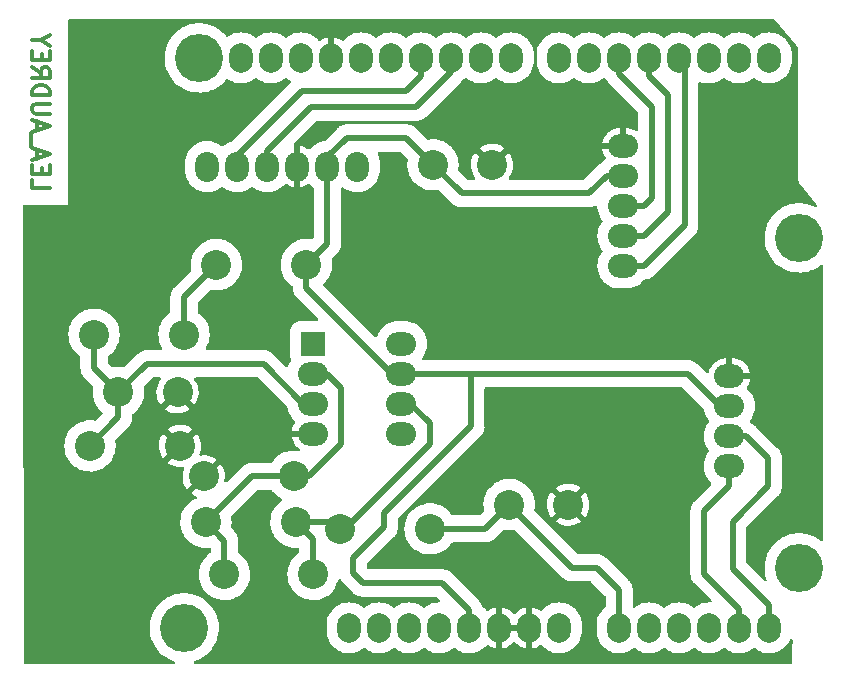
<source format=gbr>
%TF.GenerationSoftware,KiCad,Pcbnew,(6.0.2-0)*%
%TF.CreationDate,2022-03-31T18:09:35+02:00*%
%TF.ProjectId,Shield_Capteur ,53686965-6c64-45f4-9361-707465757220,rev?*%
%TF.SameCoordinates,Original*%
%TF.FileFunction,Copper,L2,Bot*%
%TF.FilePolarity,Positive*%
%FSLAX46Y46*%
G04 Gerber Fmt 4.6, Leading zero omitted, Abs format (unit mm)*
G04 Created by KiCad (PCBNEW (6.0.2-0)) date 2022-03-31 18:09:35*
%MOMM*%
%LPD*%
G01*
G04 APERTURE LIST*
%ADD10C,0.300000*%
%TA.AperFunction,NonConductor*%
%ADD11C,0.300000*%
%TD*%
%TA.AperFunction,ComponentPad*%
%ADD12O,2.000000X2.500000*%
%TD*%
%TA.AperFunction,ComponentPad*%
%ADD13C,4.064000*%
%TD*%
%TA.AperFunction,ComponentPad*%
%ADD14C,2.540000*%
%TD*%
%TA.AperFunction,ComponentPad*%
%ADD15O,2.000000X2.540000*%
%TD*%
%TA.AperFunction,ComponentPad*%
%ADD16O,2.540000X2.000000*%
%TD*%
%TA.AperFunction,ComponentPad*%
%ADD17R,2.000000X2.000000*%
%TD*%
%TA.AperFunction,Conductor*%
%ADD18C,0.500000*%
%TD*%
G04 APERTURE END LIST*
D10*
D11*
X112096428Y-85878571D02*
X112096428Y-86592857D01*
X113596428Y-86592857D01*
X112882142Y-85378571D02*
X112882142Y-84878571D01*
X112096428Y-84664285D02*
X112096428Y-85378571D01*
X113596428Y-85378571D01*
X113596428Y-84664285D01*
X112525000Y-84092857D02*
X112525000Y-83378571D01*
X112096428Y-84235714D02*
X113596428Y-83735714D01*
X112096428Y-83235714D01*
X111953571Y-83092857D02*
X111953571Y-81950000D01*
X112525000Y-81664285D02*
X112525000Y-80950000D01*
X112096428Y-81807142D02*
X113596428Y-81307142D01*
X112096428Y-80807142D01*
X113596428Y-80307142D02*
X112382142Y-80307142D01*
X112239285Y-80235714D01*
X112167857Y-80164285D01*
X112096428Y-80021428D01*
X112096428Y-79735714D01*
X112167857Y-79592857D01*
X112239285Y-79521428D01*
X112382142Y-79450000D01*
X113596428Y-79450000D01*
X112096428Y-78735714D02*
X113596428Y-78735714D01*
X113596428Y-78378571D01*
X113525000Y-78164285D01*
X113382142Y-78021428D01*
X113239285Y-77950000D01*
X112953571Y-77878571D01*
X112739285Y-77878571D01*
X112453571Y-77950000D01*
X112310714Y-78021428D01*
X112167857Y-78164285D01*
X112096428Y-78378571D01*
X112096428Y-78735714D01*
X112096428Y-76378571D02*
X112810714Y-76878571D01*
X112096428Y-77235714D02*
X113596428Y-77235714D01*
X113596428Y-76664285D01*
X113525000Y-76521428D01*
X113453571Y-76450000D01*
X113310714Y-76378571D01*
X113096428Y-76378571D01*
X112953571Y-76450000D01*
X112882142Y-76521428D01*
X112810714Y-76664285D01*
X112810714Y-77235714D01*
X112882142Y-75735714D02*
X112882142Y-75235714D01*
X112096428Y-75021428D02*
X112096428Y-75735714D01*
X113596428Y-75735714D01*
X113596428Y-75021428D01*
X112810714Y-74092857D02*
X112096428Y-74092857D01*
X113596428Y-74592857D02*
X112810714Y-74092857D01*
X113596428Y-73592857D01*
D12*
%TO.P,P1,1,Pin_1*%
%TO.N,unconnected-(P1-Pad1)*%
X138938000Y-123825000D03*
%TO.P,P1,2,Pin_2*%
%TO.N,/IOREF*%
X141478000Y-123825000D03*
%TO.P,P1,3,Pin_3*%
%TO.N,/Reset*%
X144018000Y-123825000D03*
%TO.P,P1,4,Pin_4*%
%TO.N,unconnected-(P1-Pad4)*%
X146558000Y-123825000D03*
%TO.P,P1,5,Pin_5*%
%TO.N,+5V*%
X149098000Y-123825000D03*
%TO.P,P1,6,Pin_6*%
%TO.N,GND*%
X151638000Y-123825000D03*
%TO.P,P1,7,Pin_7*%
X154178000Y-123825000D03*
%TO.P,P1,8,Pin_8*%
%TO.N,/Vin*%
X156718000Y-123825000D03*
%TD*%
%TO.P,P2,1,Pin_1*%
%TO.N,ADC*%
X161798000Y-123825000D03*
%TO.P,P2,2,Pin_2*%
%TO.N,/A1*%
X164338000Y-123825000D03*
%TO.P,P2,3,Pin_3*%
%TO.N,/A2*%
X166878000Y-123825000D03*
%TO.P,P2,4,Pin_4*%
%TO.N,/A3*%
X169418000Y-123825000D03*
%TO.P,P2,5,Pin_5*%
%TO.N,SDA*%
X171958000Y-123825000D03*
%TO.P,P2,6,Pin_6*%
%TO.N,SCL*%
X174498000Y-123825000D03*
%TD*%
%TO.P,P3,1,Pin_1*%
%TO.N,SCL*%
X129794000Y-75565000D03*
%TO.P,P3,2,Pin_2*%
%TO.N,SDA*%
X132334000Y-75565000D03*
%TO.P,P3,3,Pin_3*%
%TO.N,/AREF*%
X134874000Y-75565000D03*
%TO.P,P3,4,Pin_4*%
%TO.N,GND*%
X137414000Y-75565000D03*
%TO.P,P3,5,Pin_5*%
%TO.N,/13(SCK)*%
X139954000Y-75565000D03*
%TO.P,P3,6,Pin_6*%
%TO.N,/12(MISO)*%
X142494000Y-75565000D03*
%TO.P,P3,7,Pin_7*%
%TO.N,RX_TX*%
X145034000Y-75565000D03*
%TO.P,P3,8,Pin_8*%
%TO.N,TX_RX*%
X147574000Y-75565000D03*
%TO.P,P3,9,Pin_9*%
%TO.N,/9(\u002A\u002A)*%
X150114000Y-75565000D03*
%TO.P,P3,10,Pin_10*%
%TO.N,/8*%
X152654000Y-75565000D03*
%TD*%
%TO.P,P4,1,Pin_1*%
%TO.N,/7*%
X156718000Y-75565000D03*
%TO.P,P4,2,Pin_2*%
%TO.N,/6(\u002A\u002A)*%
X159258000Y-75565000D03*
%TO.P,P4,3,Pin_3*%
%TO.N,SWITCH*%
X161798000Y-75565000D03*
%TO.P,P4,4,Pin_4*%
%TO.N,DATA*%
X164338000Y-75565000D03*
%TO.P,P4,5,Pin_5*%
%TO.N,CLK*%
X166878000Y-75565000D03*
%TO.P,P4,6,Pin_6*%
%TO.N,/2*%
X169418000Y-75565000D03*
%TO.P,P4,7,Pin_7*%
%TO.N,/1(Tx)*%
X171958000Y-75565000D03*
%TO.P,P4,8,Pin_8*%
%TO.N,/0(Rx)*%
X174498000Y-75565000D03*
%TD*%
D13*
%TO.P,P5,1,Pin_1*%
%TO.N,unconnected-(P5-Pad1)*%
X124968000Y-123825000D03*
%TD*%
%TO.P,P6,1,Pin_1*%
%TO.N,unconnected-(P6-Pad1)*%
X177038000Y-118745000D03*
%TD*%
%TO.P,P7,1,Pin_1*%
%TO.N,unconnected-(P7-Pad1)*%
X126238000Y-75565000D03*
%TD*%
%TO.P,P8,1,Pin_1*%
%TO.N,unconnected-(P8-Pad1)*%
X177038000Y-90805000D03*
%TD*%
D14*
%TO.P,C3,1*%
%TO.N,+5V*%
X146023000Y-84615000D03*
%TO.P,C3,2*%
%TO.N,GND*%
X151023000Y-84615000D03*
%TD*%
%TO.P,R3,1*%
%TO.N,Net-(C4-Pad1)*%
X134425000Y-114875000D03*
%TO.P,R3,2*%
%TO.N,IN-*%
X126805000Y-114875000D03*
%TD*%
%TO.P,C4,1*%
%TO.N,Net-(C4-Pad1)*%
X135875000Y-119300000D03*
%TO.P,C4,2*%
%TO.N,IN-*%
X128375000Y-119300000D03*
%TD*%
D15*
%TO.P,U3,1,KEY*%
%TO.N,unconnected-(U3-Pad1)*%
X139623000Y-84765000D03*
%TO.P,U3,2,VCC*%
%TO.N,+5V*%
X137083000Y-84765000D03*
%TO.P,U3,3,GND*%
%TO.N,GND*%
X134543000Y-84765000D03*
%TO.P,U3,4,TX_RX*%
%TO.N,TX_RX*%
X132003000Y-84765000D03*
%TO.P,U3,5,RX_TX*%
%TO.N,RX_TX*%
X129463000Y-84765000D03*
%TO.P,U3,6,STATE*%
%TO.N,unconnected-(U3-Pad6)*%
X126923000Y-84765000D03*
%TD*%
D14*
%TO.P,R2,1*%
%TO.N,IN-*%
X134235000Y-111000000D03*
%TO.P,R2,2*%
%TO.N,GND*%
X126615000Y-111000000D03*
%TD*%
%TO.P,R5,1*%
%TO.N,Net-(R4-Pad1)*%
X124948000Y-98990000D03*
%TO.P,R5,2*%
%TO.N,IN+*%
X117328000Y-98990000D03*
%TD*%
%TO.P,R4,1*%
%TO.N,Net-(R4-Pad1)*%
X127688000Y-93065000D03*
%TO.P,R4,2*%
%TO.N,+5V*%
X135308000Y-93065000D03*
%TD*%
%TO.P,R6,1*%
%TO.N,Net-(C4-Pad1)*%
X138163000Y-115440000D03*
%TO.P,R6,2*%
%TO.N,ADC*%
X145783000Y-115440000D03*
%TD*%
D16*
%TO.P,U4,1,CLK*%
%TO.N,CLK*%
X162125000Y-93180000D03*
%TO.P,U4,2,DATA*%
%TO.N,DATA*%
X162125000Y-90640000D03*
%TO.P,U4,3,SWITCH*%
%TO.N,SWITCH*%
X162125000Y-88100000D03*
%TO.P,U4,4,VCC*%
%TO.N,+5V*%
X162125000Y-85560000D03*
%TO.P,U4,5,GND*%
%TO.N,GND*%
X162125000Y-83020000D03*
%TD*%
D14*
%TO.P,C2,1*%
%TO.N,ADC*%
X152473000Y-113390000D03*
%TO.P,C2,2*%
%TO.N,GND*%
X157473000Y-113390000D03*
%TD*%
%TO.P,R1,1*%
%TO.N,IN+*%
X116988000Y-108415000D03*
%TO.P,R1,2*%
%TO.N,GND*%
X124608000Y-108415000D03*
%TD*%
%TO.P,C1,1*%
%TO.N,IN+*%
X119398000Y-103890000D03*
%TO.P,C1,2*%
%TO.N,GND*%
X124398000Y-103890000D03*
%TD*%
D17*
%TO.P,U1,1,NC_2*%
%TO.N,unconnected-(U1-Pad1)*%
X135828000Y-99750000D03*
D16*
%TO.P,U1,2,IN-*%
%TO.N,IN-*%
X135828000Y-102290000D03*
%TO.P,U1,3,IN+*%
%TO.N,IN+*%
X135828000Y-104830000D03*
%TO.P,U1,4,V-*%
%TO.N,GND*%
X135828000Y-107370000D03*
%TO.P,U1,5,CLOCK*%
%TO.N,unconnected-(U1-Pad5)*%
X143348000Y-107370000D03*
%TO.P,U1,6,OUT*%
%TO.N,Net-(C4-Pad1)*%
X143348000Y-104830000D03*
%TO.P,U1,7,V+*%
%TO.N,+5V*%
X143348000Y-102290000D03*
%TO.P,U1,8,NC*%
%TO.N,unconnected-(U1-Pad8)*%
X143348000Y-99750000D03*
%TD*%
%TO.P,U2,1,GND*%
%TO.N,GND*%
X171125000Y-102515000D03*
%TO.P,U2,2,VCC*%
%TO.N,+5V*%
X171125000Y-105055000D03*
%TO.P,U2,3,SCL*%
%TO.N,SCL*%
X171125000Y-107595000D03*
%TO.P,U2,4,SDA*%
%TO.N,SDA*%
X171125000Y-110135000D03*
%TD*%
D18*
%TO.N,+5V*%
X153840000Y-102290000D02*
X167590120Y-102290000D01*
X137083000Y-91290000D02*
X137083000Y-84765000D01*
X149098000Y-122309000D02*
X146814000Y-120025000D01*
X149235000Y-102290000D02*
X153710000Y-102290000D01*
X140075000Y-120025000D02*
X139250000Y-119200000D01*
X153710000Y-102290000D02*
X153840000Y-102290000D01*
X143348000Y-102290000D02*
X149235000Y-102290000D01*
X148442511Y-87034511D02*
X159265489Y-87034511D01*
X160740000Y-85560000D02*
X162125000Y-85560000D01*
X149098000Y-123825000D02*
X149098000Y-122309000D01*
X141891050Y-115303266D02*
X141891050Y-114116050D01*
X138729520Y-82345480D02*
X137083000Y-83992000D01*
X167590120Y-102290000D02*
X170355120Y-105055000D01*
X146814000Y-120025000D02*
X140075000Y-120025000D01*
X159265489Y-87034511D02*
X160740000Y-85560000D01*
X135308000Y-95019880D02*
X142578120Y-102290000D01*
X146023000Y-84615000D02*
X148442511Y-87034511D01*
X139250000Y-117944316D02*
X141891050Y-115303266D01*
X141891050Y-114116050D02*
X149235000Y-106772100D01*
X146023000Y-84615000D02*
X143753480Y-82345480D01*
X135308000Y-93065000D02*
X137083000Y-91290000D01*
X170355120Y-105055000D02*
X171125000Y-105055000D01*
X137083000Y-83992000D02*
X137083000Y-84765000D01*
X139250000Y-119200000D02*
X139250000Y-117944316D01*
X143753480Y-82345480D02*
X138729520Y-82345480D01*
X149235000Y-106772100D02*
X149235000Y-102290000D01*
X135308000Y-93065000D02*
X135308000Y-95019880D01*
X142578120Y-102290000D02*
X143348000Y-102290000D01*
%TO.N,IN+*%
X131698609Y-101470489D02*
X135058120Y-104830000D01*
X117328000Y-101820000D02*
X119398000Y-103890000D01*
X117328000Y-98990000D02*
X117328000Y-101820000D01*
X121817511Y-101470489D02*
X131698609Y-101470489D01*
X135058120Y-104830000D02*
X135828000Y-104830000D01*
X119398000Y-103890000D02*
X121817511Y-101470489D01*
X119398000Y-103890000D02*
X119398000Y-106005000D01*
X119398000Y-106005000D02*
X116988000Y-108415000D01*
%TO.N,ADC*%
X150423000Y-115440000D02*
X152473000Y-113390000D01*
X157808000Y-118725000D02*
X159875000Y-118725000D01*
X152473000Y-113390000D02*
X157808000Y-118725000D01*
X161798000Y-120652000D02*
X161798000Y-123825000D01*
X145783000Y-115440000D02*
X150423000Y-115440000D01*
X159875000Y-118725000D02*
X161800000Y-120650000D01*
X161800000Y-120650000D02*
X161798000Y-120652000D01*
%TO.N,Net-(C4-Pad1)*%
X144117880Y-104830000D02*
X145767520Y-106479640D01*
X138587880Y-115440000D02*
X138163000Y-115440000D01*
X135875000Y-119300000D02*
X135875000Y-116325000D01*
X135875000Y-116325000D02*
X134425000Y-114875000D01*
X137598000Y-114875000D02*
X138163000Y-115440000D01*
X145767520Y-106479640D02*
X145767520Y-108260360D01*
X134425000Y-114875000D02*
X137598000Y-114875000D01*
X145767520Y-108260360D02*
X138587880Y-115440000D01*
X143348000Y-104830000D02*
X144117880Y-104830000D01*
%TO.N,IN-*%
X135828000Y-102290000D02*
X137058000Y-102290000D01*
X134235000Y-111000000D02*
X130680000Y-111000000D01*
X128375000Y-116445000D02*
X126805000Y-114875000D01*
X138247520Y-103479520D02*
X138247520Y-108277480D01*
X128375000Y-119300000D02*
X128375000Y-116445000D01*
X135525000Y-111000000D02*
X134235000Y-111000000D01*
X138247520Y-108277480D02*
X135525000Y-111000000D01*
X137058000Y-102290000D02*
X138247520Y-103479520D01*
X130680000Y-111000000D02*
X126805000Y-114875000D01*
%TO.N,SCL*%
X172570000Y-107595000D02*
X174400000Y-109425000D01*
X171400000Y-114850000D02*
X171400000Y-118800000D01*
X171400000Y-118800000D02*
X174498000Y-121898000D01*
X174400000Y-111850000D02*
X171400000Y-114850000D01*
X174498000Y-121898000D02*
X174498000Y-123825000D01*
X171125000Y-107595000D02*
X172570000Y-107595000D01*
X174400000Y-109425000D02*
X174400000Y-111850000D01*
%TO.N,SDA*%
X168975000Y-113925000D02*
X168975000Y-119225000D01*
X171125000Y-111775000D02*
X168975000Y-113925000D01*
X168975000Y-119225000D02*
X171958000Y-122208000D01*
X171958000Y-122208000D02*
X171958000Y-123825000D01*
X171125000Y-110135000D02*
X171125000Y-111775000D01*
%TO.N,TX_RX*%
X132003000Y-84765000D02*
X132003000Y-83447000D01*
X144560480Y-79739520D02*
X147574000Y-76726000D01*
X147574000Y-76726000D02*
X147574000Y-75565000D01*
X132003000Y-83447000D02*
X135710480Y-79739520D01*
X135710480Y-79739520D02*
X144560480Y-79739520D01*
%TO.N,RX_TX*%
X129463000Y-83834520D02*
X129463000Y-84765000D01*
X145034000Y-77081000D02*
X143775000Y-78340000D01*
X134957520Y-78340000D02*
X129463000Y-83834520D01*
X143775000Y-78340000D02*
X134957520Y-78340000D01*
X145034000Y-75565000D02*
X145034000Y-77081000D01*
%TO.N,SWITCH*%
X164544520Y-87450480D02*
X164544520Y-79694520D01*
X161798000Y-76948000D02*
X161798000Y-75565000D01*
X164544520Y-79694520D02*
X161798000Y-76948000D01*
X162125000Y-88100000D02*
X163895000Y-88100000D01*
X163895000Y-88100000D02*
X164544520Y-87450480D01*
%TO.N,DATA*%
X162125000Y-90640000D02*
X163895000Y-90640000D01*
X164338000Y-77081000D02*
X164338000Y-75565000D01*
X165944040Y-88590960D02*
X165944040Y-78687040D01*
X163895000Y-90640000D02*
X165944040Y-88590960D01*
X165944040Y-78687040D02*
X164338000Y-77081000D01*
%TO.N,CLK*%
X167343560Y-76030560D02*
X166878000Y-75565000D01*
X162125000Y-93180000D02*
X163895000Y-93180000D01*
X163895000Y-93180000D02*
X167343560Y-89731440D01*
X167343560Y-89731440D02*
X167343560Y-76030560D01*
%TO.N,Net-(R4-Pad1)*%
X124948000Y-95805000D02*
X124948000Y-98990000D01*
X127688000Y-93065000D02*
X124948000Y-95805000D01*
%TD*%
%TA.AperFunction,Conductor*%
%TO.N,GND*%
G36*
X174996171Y-72328002D02*
G01*
X175024845Y-72353336D01*
X176802975Y-74487092D01*
X176937796Y-74648877D01*
X176966040Y-74714014D01*
X176967000Y-74729540D01*
X176967000Y-85915928D01*
X176966893Y-85921124D01*
X176964391Y-85981742D01*
X176974200Y-86021270D01*
X176976633Y-86033736D01*
X176982405Y-86074045D01*
X176988375Y-86087175D01*
X176995963Y-86108974D01*
X176999437Y-86122975D01*
X177003960Y-86130735D01*
X177019939Y-86158149D01*
X177025782Y-86169447D01*
X177042633Y-86206510D01*
X177085040Y-86255726D01*
X177087355Y-86258493D01*
X178483200Y-87976914D01*
X178486154Y-87980551D01*
X178513578Y-88046037D01*
X178501244Y-88115954D01*
X178453068Y-88168104D01*
X178384345Y-88185929D01*
X178330563Y-88171959D01*
X178265361Y-88138306D01*
X178232777Y-88121488D01*
X177916423Y-88001948D01*
X177588427Y-87919561D01*
X177447153Y-87900962D01*
X177256739Y-87875893D01*
X177256731Y-87875892D01*
X177253135Y-87875419D01*
X177112630Y-87873212D01*
X176918634Y-87870164D01*
X176918630Y-87870164D01*
X176914992Y-87870107D01*
X176911377Y-87870468D01*
X176911372Y-87870468D01*
X176672438Y-87894317D01*
X176578478Y-87903695D01*
X176248056Y-87975739D01*
X176244629Y-87976912D01*
X176244623Y-87976914D01*
X175931535Y-88084108D01*
X175931530Y-88084110D01*
X175928104Y-88085283D01*
X175924836Y-88086842D01*
X175924828Y-88086845D01*
X175814699Y-88139374D01*
X175622863Y-88230875D01*
X175336379Y-88410587D01*
X175072449Y-88622034D01*
X174834571Y-88862416D01*
X174625899Y-89128546D01*
X174449198Y-89416896D01*
X174447671Y-89420186D01*
X174447666Y-89420195D01*
X174348878Y-89633016D01*
X174306809Y-89723645D01*
X174200622Y-90044727D01*
X174132042Y-90375885D01*
X174118234Y-90530595D01*
X174105020Y-90678664D01*
X174101979Y-90712732D01*
X174102074Y-90716362D01*
X174102074Y-90716363D01*
X174108277Y-90953240D01*
X174110832Y-91050801D01*
X174158483Y-91385613D01*
X174244300Y-91712728D01*
X174367146Y-92027812D01*
X174525393Y-92326689D01*
X174527443Y-92329672D01*
X174527445Y-92329675D01*
X174714886Y-92602404D01*
X174714892Y-92602411D01*
X174716943Y-92605396D01*
X174939258Y-92860240D01*
X175189390Y-93087843D01*
X175464025Y-93285188D01*
X175759522Y-93449659D01*
X176071964Y-93579077D01*
X176075458Y-93580072D01*
X176075460Y-93580073D01*
X176393710Y-93670729D01*
X176393715Y-93670730D01*
X176397211Y-93671726D01*
X176556552Y-93697819D01*
X176727370Y-93725792D01*
X176727377Y-93725793D01*
X176730951Y-93726378D01*
X176899856Y-93734344D01*
X177065134Y-93742138D01*
X177065135Y-93742138D01*
X177068761Y-93742309D01*
X177076677Y-93741769D01*
X177402532Y-93719555D01*
X177402540Y-93719554D01*
X177406163Y-93719307D01*
X177409739Y-93718644D01*
X177409741Y-93718644D01*
X177735120Y-93658339D01*
X177735124Y-93658338D01*
X177738685Y-93657678D01*
X178061920Y-93558238D01*
X178189505Y-93502232D01*
X178368260Y-93423764D01*
X178368264Y-93423762D01*
X178371583Y-93422305D01*
X178400626Y-93405334D01*
X178523753Y-93333384D01*
X178663571Y-93251681D01*
X178868348Y-93097931D01*
X178934832Y-93073025D01*
X179004227Y-93088017D01*
X179054501Y-93138148D01*
X179070000Y-93198691D01*
X179070000Y-116350553D01*
X179049998Y-116418674D01*
X178996342Y-116465167D01*
X178926068Y-116475271D01*
X178862170Y-116446364D01*
X178816761Y-116407581D01*
X178816751Y-116407573D01*
X178813992Y-116405217D01*
X178810989Y-116403199D01*
X178810981Y-116403193D01*
X178626179Y-116279012D01*
X178533294Y-116216596D01*
X178530085Y-116214940D01*
X178530077Y-116214935D01*
X178235997Y-116063150D01*
X178235998Y-116063150D01*
X178232777Y-116061488D01*
X177916423Y-115941948D01*
X177588427Y-115859561D01*
X177447153Y-115840962D01*
X177256739Y-115815893D01*
X177256731Y-115815892D01*
X177253135Y-115815419D01*
X177112630Y-115813212D01*
X176918634Y-115810164D01*
X176918630Y-115810164D01*
X176914992Y-115810107D01*
X176911377Y-115810468D01*
X176911372Y-115810468D01*
X176675962Y-115833965D01*
X176578478Y-115843695D01*
X176248056Y-115915739D01*
X176244629Y-115916912D01*
X176244623Y-115916914D01*
X175931535Y-116024108D01*
X175931530Y-116024110D01*
X175928104Y-116025283D01*
X175924836Y-116026842D01*
X175924828Y-116026845D01*
X175783876Y-116094076D01*
X175622863Y-116170875D01*
X175336379Y-116350587D01*
X175072449Y-116562034D01*
X174834571Y-116802416D01*
X174832330Y-116805274D01*
X174637555Y-117053681D01*
X174625899Y-117068546D01*
X174449198Y-117356896D01*
X174447671Y-117360186D01*
X174447666Y-117360195D01*
X174331446Y-117610569D01*
X174306809Y-117663645D01*
X174200622Y-117984727D01*
X174132042Y-118315885D01*
X174101979Y-118652732D01*
X174102074Y-118656362D01*
X174102074Y-118656363D01*
X174110191Y-118966319D01*
X174110832Y-118990801D01*
X174158483Y-119325613D01*
X174244300Y-119652728D01*
X174245617Y-119656107D01*
X174245621Y-119656118D01*
X174259104Y-119690700D01*
X174265213Y-119761433D01*
X174232111Y-119824241D01*
X174170307Y-119859181D01*
X174099425Y-119855161D01*
X174052616Y-119825564D01*
X172587405Y-118360353D01*
X172553379Y-118298041D01*
X172550500Y-118271258D01*
X172550500Y-115378743D01*
X172570502Y-115310622D01*
X172587405Y-115289648D01*
X175183079Y-112693973D01*
X175189097Y-112688336D01*
X175233772Y-112649157D01*
X175238119Y-112645345D01*
X175293280Y-112575373D01*
X175295298Y-112572882D01*
X175348521Y-112508890D01*
X175348528Y-112508880D01*
X175352219Y-112504442D01*
X175355042Y-112499401D01*
X175356844Y-112496779D01*
X175363729Y-112486475D01*
X175365448Y-112483829D01*
X175369024Y-112479292D01*
X175371715Y-112474178D01*
X175410465Y-112400527D01*
X175412038Y-112397629D01*
X175452715Y-112324994D01*
X175455537Y-112319955D01*
X175457394Y-112314483D01*
X175458681Y-112311593D01*
X175463588Y-112300171D01*
X175464786Y-112297279D01*
X175467477Y-112292164D01*
X175483650Y-112240080D01*
X175493871Y-112207164D01*
X175494890Y-112204028D01*
X175521647Y-112125202D01*
X175523505Y-112119729D01*
X175524334Y-112114012D01*
X175525075Y-112110925D01*
X175527798Y-112098892D01*
X175528468Y-112095740D01*
X175530180Y-112090227D01*
X175540646Y-112001805D01*
X175541073Y-111998563D01*
X175553846Y-111910470D01*
X175550597Y-111827783D01*
X175550500Y-111822837D01*
X175550500Y-109468048D01*
X175550770Y-109459807D01*
X175554656Y-109400524D01*
X175554656Y-109400522D01*
X175555034Y-109394754D01*
X175544567Y-109306327D01*
X175544223Y-109303054D01*
X175540441Y-109261897D01*
X175536081Y-109214440D01*
X175534511Y-109208875D01*
X175533926Y-109205716D01*
X175531518Y-109193612D01*
X175530859Y-109190512D01*
X175530180Y-109184773D01*
X175503770Y-109099717D01*
X175502858Y-109096641D01*
X175478686Y-109010931D01*
X175476127Y-109005742D01*
X175474990Y-109002780D01*
X175470380Y-108991223D01*
X175469189Y-108988348D01*
X175467478Y-108982837D01*
X175436659Y-108924259D01*
X175426029Y-108904054D01*
X175424533Y-108901117D01*
X175387722Y-108826474D01*
X175387720Y-108826470D01*
X175385165Y-108821290D01*
X175381705Y-108816657D01*
X175380081Y-108814007D01*
X175373408Y-108803429D01*
X175371712Y-108800818D01*
X175369024Y-108795708D01*
X175313902Y-108725785D01*
X175311905Y-108723183D01*
X175309263Y-108719644D01*
X175258651Y-108651867D01*
X175197878Y-108595689D01*
X175194313Y-108592260D01*
X173413973Y-106811921D01*
X173408336Y-106805903D01*
X173369157Y-106761228D01*
X173365345Y-106756881D01*
X173295373Y-106701720D01*
X173292882Y-106699702D01*
X173228890Y-106646479D01*
X173228880Y-106646472D01*
X173224442Y-106642781D01*
X173219401Y-106639958D01*
X173216779Y-106638156D01*
X173206475Y-106631271D01*
X173203829Y-106629552D01*
X173199292Y-106625976D01*
X173194181Y-106623287D01*
X173194178Y-106623285D01*
X173120527Y-106584535D01*
X173117629Y-106582962D01*
X173044994Y-106542285D01*
X173039955Y-106539463D01*
X173034483Y-106537606D01*
X173031593Y-106536319D01*
X173020120Y-106531390D01*
X173017271Y-106530210D01*
X173012164Y-106527523D01*
X172999530Y-106523600D01*
X172938489Y-106481962D01*
X172877408Y-106405583D01*
X172850484Y-106339890D01*
X172863350Y-106270069D01*
X172873940Y-106252739D01*
X172878936Y-106245876D01*
X172944927Y-106155214D01*
X173010100Y-106065676D01*
X173010102Y-106065673D01*
X173012787Y-106061984D01*
X173141206Y-105817899D01*
X173233045Y-105557832D01*
X173261935Y-105411256D01*
X173285499Y-105291704D01*
X173285500Y-105291698D01*
X173286380Y-105287232D01*
X173295654Y-105100956D01*
X173299867Y-105016336D01*
X173299867Y-105016330D01*
X173300094Y-105011767D01*
X173273898Y-104737208D01*
X173271893Y-104729012D01*
X173209429Y-104473744D01*
X173208343Y-104469306D01*
X173104801Y-104213674D01*
X173102500Y-104209744D01*
X173102497Y-104209738D01*
X172967745Y-103979597D01*
X172967740Y-103979590D01*
X172965442Y-103975665D01*
X172882137Y-103871498D01*
X172796036Y-103763834D01*
X172796035Y-103763833D01*
X172793184Y-103760268D01*
X172613915Y-103592804D01*
X172577789Y-103531686D01*
X172580441Y-103460739D01*
X172602563Y-103420753D01*
X172634109Y-103382348D01*
X172639865Y-103374067D01*
X172756841Y-103173081D01*
X172761203Y-103163976D01*
X172844537Y-102946885D01*
X172847388Y-102937196D01*
X172878821Y-102786736D01*
X172877698Y-102772675D01*
X172867590Y-102769000D01*
X170997000Y-102769000D01*
X170928879Y-102748998D01*
X170882386Y-102695342D01*
X170871000Y-102643000D01*
X170871000Y-102242885D01*
X171379000Y-102242885D01*
X171383475Y-102258124D01*
X171384865Y-102259329D01*
X171392548Y-102261000D01*
X172865590Y-102261000D01*
X172879676Y-102256864D01*
X172881725Y-102243886D01*
X172879675Y-102226170D01*
X172877715Y-102216273D01*
X172814396Y-101992506D01*
X172810884Y-101983062D01*
X172712601Y-101772295D01*
X172707622Y-101763529D01*
X172576913Y-101571198D01*
X172570581Y-101563323D01*
X172410814Y-101394374D01*
X172403305Y-101387613D01*
X172218574Y-101246375D01*
X172210095Y-101240911D01*
X172005153Y-101131022D01*
X171995901Y-101126980D01*
X171776029Y-101051273D01*
X171766257Y-101048764D01*
X171536029Y-101008996D01*
X171528157Y-101008141D01*
X171504449Y-101007064D01*
X171501616Y-101007000D01*
X171397115Y-101007000D01*
X171381876Y-101011475D01*
X171380671Y-101012865D01*
X171379000Y-101020548D01*
X171379000Y-102242885D01*
X170871000Y-102242885D01*
X170871000Y-101025115D01*
X170866525Y-101009876D01*
X170865135Y-101008671D01*
X170857452Y-101007000D01*
X170796544Y-101007000D01*
X170791512Y-101007202D01*
X170618157Y-101021150D01*
X170608204Y-101022762D01*
X170382367Y-101078233D01*
X170372797Y-101081416D01*
X170158735Y-101172280D01*
X170149793Y-101176955D01*
X169953013Y-101300874D01*
X169944940Y-101306914D01*
X169770500Y-101460703D01*
X169763496Y-101467956D01*
X169615890Y-101647654D01*
X169610134Y-101655936D01*
X169493159Y-101856919D01*
X169488797Y-101866024D01*
X169405463Y-102083115D01*
X169402613Y-102092801D01*
X169384143Y-102181210D01*
X169350633Y-102243800D01*
X169288604Y-102278338D01*
X169217749Y-102273858D01*
X169171711Y-102244538D01*
X168434086Y-101506913D01*
X168428449Y-101500895D01*
X168399562Y-101467956D01*
X168385465Y-101451881D01*
X168315493Y-101396720D01*
X168313002Y-101394702D01*
X168249010Y-101341479D01*
X168249000Y-101341472D01*
X168244562Y-101337781D01*
X168239521Y-101334958D01*
X168236899Y-101333156D01*
X168226595Y-101326271D01*
X168223949Y-101324552D01*
X168219412Y-101320976D01*
X168214301Y-101318287D01*
X168214298Y-101318285D01*
X168140647Y-101279535D01*
X168137749Y-101277962D01*
X168065114Y-101237285D01*
X168060075Y-101234463D01*
X168054603Y-101232606D01*
X168051713Y-101231319D01*
X168040291Y-101226412D01*
X168037398Y-101225214D01*
X168032284Y-101222523D01*
X167978591Y-101205851D01*
X167947287Y-101196130D01*
X167944153Y-101195112D01*
X167865311Y-101168350D01*
X167865310Y-101168350D01*
X167859849Y-101166496D01*
X167854137Y-101165668D01*
X167851210Y-101164965D01*
X167838834Y-101162164D01*
X167835862Y-101161532D01*
X167830347Y-101159820D01*
X167741909Y-101149352D01*
X167738706Y-101148930D01*
X167670991Y-101139112D01*
X167656302Y-101136982D01*
X167656300Y-101136982D01*
X167650590Y-101136154D01*
X167567904Y-101139403D01*
X167562957Y-101139500D01*
X149249571Y-101139500D01*
X149247922Y-101139489D01*
X149246975Y-101139477D01*
X149144346Y-101138133D01*
X149138647Y-101139112D01*
X149128765Y-101139500D01*
X145204917Y-101139500D01*
X145136796Y-101119498D01*
X145090303Y-101065842D01*
X145080199Y-100995568D01*
X145103046Y-100939350D01*
X145141960Y-100885889D01*
X145235787Y-100756984D01*
X145364206Y-100512899D01*
X145456045Y-100252832D01*
X145485973Y-100100991D01*
X145508499Y-99986704D01*
X145508500Y-99986698D01*
X145509380Y-99982232D01*
X145513891Y-99891631D01*
X145522867Y-99711336D01*
X145522867Y-99711330D01*
X145523094Y-99706767D01*
X145496898Y-99432208D01*
X145460272Y-99282527D01*
X145432429Y-99168744D01*
X145431343Y-99164306D01*
X145327801Y-98908674D01*
X145325500Y-98904744D01*
X145325497Y-98904738D01*
X145190745Y-98674597D01*
X145190740Y-98674590D01*
X145188442Y-98670665D01*
X145185595Y-98667105D01*
X145019036Y-98458834D01*
X145019035Y-98458833D01*
X145016184Y-98455268D01*
X144814636Y-98266992D01*
X144588021Y-98109784D01*
X144410667Y-98021551D01*
X144345173Y-97988968D01*
X144345170Y-97988967D01*
X144341086Y-97986935D01*
X144079002Y-97901020D01*
X144074510Y-97900240D01*
X143811043Y-97854494D01*
X143811035Y-97854493D01*
X143807262Y-97853838D01*
X143797029Y-97853329D01*
X143721695Y-97849578D01*
X143721687Y-97849578D01*
X143720124Y-97849500D01*
X143007930Y-97849500D01*
X143005662Y-97849665D01*
X143005650Y-97849665D01*
X142871397Y-97859406D01*
X142802917Y-97864375D01*
X142798462Y-97865359D01*
X142798459Y-97865359D01*
X142538053Y-97922852D01*
X142538050Y-97922853D01*
X142533597Y-97923836D01*
X142275681Y-98021551D01*
X142271694Y-98023765D01*
X142271693Y-98023766D01*
X142087680Y-98125976D01*
X142034572Y-98155475D01*
X141815322Y-98322802D01*
X141812129Y-98326068D01*
X141812127Y-98326070D01*
X141625717Y-98516758D01*
X141625713Y-98516763D01*
X141622523Y-98520026D01*
X141619836Y-98523718D01*
X141619834Y-98523720D01*
X141508661Y-98676456D01*
X141460213Y-98743016D01*
X141331794Y-98987101D01*
X141330277Y-98991397D01*
X141286260Y-99116043D01*
X141244716Y-99173616D01*
X141178641Y-99199589D01*
X141109013Y-99185716D01*
X141078355Y-99163182D01*
X136769357Y-94854185D01*
X136735331Y-94791873D01*
X136740396Y-94721058D01*
X136767968Y-94677405D01*
X136966710Y-94472318D01*
X136969693Y-94469240D01*
X136972226Y-94465792D01*
X136972230Y-94465787D01*
X137142358Y-94234185D01*
X137144896Y-94230730D01*
X137185424Y-94156088D01*
X137284061Y-93974421D01*
X137286109Y-93970649D01*
X137340761Y-93826015D01*
X137389202Y-93697819D01*
X137389203Y-93697816D01*
X137390717Y-93693809D01*
X137437841Y-93488055D01*
X137455830Y-93409514D01*
X137455831Y-93409509D01*
X137456787Y-93405334D01*
X137483095Y-93110562D01*
X137483572Y-93065000D01*
X137481728Y-93037948D01*
X137463735Y-92774018D01*
X137463734Y-92774012D01*
X137463443Y-92769741D01*
X137437233Y-92643177D01*
X137443005Y-92572417D01*
X137471520Y-92528532D01*
X137866079Y-92133973D01*
X137872097Y-92128336D01*
X137916772Y-92089157D01*
X137921119Y-92085345D01*
X137976280Y-92015373D01*
X137978298Y-92012882D01*
X138031521Y-91948890D01*
X138031528Y-91948880D01*
X138035219Y-91944442D01*
X138038042Y-91939401D01*
X138039844Y-91936779D01*
X138046729Y-91926475D01*
X138048448Y-91923829D01*
X138052024Y-91919292D01*
X138056435Y-91910908D01*
X138093465Y-91840527D01*
X138095038Y-91837629D01*
X138135715Y-91764994D01*
X138138537Y-91759955D01*
X138140394Y-91754483D01*
X138141681Y-91751593D01*
X138146588Y-91740171D01*
X138147786Y-91737278D01*
X138150477Y-91732164D01*
X138176870Y-91647167D01*
X138177888Y-91644033D01*
X138204649Y-91565193D01*
X138206504Y-91559729D01*
X138207333Y-91554012D01*
X138208060Y-91550984D01*
X138210833Y-91538730D01*
X138211468Y-91535740D01*
X138213180Y-91530227D01*
X138223646Y-91441800D01*
X138224077Y-91438530D01*
X138236016Y-91356184D01*
X138236845Y-91350470D01*
X138233597Y-91267800D01*
X138233500Y-91262853D01*
X138233500Y-86621917D01*
X138253502Y-86553796D01*
X138307158Y-86507303D01*
X138377432Y-86497199D01*
X138433649Y-86520045D01*
X138616016Y-86652787D01*
X138860101Y-86781206D01*
X139120168Y-86873045D01*
X139219874Y-86892697D01*
X139386296Y-86925499D01*
X139386302Y-86925500D01*
X139390768Y-86926380D01*
X139395322Y-86926607D01*
X139395324Y-86926607D01*
X139661664Y-86939867D01*
X139661670Y-86939867D01*
X139666233Y-86940094D01*
X139940792Y-86913898D01*
X139945226Y-86912813D01*
X139945232Y-86912812D01*
X140204256Y-86849429D01*
X140208694Y-86848343D01*
X140464326Y-86744801D01*
X140468256Y-86742500D01*
X140468262Y-86742497D01*
X140698403Y-86607745D01*
X140698410Y-86607740D01*
X140702335Y-86605442D01*
X140796600Y-86530056D01*
X140914166Y-86436036D01*
X140914167Y-86436035D01*
X140917732Y-86433184D01*
X141066332Y-86274109D01*
X141102892Y-86234972D01*
X141102894Y-86234969D01*
X141106008Y-86231636D01*
X141263216Y-86005021D01*
X141282454Y-85966352D01*
X141384032Y-85762173D01*
X141384033Y-85762170D01*
X141386065Y-85758086D01*
X141471980Y-85496002D01*
X141477970Y-85461506D01*
X141518506Y-85228043D01*
X141518507Y-85228035D01*
X141519162Y-85224262D01*
X141519671Y-85214029D01*
X141523422Y-85138695D01*
X141523422Y-85138687D01*
X141523500Y-85137124D01*
X141523500Y-84424930D01*
X141521289Y-84394446D01*
X141508955Y-84224468D01*
X141508625Y-84219917D01*
X141491108Y-84140574D01*
X141450148Y-83955053D01*
X141450147Y-83955050D01*
X141449164Y-83950597D01*
X141351449Y-83692681D01*
X141349236Y-83688697D01*
X141349230Y-83688684D01*
X141346161Y-83683159D01*
X141330571Y-83613895D01*
X141354902Y-83547198D01*
X141411431Y-83504244D01*
X141456311Y-83495980D01*
X143224736Y-83495980D01*
X143292857Y-83515982D01*
X143313831Y-83532884D01*
X143590805Y-83809857D01*
X143859209Y-84078261D01*
X143893234Y-84140574D01*
X143893222Y-84194198D01*
X143870767Y-84297186D01*
X143863360Y-84391305D01*
X143847988Y-84586621D01*
X143847547Y-84592218D01*
X143864583Y-84887671D01*
X143865408Y-84891876D01*
X143865409Y-84891884D01*
X143869763Y-84914076D01*
X143921559Y-85178079D01*
X143922946Y-85182130D01*
X143975558Y-85335797D01*
X144017420Y-85458068D01*
X144150394Y-85722456D01*
X144174882Y-85758086D01*
X144283363Y-85915928D01*
X144318018Y-85966352D01*
X144517193Y-86185241D01*
X144520482Y-86187991D01*
X144740939Y-86372323D01*
X144740944Y-86372327D01*
X144744231Y-86375075D01*
X144865081Y-86450884D01*
X144991292Y-86530056D01*
X144991296Y-86530058D01*
X144994932Y-86532339D01*
X144998842Y-86534104D01*
X144998843Y-86534105D01*
X145260744Y-86652358D01*
X145260748Y-86652360D01*
X145264656Y-86654124D01*
X145268775Y-86655344D01*
X145544301Y-86736959D01*
X145544305Y-86736960D01*
X145548414Y-86738177D01*
X145552648Y-86738825D01*
X145552653Y-86738826D01*
X145811964Y-86778506D01*
X145840953Y-86782942D01*
X145991665Y-86785309D01*
X146132570Y-86787523D01*
X146132576Y-86787523D01*
X146136861Y-86787590D01*
X146430662Y-86752037D01*
X146434802Y-86750951D01*
X146434812Y-86750949D01*
X146441774Y-86749122D01*
X146512741Y-86751180D01*
X146562848Y-86781901D01*
X147598545Y-87817598D01*
X147604182Y-87823616D01*
X147647166Y-87872630D01*
X147651699Y-87876204D01*
X147651708Y-87876212D01*
X147717076Y-87927743D01*
X147719640Y-87929819D01*
X147783622Y-87983032D01*
X147783626Y-87983035D01*
X147788069Y-87986730D01*
X147793111Y-87989554D01*
X147795732Y-87991355D01*
X147806036Y-87998240D01*
X147808682Y-87999959D01*
X147813219Y-88003535D01*
X147818330Y-88006224D01*
X147818333Y-88006226D01*
X147891984Y-88044976D01*
X147894882Y-88046549D01*
X147957983Y-88081887D01*
X147972556Y-88090048D01*
X147978028Y-88091905D01*
X147980918Y-88093192D01*
X147992340Y-88098099D01*
X147995232Y-88099297D01*
X148000347Y-88101988D01*
X148040560Y-88114475D01*
X148085360Y-88128386D01*
X148088480Y-88129399D01*
X148172781Y-88158015D01*
X148178503Y-88158845D01*
X148181478Y-88159559D01*
X148193797Y-88162347D01*
X148196769Y-88162979D01*
X148202284Y-88164691D01*
X148284374Y-88174407D01*
X148290715Y-88175158D01*
X148293987Y-88175589D01*
X148382040Y-88188356D01*
X148464711Y-88185108D01*
X148469658Y-88185011D01*
X159222452Y-88185011D01*
X159230692Y-88185281D01*
X159295735Y-88189544D01*
X159384180Y-88179075D01*
X159387439Y-88178734D01*
X159424277Y-88175349D01*
X159470295Y-88171121D01*
X159470298Y-88171120D01*
X159476049Y-88170592D01*
X159481611Y-88169023D01*
X159484650Y-88168460D01*
X159496970Y-88166010D01*
X159499983Y-88165369D01*
X159505716Y-88164691D01*
X159511233Y-88162978D01*
X159511237Y-88162977D01*
X159590690Y-88138306D01*
X159593853Y-88137369D01*
X159673996Y-88114767D01*
X159674010Y-88114762D01*
X159679558Y-88113197D01*
X159684733Y-88110645D01*
X159687622Y-88109536D01*
X159699241Y-88104900D01*
X159702136Y-88103701D01*
X159707652Y-88101988D01*
X159768326Y-88070066D01*
X159837924Y-88056050D01*
X159904052Y-88081887D01*
X159945715Y-88139374D01*
X159952422Y-88169607D01*
X159954680Y-88193274D01*
X159976102Y-88417792D01*
X159977187Y-88422226D01*
X159977188Y-88422232D01*
X160040571Y-88681256D01*
X160041657Y-88685694D01*
X160145199Y-88941326D01*
X160147500Y-88945256D01*
X160147503Y-88945262D01*
X160282255Y-89175403D01*
X160282260Y-89175410D01*
X160284558Y-89179335D01*
X160287405Y-89182895D01*
X160372592Y-89289416D01*
X160399516Y-89355109D01*
X160386650Y-89424930D01*
X160376061Y-89442259D01*
X160237213Y-89633016D01*
X160108794Y-89877101D01*
X160016955Y-90137168D01*
X160008195Y-90181611D01*
X159967934Y-90385882D01*
X159963620Y-90407768D01*
X159963393Y-90412322D01*
X159963393Y-90412324D01*
X159955420Y-90572485D01*
X159949906Y-90683233D01*
X159976102Y-90957792D01*
X159977187Y-90962226D01*
X159977188Y-90962232D01*
X160019954Y-91137000D01*
X160041657Y-91225694D01*
X160145199Y-91481326D01*
X160147500Y-91485256D01*
X160147503Y-91485262D01*
X160282255Y-91715403D01*
X160282260Y-91715410D01*
X160284558Y-91719335D01*
X160287405Y-91722895D01*
X160372592Y-91829416D01*
X160399516Y-91895109D01*
X160386650Y-91964930D01*
X160376060Y-91982261D01*
X160265632Y-92133973D01*
X160237213Y-92173016D01*
X160108794Y-92417101D01*
X160016955Y-92677168D01*
X160016075Y-92681634D01*
X159969176Y-92919581D01*
X159963620Y-92947768D01*
X159963393Y-92952322D01*
X159963393Y-92952324D01*
X159951128Y-93198691D01*
X159949906Y-93223233D01*
X159976102Y-93497792D01*
X159977187Y-93502226D01*
X159977188Y-93502232D01*
X160006955Y-93623878D01*
X160041657Y-93765694D01*
X160145199Y-94021326D01*
X160147500Y-94025256D01*
X160147503Y-94025262D01*
X160282255Y-94255403D01*
X160282260Y-94255410D01*
X160284558Y-94259335D01*
X160287405Y-94262895D01*
X160405028Y-94409974D01*
X160456816Y-94474732D01*
X160460157Y-94477853D01*
X160628640Y-94635241D01*
X160658364Y-94663008D01*
X160884979Y-94820216D01*
X160889055Y-94822244D01*
X160889057Y-94822245D01*
X161127827Y-94941032D01*
X161127830Y-94941033D01*
X161131914Y-94943065D01*
X161393998Y-95028980D01*
X161398489Y-95029760D01*
X161398490Y-95029760D01*
X161661957Y-95075506D01*
X161661965Y-95075507D01*
X161665738Y-95076162D01*
X161669575Y-95076353D01*
X161751305Y-95080422D01*
X161751313Y-95080422D01*
X161752876Y-95080500D01*
X162465070Y-95080500D01*
X162467338Y-95080335D01*
X162467350Y-95080335D01*
X162601603Y-95070594D01*
X162670083Y-95065625D01*
X162674538Y-95064641D01*
X162674541Y-95064641D01*
X162934947Y-95007148D01*
X162934950Y-95007147D01*
X162939403Y-95006164D01*
X163197319Y-94908449D01*
X163438428Y-94774525D01*
X163657678Y-94607198D01*
X163660873Y-94603930D01*
X163847283Y-94413242D01*
X163847287Y-94413237D01*
X163850477Y-94409974D01*
X163870723Y-94382159D01*
X163926983Y-94338854D01*
X163957783Y-94331183D01*
X164013675Y-94324567D01*
X164016950Y-94324223D01*
X164036773Y-94322401D01*
X164099806Y-94316610D01*
X164099809Y-94316609D01*
X164105560Y-94316081D01*
X164111122Y-94314512D01*
X164114161Y-94313949D01*
X164126481Y-94311499D01*
X164129494Y-94310858D01*
X164135227Y-94310180D01*
X164140744Y-94308467D01*
X164140748Y-94308466D01*
X164220201Y-94283795D01*
X164223364Y-94282858D01*
X164303507Y-94260256D01*
X164303521Y-94260251D01*
X164309069Y-94258686D01*
X164314244Y-94256134D01*
X164317133Y-94255025D01*
X164328752Y-94250389D01*
X164331646Y-94249190D01*
X164337163Y-94247477D01*
X164415936Y-94206033D01*
X164418867Y-94204539D01*
X164493524Y-94167723D01*
X164493529Y-94167720D01*
X164498710Y-94165165D01*
X164503341Y-94161707D01*
X164506035Y-94160056D01*
X164516618Y-94153379D01*
X164519191Y-94151708D01*
X164524292Y-94149024D01*
X164594215Y-94093902D01*
X164596817Y-94091905D01*
X164663509Y-94042104D01*
X164663510Y-94042103D01*
X164668133Y-94038651D01*
X164724311Y-93977878D01*
X164727740Y-93974313D01*
X168126647Y-90575406D01*
X168132665Y-90569769D01*
X168181679Y-90526785D01*
X168185253Y-90522252D01*
X168185261Y-90522243D01*
X168236792Y-90456875D01*
X168238868Y-90454311D01*
X168292081Y-90390329D01*
X168292084Y-90390325D01*
X168295779Y-90385882D01*
X168298603Y-90380840D01*
X168300404Y-90378219D01*
X168307289Y-90367915D01*
X168309008Y-90365269D01*
X168312584Y-90360732D01*
X168315275Y-90355618D01*
X168354025Y-90281967D01*
X168355598Y-90279069D01*
X168396275Y-90206434D01*
X168399097Y-90201395D01*
X168400954Y-90195923D01*
X168402241Y-90193033D01*
X168407148Y-90181611D01*
X168408346Y-90178719D01*
X168411037Y-90173604D01*
X168437435Y-90088591D01*
X168438453Y-90085456D01*
X168467064Y-90001170D01*
X168467894Y-89995448D01*
X168468608Y-89992473D01*
X168471396Y-89980154D01*
X168472028Y-89977182D01*
X168473740Y-89971667D01*
X168484207Y-89883236D01*
X168484638Y-89879967D01*
X168496576Y-89797626D01*
X168497405Y-89791911D01*
X168494157Y-89709240D01*
X168494060Y-89704293D01*
X168494060Y-77682458D01*
X168514062Y-77614337D01*
X168567718Y-77567844D01*
X168637992Y-77557740D01*
X168662016Y-77563648D01*
X168673898Y-77567844D01*
X168915168Y-77653045D01*
X168982789Y-77666373D01*
X169181296Y-77705499D01*
X169181302Y-77705500D01*
X169185768Y-77706380D01*
X169190322Y-77706607D01*
X169190324Y-77706607D01*
X169456664Y-77719867D01*
X169456670Y-77719867D01*
X169461233Y-77720094D01*
X169735792Y-77693898D01*
X169740226Y-77692813D01*
X169740232Y-77692812D01*
X169999256Y-77629429D01*
X170003694Y-77628343D01*
X170259326Y-77524801D01*
X170263256Y-77522500D01*
X170263262Y-77522497D01*
X170493403Y-77387745D01*
X170493410Y-77387740D01*
X170497335Y-77385442D01*
X170583676Y-77316393D01*
X170607416Y-77297408D01*
X170673109Y-77270484D01*
X170742930Y-77283350D01*
X170760259Y-77293939D01*
X170791108Y-77316393D01*
X170924971Y-77413829D01*
X170951016Y-77432787D01*
X171195101Y-77561206D01*
X171455168Y-77653045D01*
X171522789Y-77666373D01*
X171721296Y-77705499D01*
X171721302Y-77705500D01*
X171725768Y-77706380D01*
X171730322Y-77706607D01*
X171730324Y-77706607D01*
X171996664Y-77719867D01*
X171996670Y-77719867D01*
X172001233Y-77720094D01*
X172275792Y-77693898D01*
X172280226Y-77692813D01*
X172280232Y-77692812D01*
X172539256Y-77629429D01*
X172543694Y-77628343D01*
X172799326Y-77524801D01*
X172803256Y-77522500D01*
X172803262Y-77522497D01*
X173033403Y-77387745D01*
X173033410Y-77387740D01*
X173037335Y-77385442D01*
X173123676Y-77316393D01*
X173147416Y-77297408D01*
X173213109Y-77270484D01*
X173282930Y-77283350D01*
X173300259Y-77293939D01*
X173331108Y-77316393D01*
X173464971Y-77413829D01*
X173491016Y-77432787D01*
X173735101Y-77561206D01*
X173995168Y-77653045D01*
X174062789Y-77666373D01*
X174261296Y-77705499D01*
X174261302Y-77705500D01*
X174265768Y-77706380D01*
X174270322Y-77706607D01*
X174270324Y-77706607D01*
X174536664Y-77719867D01*
X174536670Y-77719867D01*
X174541233Y-77720094D01*
X174815792Y-77693898D01*
X174820226Y-77692813D01*
X174820232Y-77692812D01*
X175079256Y-77629429D01*
X175083694Y-77628343D01*
X175339326Y-77524801D01*
X175343256Y-77522500D01*
X175343262Y-77522497D01*
X175573403Y-77387745D01*
X175573410Y-77387740D01*
X175577335Y-77385442D01*
X175602401Y-77365396D01*
X175789166Y-77216036D01*
X175789167Y-77216035D01*
X175792732Y-77213184D01*
X175981008Y-77011636D01*
X176138216Y-76785021D01*
X176261065Y-76538086D01*
X176346980Y-76276002D01*
X176369011Y-76149116D01*
X176393506Y-76008043D01*
X176393507Y-76008035D01*
X176394162Y-76004262D01*
X176398500Y-75917124D01*
X176398500Y-75244930D01*
X176396289Y-75214446D01*
X176383955Y-75044468D01*
X176383625Y-75039917D01*
X176342578Y-74853998D01*
X176325148Y-74775053D01*
X176325147Y-74775050D01*
X176324164Y-74770597D01*
X176226449Y-74512681D01*
X176192090Y-74450822D01*
X176094743Y-74275565D01*
X176094742Y-74275564D01*
X176092525Y-74271572D01*
X175938793Y-74070135D01*
X175927970Y-74055954D01*
X175927969Y-74055953D01*
X175925198Y-74052322D01*
X175874108Y-74002378D01*
X175731242Y-73862717D01*
X175731237Y-73862713D01*
X175727974Y-73859523D01*
X175724280Y-73856834D01*
X175508676Y-73699900D01*
X175508673Y-73699898D01*
X175504984Y-73697213D01*
X175260899Y-73568794D01*
X175000832Y-73476955D01*
X174901126Y-73457303D01*
X174734704Y-73424501D01*
X174734698Y-73424500D01*
X174730232Y-73423620D01*
X174725678Y-73423393D01*
X174725676Y-73423393D01*
X174459336Y-73410133D01*
X174459330Y-73410133D01*
X174454767Y-73409906D01*
X174180208Y-73436102D01*
X174175774Y-73437187D01*
X174175768Y-73437188D01*
X173916744Y-73500571D01*
X173912306Y-73501657D01*
X173656674Y-73605199D01*
X173652744Y-73607500D01*
X173652738Y-73607503D01*
X173422597Y-73742255D01*
X173422590Y-73742260D01*
X173418665Y-73744558D01*
X173415105Y-73747405D01*
X173308584Y-73832592D01*
X173242891Y-73859516D01*
X173173070Y-73846650D01*
X173155739Y-73836060D01*
X173150975Y-73832592D01*
X173033942Y-73747406D01*
X172968676Y-73699900D01*
X172968673Y-73699898D01*
X172964984Y-73697213D01*
X172720899Y-73568794D01*
X172460832Y-73476955D01*
X172361126Y-73457303D01*
X172194704Y-73424501D01*
X172194698Y-73424500D01*
X172190232Y-73423620D01*
X172185678Y-73423393D01*
X172185676Y-73423393D01*
X171919336Y-73410133D01*
X171919330Y-73410133D01*
X171914767Y-73409906D01*
X171640208Y-73436102D01*
X171635774Y-73437187D01*
X171635768Y-73437188D01*
X171376744Y-73500571D01*
X171372306Y-73501657D01*
X171116674Y-73605199D01*
X171112744Y-73607500D01*
X171112738Y-73607503D01*
X170882597Y-73742255D01*
X170882590Y-73742260D01*
X170878665Y-73744558D01*
X170875105Y-73747405D01*
X170768584Y-73832592D01*
X170702891Y-73859516D01*
X170633070Y-73846650D01*
X170615739Y-73836060D01*
X170610975Y-73832592D01*
X170493942Y-73747406D01*
X170428676Y-73699900D01*
X170428673Y-73699898D01*
X170424984Y-73697213D01*
X170180899Y-73568794D01*
X169920832Y-73476955D01*
X169821126Y-73457303D01*
X169654704Y-73424501D01*
X169654698Y-73424500D01*
X169650232Y-73423620D01*
X169645678Y-73423393D01*
X169645676Y-73423393D01*
X169379336Y-73410133D01*
X169379330Y-73410133D01*
X169374767Y-73409906D01*
X169100208Y-73436102D01*
X169095774Y-73437187D01*
X169095768Y-73437188D01*
X168836744Y-73500571D01*
X168832306Y-73501657D01*
X168576674Y-73605199D01*
X168572744Y-73607500D01*
X168572738Y-73607503D01*
X168342597Y-73742255D01*
X168342590Y-73742260D01*
X168338665Y-73744558D01*
X168335105Y-73747405D01*
X168228584Y-73832592D01*
X168162891Y-73859516D01*
X168093070Y-73846650D01*
X168075739Y-73836060D01*
X168070975Y-73832592D01*
X167953942Y-73747406D01*
X167888676Y-73699900D01*
X167888673Y-73699898D01*
X167884984Y-73697213D01*
X167640899Y-73568794D01*
X167380832Y-73476955D01*
X167281126Y-73457303D01*
X167114704Y-73424501D01*
X167114698Y-73424500D01*
X167110232Y-73423620D01*
X167105678Y-73423393D01*
X167105676Y-73423393D01*
X166839336Y-73410133D01*
X166839330Y-73410133D01*
X166834767Y-73409906D01*
X166560208Y-73436102D01*
X166555774Y-73437187D01*
X166555768Y-73437188D01*
X166296744Y-73500571D01*
X166292306Y-73501657D01*
X166036674Y-73605199D01*
X166032744Y-73607500D01*
X166032738Y-73607503D01*
X165802597Y-73742255D01*
X165802590Y-73742260D01*
X165798665Y-73744558D01*
X165795105Y-73747405D01*
X165688584Y-73832592D01*
X165622891Y-73859516D01*
X165553070Y-73846650D01*
X165535739Y-73836060D01*
X165530975Y-73832592D01*
X165413942Y-73747406D01*
X165348676Y-73699900D01*
X165348673Y-73699898D01*
X165344984Y-73697213D01*
X165100899Y-73568794D01*
X164840832Y-73476955D01*
X164741126Y-73457303D01*
X164574704Y-73424501D01*
X164574698Y-73424500D01*
X164570232Y-73423620D01*
X164565678Y-73423393D01*
X164565676Y-73423393D01*
X164299336Y-73410133D01*
X164299330Y-73410133D01*
X164294767Y-73409906D01*
X164020208Y-73436102D01*
X164015774Y-73437187D01*
X164015768Y-73437188D01*
X163756744Y-73500571D01*
X163752306Y-73501657D01*
X163496674Y-73605199D01*
X163492744Y-73607500D01*
X163492738Y-73607503D01*
X163262597Y-73742255D01*
X163262590Y-73742260D01*
X163258665Y-73744558D01*
X163255105Y-73747405D01*
X163148584Y-73832592D01*
X163082891Y-73859516D01*
X163013070Y-73846650D01*
X162995739Y-73836060D01*
X162990975Y-73832592D01*
X162873942Y-73747406D01*
X162808676Y-73699900D01*
X162808673Y-73699898D01*
X162804984Y-73697213D01*
X162560899Y-73568794D01*
X162300832Y-73476955D01*
X162201126Y-73457303D01*
X162034704Y-73424501D01*
X162034698Y-73424500D01*
X162030232Y-73423620D01*
X162025678Y-73423393D01*
X162025676Y-73423393D01*
X161759336Y-73410133D01*
X161759330Y-73410133D01*
X161754767Y-73409906D01*
X161480208Y-73436102D01*
X161475774Y-73437187D01*
X161475768Y-73437188D01*
X161216744Y-73500571D01*
X161212306Y-73501657D01*
X160956674Y-73605199D01*
X160952744Y-73607500D01*
X160952738Y-73607503D01*
X160722597Y-73742255D01*
X160722590Y-73742260D01*
X160718665Y-73744558D01*
X160715105Y-73747405D01*
X160608584Y-73832592D01*
X160542891Y-73859516D01*
X160473070Y-73846650D01*
X160455739Y-73836060D01*
X160450975Y-73832592D01*
X160333942Y-73747406D01*
X160268676Y-73699900D01*
X160268673Y-73699898D01*
X160264984Y-73697213D01*
X160020899Y-73568794D01*
X159760832Y-73476955D01*
X159661126Y-73457303D01*
X159494704Y-73424501D01*
X159494698Y-73424500D01*
X159490232Y-73423620D01*
X159485678Y-73423393D01*
X159485676Y-73423393D01*
X159219336Y-73410133D01*
X159219330Y-73410133D01*
X159214767Y-73409906D01*
X158940208Y-73436102D01*
X158935774Y-73437187D01*
X158935768Y-73437188D01*
X158676744Y-73500571D01*
X158672306Y-73501657D01*
X158416674Y-73605199D01*
X158412744Y-73607500D01*
X158412738Y-73607503D01*
X158182597Y-73742255D01*
X158182590Y-73742260D01*
X158178665Y-73744558D01*
X158175105Y-73747405D01*
X158068584Y-73832592D01*
X158002891Y-73859516D01*
X157933070Y-73846650D01*
X157915739Y-73836060D01*
X157910975Y-73832592D01*
X157793942Y-73747406D01*
X157728676Y-73699900D01*
X157728673Y-73699898D01*
X157724984Y-73697213D01*
X157480899Y-73568794D01*
X157220832Y-73476955D01*
X157121126Y-73457303D01*
X156954704Y-73424501D01*
X156954698Y-73424500D01*
X156950232Y-73423620D01*
X156945678Y-73423393D01*
X156945676Y-73423393D01*
X156679336Y-73410133D01*
X156679330Y-73410133D01*
X156674767Y-73409906D01*
X156400208Y-73436102D01*
X156395774Y-73437187D01*
X156395768Y-73437188D01*
X156136744Y-73500571D01*
X156132306Y-73501657D01*
X155876674Y-73605199D01*
X155872744Y-73607500D01*
X155872738Y-73607503D01*
X155642597Y-73742255D01*
X155642590Y-73742260D01*
X155638665Y-73744558D01*
X155635105Y-73747405D01*
X155445401Y-73899116D01*
X155423268Y-73916816D01*
X155420147Y-73920157D01*
X155264917Y-74086330D01*
X155234992Y-74118364D01*
X155077784Y-74344979D01*
X155075756Y-74349055D01*
X155075755Y-74349057D01*
X154997231Y-74506897D01*
X154954935Y-74591914D01*
X154869020Y-74853998D01*
X154868240Y-74858489D01*
X154868240Y-74858490D01*
X154835949Y-75044468D01*
X154821838Y-75125738D01*
X154817500Y-75212876D01*
X154817500Y-75885070D01*
X154817665Y-75887338D01*
X154817665Y-75887350D01*
X154825870Y-76000425D01*
X154832375Y-76090083D01*
X154833359Y-76094538D01*
X154833359Y-76094541D01*
X154874379Y-76280335D01*
X154891836Y-76359403D01*
X154989551Y-76617319D01*
X154991765Y-76621306D01*
X154991766Y-76621307D01*
X155121257Y-76854435D01*
X155123475Y-76858428D01*
X155290802Y-77077678D01*
X155294068Y-77080871D01*
X155294070Y-77080873D01*
X155484758Y-77267283D01*
X155484763Y-77267287D01*
X155488026Y-77270477D01*
X155491718Y-77273164D01*
X155491720Y-77273166D01*
X155684971Y-77413829D01*
X155711016Y-77432787D01*
X155955101Y-77561206D01*
X156215168Y-77653045D01*
X156282789Y-77666373D01*
X156481296Y-77705499D01*
X156481302Y-77705500D01*
X156485768Y-77706380D01*
X156490322Y-77706607D01*
X156490324Y-77706607D01*
X156756664Y-77719867D01*
X156756670Y-77719867D01*
X156761233Y-77720094D01*
X157035792Y-77693898D01*
X157040226Y-77692813D01*
X157040232Y-77692812D01*
X157299256Y-77629429D01*
X157303694Y-77628343D01*
X157559326Y-77524801D01*
X157563256Y-77522500D01*
X157563262Y-77522497D01*
X157793403Y-77387745D01*
X157793410Y-77387740D01*
X157797335Y-77385442D01*
X157883676Y-77316393D01*
X157907416Y-77297408D01*
X157973109Y-77270484D01*
X158042930Y-77283350D01*
X158060259Y-77293939D01*
X158091108Y-77316393D01*
X158224971Y-77413829D01*
X158251016Y-77432787D01*
X158495101Y-77561206D01*
X158755168Y-77653045D01*
X158822789Y-77666373D01*
X159021296Y-77705499D01*
X159021302Y-77705500D01*
X159025768Y-77706380D01*
X159030322Y-77706607D01*
X159030324Y-77706607D01*
X159296664Y-77719867D01*
X159296670Y-77719867D01*
X159301233Y-77720094D01*
X159575792Y-77693898D01*
X159580226Y-77692813D01*
X159580232Y-77692812D01*
X159839256Y-77629429D01*
X159843694Y-77628343D01*
X160099326Y-77524801D01*
X160103256Y-77522500D01*
X160103262Y-77522497D01*
X160333403Y-77387745D01*
X160333410Y-77387740D01*
X160337335Y-77385442D01*
X160423676Y-77316393D01*
X160447416Y-77297408D01*
X160513109Y-77270484D01*
X160582930Y-77283350D01*
X160600259Y-77293939D01*
X160610234Y-77301199D01*
X160705616Y-77370626D01*
X160742974Y-77413829D01*
X160771963Y-77468927D01*
X160773461Y-77471867D01*
X160810277Y-77546524D01*
X160810280Y-77546529D01*
X160812835Y-77551710D01*
X160816293Y-77556341D01*
X160817944Y-77559035D01*
X160824621Y-77569618D01*
X160826292Y-77572191D01*
X160828976Y-77577292D01*
X160860677Y-77617504D01*
X160884087Y-77647200D01*
X160886083Y-77649801D01*
X160910469Y-77682458D01*
X160927675Y-77705499D01*
X160939349Y-77721133D01*
X161000121Y-77777310D01*
X161003687Y-77780740D01*
X163357115Y-80134167D01*
X163391140Y-80196479D01*
X163394020Y-80223262D01*
X163394020Y-81634001D01*
X163374018Y-81702122D01*
X163320362Y-81748615D01*
X163250088Y-81758719D01*
X163208478Y-81745045D01*
X163005148Y-81636020D01*
X162995901Y-81631980D01*
X162776029Y-81556273D01*
X162766257Y-81553764D01*
X162536029Y-81513996D01*
X162528157Y-81513141D01*
X162504449Y-81512064D01*
X162501616Y-81512000D01*
X162397115Y-81512000D01*
X162381876Y-81516475D01*
X162380671Y-81517865D01*
X162379000Y-81525548D01*
X162379000Y-83148000D01*
X162358998Y-83216121D01*
X162305342Y-83262614D01*
X162253000Y-83274000D01*
X160384410Y-83274000D01*
X160370324Y-83278136D01*
X160368275Y-83291114D01*
X160370325Y-83308830D01*
X160372285Y-83318727D01*
X160435604Y-83542494D01*
X160439116Y-83551938D01*
X160537399Y-83762705D01*
X160542378Y-83771470D01*
X160654099Y-83935862D01*
X160675845Y-84003447D01*
X160657601Y-84072059D01*
X160626330Y-84106847D01*
X160595956Y-84130028D01*
X160595951Y-84130032D01*
X160592322Y-84132802D01*
X160589129Y-84136068D01*
X160589127Y-84136070D01*
X160402717Y-84326758D01*
X160402713Y-84326763D01*
X160399523Y-84330026D01*
X160396835Y-84333718D01*
X160396834Y-84333720D01*
X160288202Y-84482964D01*
X160245001Y-84520321D01*
X160219075Y-84533962D01*
X160216133Y-84535461D01*
X160141476Y-84572277D01*
X160141471Y-84572280D01*
X160136290Y-84574835D01*
X160131659Y-84578293D01*
X160128965Y-84579944D01*
X160118382Y-84586621D01*
X160115809Y-84588292D01*
X160110708Y-84590976D01*
X160077082Y-84617485D01*
X160040800Y-84646087D01*
X160038199Y-84648083D01*
X159966867Y-84701349D01*
X159910690Y-84762121D01*
X159907260Y-84765687D01*
X159358407Y-85314541D01*
X158825842Y-85847106D01*
X158763530Y-85881131D01*
X158736747Y-85884011D01*
X152551556Y-85884011D01*
X152483435Y-85864009D01*
X152436942Y-85810353D01*
X152426838Y-85740079D01*
X152448166Y-85688807D01*
X152446956Y-85688028D01*
X152587391Y-85469697D01*
X152591838Y-85461506D01*
X152696536Y-85229085D01*
X152699731Y-85220307D01*
X152768923Y-84974968D01*
X152770781Y-84965839D01*
X152803144Y-84711444D01*
X152803625Y-84705158D01*
X152805903Y-84618160D01*
X152805752Y-84611851D01*
X152786747Y-84356110D01*
X152785370Y-84346904D01*
X152729109Y-84098262D01*
X152726385Y-84089351D01*
X152633990Y-83851758D01*
X152629979Y-83843349D01*
X152503482Y-83622027D01*
X152498269Y-83614298D01*
X152458633Y-83564019D01*
X152446709Y-83555549D01*
X152435174Y-83562036D01*
X151112095Y-84885115D01*
X151049783Y-84919141D01*
X150978968Y-84914076D01*
X150933905Y-84885115D01*
X149610119Y-83561329D01*
X149596811Y-83554062D01*
X149586772Y-83561184D01*
X149574433Y-83576020D01*
X149569018Y-83583612D01*
X149436776Y-83801540D01*
X149432538Y-83809857D01*
X149333961Y-84044935D01*
X149331000Y-84053785D01*
X149268255Y-84300849D01*
X149266633Y-84310046D01*
X149241094Y-84563673D01*
X149240849Y-84572999D01*
X149253080Y-84827619D01*
X149254217Y-84836879D01*
X149303947Y-85086894D01*
X149306441Y-85095887D01*
X149392578Y-85335797D01*
X149396378Y-85344332D01*
X149517031Y-85568877D01*
X149522042Y-85576744D01*
X149601105Y-85682622D01*
X149625837Y-85749172D01*
X149610663Y-85818528D01*
X149560401Y-85868670D01*
X149500147Y-85884011D01*
X148971254Y-85884011D01*
X148903133Y-85864009D01*
X148882159Y-85847106D01*
X148187268Y-85152215D01*
X148153242Y-85089903D01*
X148153543Y-85034990D01*
X148170830Y-84959514D01*
X148170831Y-84959509D01*
X148171787Y-84955334D01*
X148198095Y-84660562D01*
X148198572Y-84615000D01*
X148195709Y-84572999D01*
X148178735Y-84324018D01*
X148178734Y-84324012D01*
X148178443Y-84319741D01*
X148174657Y-84301456D01*
X148119299Y-84034143D01*
X148118430Y-84029946D01*
X148019641Y-83750976D01*
X148010795Y-83733836D01*
X147885872Y-83491802D01*
X147885872Y-83491801D01*
X147883907Y-83487995D01*
X147745537Y-83291114D01*
X147716204Y-83249378D01*
X147716203Y-83249377D01*
X147713737Y-83245868D01*
X147661224Y-83189357D01*
X149961770Y-83189357D01*
X149966343Y-83199133D01*
X151010188Y-84242978D01*
X151024132Y-84250592D01*
X151025965Y-84250461D01*
X151032580Y-84246210D01*
X152075790Y-83203000D01*
X152082174Y-83191310D01*
X152072762Y-83179199D01*
X151931776Y-83081392D01*
X151923741Y-83076659D01*
X151695106Y-82963909D01*
X151686473Y-82960421D01*
X151443675Y-82882701D01*
X151434624Y-82880528D01*
X151183009Y-82839550D01*
X151173720Y-82838738D01*
X150918828Y-82835401D01*
X150909517Y-82835971D01*
X150656927Y-82870347D01*
X150647808Y-82872285D01*
X150403084Y-82943616D01*
X150394331Y-82946888D01*
X150162837Y-83053608D01*
X150154682Y-83058128D01*
X149970907Y-83178616D01*
X149961770Y-83189357D01*
X147661224Y-83189357D01*
X147539279Y-83058128D01*
X147515199Y-83032215D01*
X147515198Y-83032214D01*
X147512282Y-83029076D01*
X147506582Y-83024410D01*
X147286586Y-82844347D01*
X147283268Y-82841631D01*
X147230807Y-82809483D01*
X147130908Y-82748264D01*
X160371179Y-82748264D01*
X160372302Y-82762325D01*
X160382410Y-82766000D01*
X161852885Y-82766000D01*
X161868124Y-82761525D01*
X161869329Y-82760135D01*
X161871000Y-82752452D01*
X161871000Y-81530115D01*
X161866525Y-81514876D01*
X161865135Y-81513671D01*
X161857452Y-81512000D01*
X161796544Y-81512000D01*
X161791512Y-81512202D01*
X161618157Y-81526150D01*
X161608204Y-81527762D01*
X161382367Y-81583233D01*
X161372797Y-81586416D01*
X161158735Y-81677280D01*
X161149793Y-81681955D01*
X160953013Y-81805874D01*
X160944940Y-81811914D01*
X160770500Y-81965703D01*
X160763496Y-81972956D01*
X160615890Y-82152654D01*
X160610134Y-82160936D01*
X160493159Y-82361919D01*
X160488797Y-82371024D01*
X160405463Y-82588115D01*
X160402612Y-82597804D01*
X160371179Y-82748264D01*
X147130908Y-82748264D01*
X147034584Y-82689236D01*
X147034576Y-82689232D01*
X147030934Y-82687000D01*
X147027017Y-82685281D01*
X147027014Y-82685279D01*
X146863214Y-82613376D01*
X146759949Y-82568046D01*
X146755821Y-82566870D01*
X146755818Y-82566869D01*
X146560796Y-82511316D01*
X146475327Y-82486969D01*
X146255528Y-82455688D01*
X146186587Y-82445876D01*
X146186585Y-82445876D01*
X146182335Y-82445271D01*
X146178046Y-82445249D01*
X146178039Y-82445248D01*
X145890681Y-82443743D01*
X145890674Y-82443743D01*
X145886395Y-82443721D01*
X145882151Y-82444280D01*
X145882147Y-82444280D01*
X145597232Y-82481789D01*
X145597225Y-82481790D01*
X145596339Y-82481907D01*
X145596338Y-82481907D01*
X145592982Y-82482349D01*
X145592884Y-82481607D01*
X145525825Y-82475781D01*
X145482560Y-82447507D01*
X144597446Y-81562394D01*
X144591809Y-81556375D01*
X144565302Y-81526150D01*
X144548825Y-81507361D01*
X144478853Y-81452200D01*
X144476362Y-81450182D01*
X144412370Y-81396959D01*
X144412360Y-81396952D01*
X144407922Y-81393261D01*
X144402881Y-81390438D01*
X144400259Y-81388636D01*
X144389955Y-81381751D01*
X144387309Y-81380032D01*
X144382772Y-81376456D01*
X144377661Y-81373767D01*
X144377658Y-81373765D01*
X144304007Y-81335015D01*
X144301109Y-81333442D01*
X144228474Y-81292765D01*
X144223435Y-81289943D01*
X144217963Y-81288086D01*
X144215073Y-81286799D01*
X144203651Y-81281892D01*
X144200758Y-81280694D01*
X144195644Y-81278003D01*
X144141951Y-81261331D01*
X144110647Y-81251610D01*
X144107513Y-81250592D01*
X144028671Y-81223830D01*
X144028670Y-81223830D01*
X144023209Y-81221976D01*
X144017497Y-81221148D01*
X144014570Y-81220445D01*
X144002194Y-81217644D01*
X143999222Y-81217012D01*
X143993707Y-81215300D01*
X143905269Y-81204832D01*
X143902066Y-81204410D01*
X143835165Y-81194710D01*
X143819662Y-81192462D01*
X143819660Y-81192462D01*
X143813950Y-81191634D01*
X143731264Y-81194883D01*
X143726317Y-81194980D01*
X138772568Y-81194980D01*
X138764327Y-81194710D01*
X138705044Y-81190824D01*
X138705042Y-81190824D01*
X138699274Y-81190446D01*
X138610847Y-81200913D01*
X138607584Y-81201256D01*
X138518960Y-81209399D01*
X138513395Y-81210969D01*
X138510236Y-81211554D01*
X138498127Y-81213962D01*
X138495024Y-81214622D01*
X138489293Y-81215300D01*
X138457402Y-81225203D01*
X138404319Y-81241685D01*
X138401156Y-81242622D01*
X138321013Y-81265224D01*
X138320999Y-81265229D01*
X138315451Y-81266794D01*
X138310276Y-81269346D01*
X138307387Y-81270455D01*
X138295768Y-81275091D01*
X138292874Y-81276290D01*
X138287357Y-81278003D01*
X138282245Y-81280693D01*
X138282244Y-81280693D01*
X138208593Y-81319443D01*
X138205653Y-81320941D01*
X138130996Y-81357757D01*
X138130991Y-81357760D01*
X138125810Y-81360315D01*
X138121179Y-81363773D01*
X138118485Y-81365424D01*
X138107902Y-81372101D01*
X138105329Y-81373772D01*
X138100228Y-81376456D01*
X138095697Y-81380028D01*
X138030320Y-81431567D01*
X138027719Y-81433563D01*
X137956387Y-81486829D01*
X137931575Y-81513671D01*
X137900210Y-81547601D01*
X137896780Y-81551167D01*
X136870906Y-82577041D01*
X136808594Y-82611067D01*
X136793779Y-82613376D01*
X136790742Y-82613666D01*
X136769762Y-82615667D01*
X136769756Y-82615668D01*
X136765208Y-82616102D01*
X136497306Y-82681657D01*
X136241674Y-82785199D01*
X136237744Y-82787500D01*
X136237738Y-82787503D01*
X136007597Y-82922255D01*
X136007590Y-82922260D01*
X136003665Y-82924558D01*
X136000105Y-82927405D01*
X135807555Y-83081392D01*
X135788268Y-83096816D01*
X135785147Y-83100157D01*
X135620804Y-83276085D01*
X135559686Y-83312211D01*
X135488739Y-83309559D01*
X135448753Y-83287437D01*
X135410348Y-83255891D01*
X135402067Y-83250135D01*
X135201081Y-83133159D01*
X135191976Y-83128797D01*
X134974885Y-83045463D01*
X134965196Y-83042612D01*
X134814736Y-83011179D01*
X134800675Y-83012302D01*
X134797000Y-83022410D01*
X134797000Y-86505590D01*
X134801136Y-86519676D01*
X134814114Y-86521725D01*
X134831830Y-86519675D01*
X134841727Y-86517715D01*
X135065494Y-86454396D01*
X135074938Y-86450884D01*
X135285705Y-86352601D01*
X135294470Y-86347622D01*
X135458862Y-86235901D01*
X135526447Y-86214155D01*
X135595059Y-86232399D01*
X135629847Y-86263670D01*
X135653028Y-86294044D01*
X135653030Y-86294046D01*
X135655802Y-86297678D01*
X135659068Y-86300871D01*
X135659070Y-86300873D01*
X135849758Y-86487283D01*
X135849763Y-86487287D01*
X135853026Y-86490477D01*
X135856718Y-86493165D01*
X135856720Y-86493166D01*
X135880650Y-86510584D01*
X135923955Y-86566844D01*
X135932500Y-86612455D01*
X135932500Y-90761257D01*
X135912498Y-90829378D01*
X135895595Y-90850352D01*
X135847435Y-90898512D01*
X135785123Y-90932538D01*
X135740589Y-90934160D01*
X135545957Y-90906460D01*
X135471587Y-90895876D01*
X135471585Y-90895876D01*
X135467335Y-90895271D01*
X135463046Y-90895249D01*
X135463039Y-90895248D01*
X135175681Y-90893743D01*
X135175674Y-90893743D01*
X135171395Y-90893721D01*
X135167151Y-90894280D01*
X135167147Y-90894280D01*
X135038305Y-90911242D01*
X134877982Y-90932349D01*
X134873842Y-90933482D01*
X134873840Y-90933482D01*
X134596672Y-91009307D01*
X134592527Y-91010441D01*
X134570653Y-91019771D01*
X134324253Y-91124869D01*
X134324246Y-91124873D01*
X134320311Y-91126551D01*
X134166808Y-91218421D01*
X134070054Y-91276327D01*
X134070050Y-91276330D01*
X134066372Y-91278531D01*
X133835408Y-91463568D01*
X133832464Y-91466670D01*
X133832460Y-91466674D01*
X133758399Y-91544718D01*
X133631693Y-91678238D01*
X133458997Y-91918570D01*
X133320516Y-92180115D01*
X133319041Y-92184146D01*
X133232220Y-92421397D01*
X133218812Y-92458035D01*
X133155767Y-92747186D01*
X133132547Y-93042218D01*
X133149583Y-93337671D01*
X133150408Y-93341876D01*
X133150409Y-93341884D01*
X133181869Y-93502232D01*
X133206559Y-93628079D01*
X133207946Y-93632130D01*
X133240273Y-93726549D01*
X133302420Y-93908068D01*
X133435394Y-94172456D01*
X133486954Y-94247477D01*
X133598635Y-94409974D01*
X133603018Y-94416352D01*
X133802193Y-94635241D01*
X133805482Y-94637991D01*
X134025939Y-94822323D01*
X134025944Y-94822327D01*
X134029231Y-94825075D01*
X134072890Y-94852462D01*
X134098456Y-94868500D01*
X134145534Y-94921643D01*
X134157500Y-94975237D01*
X134157500Y-94976843D01*
X134157230Y-94985083D01*
X134152967Y-95050126D01*
X134163434Y-95138555D01*
X134163778Y-95141837D01*
X134169357Y-95202552D01*
X134171919Y-95230440D01*
X134173488Y-95236002D01*
X134174051Y-95239041D01*
X134176501Y-95251361D01*
X134177142Y-95254374D01*
X134177820Y-95260107D01*
X134179533Y-95265624D01*
X134179534Y-95265628D01*
X134204205Y-95345081D01*
X134205142Y-95348244D01*
X134227744Y-95428387D01*
X134227749Y-95428401D01*
X134229314Y-95433949D01*
X134231866Y-95439124D01*
X134232975Y-95442013D01*
X134237611Y-95453632D01*
X134238810Y-95456526D01*
X134240523Y-95462043D01*
X134243213Y-95467155D01*
X134243213Y-95467156D01*
X134281963Y-95540807D01*
X134283461Y-95543747D01*
X134320277Y-95618404D01*
X134320280Y-95618409D01*
X134322835Y-95623590D01*
X134326293Y-95628221D01*
X134327944Y-95630915D01*
X134334621Y-95641498D01*
X134336292Y-95644071D01*
X134338976Y-95649172D01*
X134342548Y-95653703D01*
X134394087Y-95719080D01*
X134396083Y-95721681D01*
X134449349Y-95793013D01*
X134510121Y-95849190D01*
X134513687Y-95852620D01*
X136295472Y-97634405D01*
X136329498Y-97696717D01*
X136324433Y-97767532D01*
X136281886Y-97824368D01*
X136215366Y-97849179D01*
X136206377Y-97849500D01*
X134779046Y-97849501D01*
X134764980Y-97849501D01*
X134716057Y-97853351D01*
X134692109Y-97855235D01*
X134692107Y-97855235D01*
X134686355Y-97855688D01*
X134571408Y-97886488D01*
X134520083Y-97900240D01*
X134503512Y-97904680D01*
X134462743Y-97925453D01*
X134340732Y-97987620D01*
X134340729Y-97987622D01*
X134334851Y-97990617D01*
X134329722Y-97994770D01*
X134329718Y-97994773D01*
X134293915Y-98023766D01*
X134187743Y-98109743D01*
X134183588Y-98114874D01*
X134072773Y-98251718D01*
X134072770Y-98251722D01*
X134068617Y-98256851D01*
X134065622Y-98262729D01*
X134065620Y-98262732D01*
X134061862Y-98270108D01*
X133982680Y-98425512D01*
X133980972Y-98431885D01*
X133980972Y-98431886D01*
X133935182Y-98602777D01*
X133935181Y-98602783D01*
X133933688Y-98608355D01*
X133933235Y-98614111D01*
X133928475Y-98674597D01*
X133927500Y-98686979D01*
X133927501Y-100813020D01*
X133933688Y-100891645D01*
X133982680Y-101074488D01*
X133985676Y-101080368D01*
X133992605Y-101093967D01*
X134005709Y-101163744D01*
X133982209Y-101225320D01*
X133943892Y-101277962D01*
X133940213Y-101283016D01*
X133811794Y-101527101D01*
X133769223Y-101647654D01*
X133766260Y-101656044D01*
X133724716Y-101713617D01*
X133658641Y-101739590D01*
X133589013Y-101725717D01*
X133558355Y-101703183D01*
X132542582Y-100687410D01*
X132536945Y-100681392D01*
X132497766Y-100636717D01*
X132493954Y-100632370D01*
X132423982Y-100577209D01*
X132421491Y-100575191D01*
X132357499Y-100521968D01*
X132357489Y-100521961D01*
X132353051Y-100518270D01*
X132348010Y-100515447D01*
X132345388Y-100513645D01*
X132335084Y-100506760D01*
X132332438Y-100505041D01*
X132327901Y-100501465D01*
X132322790Y-100498776D01*
X132322787Y-100498774D01*
X132249136Y-100460024D01*
X132246238Y-100458451D01*
X132173603Y-100417774D01*
X132168564Y-100414952D01*
X132163092Y-100413095D01*
X132160202Y-100411808D01*
X132148780Y-100406901D01*
X132145887Y-100405703D01*
X132140773Y-100403012D01*
X132087080Y-100386340D01*
X132055776Y-100376619D01*
X132052642Y-100375601D01*
X131973800Y-100348839D01*
X131973799Y-100348839D01*
X131968338Y-100346985D01*
X131962626Y-100346157D01*
X131959699Y-100345454D01*
X131947323Y-100342653D01*
X131944351Y-100342021D01*
X131938836Y-100340309D01*
X131850398Y-100329841D01*
X131847195Y-100329419D01*
X131780294Y-100319719D01*
X131764791Y-100317471D01*
X131764789Y-100317471D01*
X131759079Y-100316643D01*
X131676393Y-100319892D01*
X131671446Y-100319989D01*
X126907498Y-100319989D01*
X126839377Y-100299987D01*
X126792884Y-100246331D01*
X126782780Y-100176057D01*
X126796767Y-100133867D01*
X126924061Y-99899422D01*
X126924064Y-99899415D01*
X126926109Y-99895649D01*
X127030717Y-99618809D01*
X127073455Y-99432208D01*
X127095830Y-99334514D01*
X127095831Y-99334509D01*
X127096787Y-99330334D01*
X127123095Y-99035562D01*
X127123572Y-98990000D01*
X127123403Y-98987519D01*
X127103735Y-98699018D01*
X127103734Y-98699012D01*
X127103443Y-98694741D01*
X127099657Y-98676456D01*
X127066585Y-98516758D01*
X127043430Y-98404946D01*
X126944641Y-98125976D01*
X126935955Y-98109146D01*
X126810872Y-97866802D01*
X126810872Y-97866801D01*
X126808907Y-97862995D01*
X126803454Y-97855235D01*
X126641204Y-97624378D01*
X126641203Y-97624377D01*
X126638737Y-97620868D01*
X126437282Y-97404076D01*
X126208268Y-97216631D01*
X126204621Y-97214396D01*
X126204604Y-97214384D01*
X126158665Y-97186233D01*
X126111034Y-97133586D01*
X126098500Y-97078801D01*
X126098500Y-96333743D01*
X126118502Y-96265622D01*
X126135405Y-96244648D01*
X127149631Y-95230422D01*
X127211943Y-95196396D01*
X127257785Y-95194967D01*
X127452000Y-95224686D01*
X127505953Y-95232942D01*
X127656665Y-95235309D01*
X127797570Y-95237523D01*
X127797576Y-95237523D01*
X127801861Y-95237590D01*
X128095662Y-95202037D01*
X128381919Y-95126938D01*
X128655336Y-95013685D01*
X128711332Y-94980964D01*
X128907145Y-94866540D01*
X128907147Y-94866538D01*
X128910853Y-94864373D01*
X129143742Y-94681765D01*
X129147968Y-94677405D01*
X129346710Y-94472318D01*
X129349693Y-94469240D01*
X129352226Y-94465792D01*
X129352230Y-94465787D01*
X129522358Y-94234185D01*
X129524896Y-94230730D01*
X129565424Y-94156088D01*
X129664061Y-93974421D01*
X129666109Y-93970649D01*
X129720761Y-93826015D01*
X129769202Y-93697819D01*
X129769203Y-93697816D01*
X129770717Y-93693809D01*
X129817841Y-93488055D01*
X129835830Y-93409514D01*
X129835831Y-93409509D01*
X129836787Y-93405334D01*
X129863095Y-93110562D01*
X129863572Y-93065000D01*
X129861728Y-93037948D01*
X129843735Y-92774018D01*
X129843734Y-92774012D01*
X129843443Y-92769741D01*
X129839657Y-92751456D01*
X129802580Y-92572417D01*
X129783430Y-92479946D01*
X129684641Y-92200976D01*
X129675955Y-92184146D01*
X129550872Y-91941802D01*
X129550872Y-91941801D01*
X129548907Y-91937995D01*
X129544137Y-91931207D01*
X129381204Y-91699378D01*
X129381203Y-91699377D01*
X129378737Y-91695868D01*
X129177282Y-91479076D01*
X129131740Y-91441800D01*
X129027137Y-91356184D01*
X128948268Y-91291631D01*
X128895807Y-91259483D01*
X128699584Y-91139236D01*
X128699576Y-91139232D01*
X128695934Y-91137000D01*
X128692017Y-91135281D01*
X128692014Y-91135279D01*
X128572616Y-91082867D01*
X128424949Y-91018046D01*
X128420821Y-91016870D01*
X128420818Y-91016869D01*
X128213426Y-90957792D01*
X128140327Y-90936969D01*
X127920528Y-90905688D01*
X127851587Y-90895876D01*
X127851585Y-90895876D01*
X127847335Y-90895271D01*
X127843046Y-90895249D01*
X127843039Y-90895248D01*
X127555681Y-90893743D01*
X127555674Y-90893743D01*
X127551395Y-90893721D01*
X127547151Y-90894280D01*
X127547147Y-90894280D01*
X127418305Y-90911242D01*
X127257982Y-90932349D01*
X127253842Y-90933482D01*
X127253840Y-90933482D01*
X126976672Y-91009307D01*
X126972527Y-91010441D01*
X126950653Y-91019771D01*
X126704253Y-91124869D01*
X126704246Y-91124873D01*
X126700311Y-91126551D01*
X126546808Y-91218421D01*
X126450054Y-91276327D01*
X126450050Y-91276330D01*
X126446372Y-91278531D01*
X126215408Y-91463568D01*
X126212464Y-91466670D01*
X126212460Y-91466674D01*
X126138399Y-91544718D01*
X126011693Y-91678238D01*
X125838997Y-91918570D01*
X125700516Y-92180115D01*
X125699041Y-92184146D01*
X125612220Y-92421397D01*
X125598812Y-92458035D01*
X125535767Y-92747186D01*
X125512547Y-93042218D01*
X125529583Y-93337671D01*
X125530408Y-93341876D01*
X125530409Y-93341884D01*
X125559087Y-93488055D01*
X125552574Y-93558753D01*
X125524539Y-93601408D01*
X124164921Y-94961027D01*
X124158903Y-94966664D01*
X124109881Y-95009655D01*
X124054720Y-95079627D01*
X124052702Y-95082118D01*
X123999479Y-95146110D01*
X123999472Y-95146120D01*
X123995781Y-95150558D01*
X123992958Y-95155599D01*
X123991156Y-95158221D01*
X123984271Y-95168525D01*
X123982552Y-95171171D01*
X123978976Y-95175708D01*
X123976287Y-95180819D01*
X123976285Y-95180822D01*
X123937535Y-95254473D01*
X123935962Y-95257371D01*
X123934430Y-95260107D01*
X123892463Y-95335045D01*
X123890606Y-95340517D01*
X123889319Y-95343407D01*
X123884412Y-95354829D01*
X123883214Y-95357722D01*
X123880523Y-95362836D01*
X123878810Y-95368354D01*
X123854130Y-95447833D01*
X123853112Y-95450967D01*
X123847617Y-95467156D01*
X123824496Y-95535271D01*
X123823668Y-95540983D01*
X123822965Y-95543910D01*
X123820164Y-95556286D01*
X123819532Y-95559258D01*
X123817820Y-95564773D01*
X123807356Y-95653183D01*
X123806930Y-95656414D01*
X123794154Y-95744530D01*
X123796059Y-95793013D01*
X123797403Y-95827216D01*
X123797500Y-95832163D01*
X123797500Y-97077560D01*
X123777498Y-97145681D01*
X123736207Y-97185675D01*
X123706372Y-97203531D01*
X123475408Y-97388568D01*
X123472464Y-97391670D01*
X123472460Y-97391674D01*
X123274643Y-97600129D01*
X123271693Y-97603238D01*
X123098997Y-97843570D01*
X122960516Y-98105115D01*
X122858812Y-98383035D01*
X122795767Y-98672186D01*
X122772547Y-98967218D01*
X122789583Y-99262671D01*
X122790408Y-99266876D01*
X122790409Y-99266884D01*
X122802019Y-99326060D01*
X122846559Y-99553079D01*
X122942420Y-99833068D01*
X123075394Y-100097456D01*
X123077824Y-100100991D01*
X123092690Y-100122622D01*
X123114790Y-100190092D01*
X123096904Y-100258798D01*
X123044712Y-100306929D01*
X122988850Y-100319989D01*
X121860548Y-100319989D01*
X121852307Y-100319719D01*
X121787265Y-100315456D01*
X121698820Y-100325925D01*
X121695561Y-100326266D01*
X121675738Y-100328088D01*
X121612705Y-100333879D01*
X121612702Y-100333880D01*
X121606951Y-100334408D01*
X121601389Y-100335977D01*
X121598350Y-100336540D01*
X121586030Y-100338990D01*
X121583017Y-100339631D01*
X121577284Y-100340309D01*
X121571767Y-100342022D01*
X121571763Y-100342023D01*
X121492310Y-100366694D01*
X121489147Y-100367631D01*
X121409004Y-100390233D01*
X121408990Y-100390238D01*
X121403442Y-100391803D01*
X121398267Y-100394355D01*
X121395378Y-100395464D01*
X121383759Y-100400100D01*
X121380865Y-100401299D01*
X121375348Y-100403012D01*
X121370236Y-100405702D01*
X121370235Y-100405702D01*
X121296584Y-100444452D01*
X121293644Y-100445950D01*
X121218987Y-100482766D01*
X121218982Y-100482769D01*
X121213801Y-100485324D01*
X121209170Y-100488782D01*
X121206476Y-100490433D01*
X121195893Y-100497110D01*
X121193320Y-100498781D01*
X121188219Y-100501465D01*
X121179165Y-100508603D01*
X121118311Y-100556576D01*
X121115710Y-100558572D01*
X121063210Y-100597776D01*
X121051172Y-100606765D01*
X121044378Y-100611838D01*
X120988201Y-100672610D01*
X120984771Y-100676176D01*
X119937435Y-101723512D01*
X119875123Y-101757538D01*
X119830589Y-101759160D01*
X119635957Y-101731460D01*
X119561587Y-101720876D01*
X119561585Y-101720876D01*
X119557335Y-101720271D01*
X119553046Y-101720249D01*
X119553039Y-101720248D01*
X119265681Y-101718743D01*
X119265674Y-101718743D01*
X119261395Y-101718721D01*
X119257151Y-101719280D01*
X119257147Y-101719280D01*
X118972232Y-101756789D01*
X118972225Y-101756790D01*
X118971339Y-101756907D01*
X118971338Y-101756907D01*
X118967982Y-101757349D01*
X118967884Y-101756607D01*
X118900825Y-101750781D01*
X118857560Y-101722507D01*
X118515405Y-101380353D01*
X118481380Y-101318040D01*
X118478500Y-101291257D01*
X118478500Y-100903960D01*
X118498502Y-100835839D01*
X118540930Y-100795172D01*
X118547145Y-100791541D01*
X118547158Y-100791532D01*
X118550853Y-100789373D01*
X118783742Y-100606765D01*
X118813337Y-100576226D01*
X118927468Y-100458451D01*
X118989693Y-100394240D01*
X118992226Y-100390792D01*
X118992230Y-100390787D01*
X119162358Y-100159185D01*
X119164896Y-100155730D01*
X119306109Y-99895649D01*
X119410717Y-99618809D01*
X119453455Y-99432208D01*
X119475830Y-99334514D01*
X119475831Y-99334509D01*
X119476787Y-99330334D01*
X119503095Y-99035562D01*
X119503572Y-98990000D01*
X119503403Y-98987519D01*
X119483735Y-98699018D01*
X119483734Y-98699012D01*
X119483443Y-98694741D01*
X119479657Y-98676456D01*
X119446585Y-98516758D01*
X119423430Y-98404946D01*
X119324641Y-98125976D01*
X119315955Y-98109146D01*
X119190872Y-97866802D01*
X119190872Y-97866801D01*
X119188907Y-97862995D01*
X119183454Y-97855235D01*
X119021204Y-97624378D01*
X119021203Y-97624377D01*
X119018737Y-97620868D01*
X118817282Y-97404076D01*
X118588268Y-97216631D01*
X118535807Y-97184483D01*
X118339584Y-97064236D01*
X118339576Y-97064232D01*
X118335934Y-97062000D01*
X118332017Y-97060281D01*
X118332014Y-97060279D01*
X118212616Y-97007867D01*
X118064949Y-96943046D01*
X118060821Y-96941870D01*
X118060818Y-96941869D01*
X117784455Y-96863145D01*
X117784456Y-96863145D01*
X117780327Y-96861969D01*
X117560528Y-96830688D01*
X117491587Y-96820876D01*
X117491585Y-96820876D01*
X117487335Y-96820271D01*
X117483046Y-96820249D01*
X117483039Y-96820248D01*
X117195681Y-96818743D01*
X117195674Y-96818743D01*
X117191395Y-96818721D01*
X117187151Y-96819280D01*
X117187147Y-96819280D01*
X117058305Y-96836242D01*
X116897982Y-96857349D01*
X116612527Y-96935441D01*
X116590653Y-96944771D01*
X116344253Y-97049869D01*
X116344246Y-97049873D01*
X116340311Y-97051551D01*
X116294780Y-97078801D01*
X116090054Y-97201327D01*
X116090050Y-97201330D01*
X116086372Y-97203531D01*
X115855408Y-97388568D01*
X115852464Y-97391670D01*
X115852460Y-97391674D01*
X115654643Y-97600129D01*
X115651693Y-97603238D01*
X115478997Y-97843570D01*
X115340516Y-98105115D01*
X115238812Y-98383035D01*
X115175767Y-98672186D01*
X115152547Y-98967218D01*
X115169583Y-99262671D01*
X115170408Y-99266876D01*
X115170409Y-99266884D01*
X115182019Y-99326060D01*
X115226559Y-99553079D01*
X115322420Y-99833068D01*
X115455394Y-100097456D01*
X115497819Y-100159185D01*
X115619711Y-100336540D01*
X115623018Y-100341352D01*
X115822193Y-100560241D01*
X115825482Y-100562991D01*
X116045939Y-100747323D01*
X116045944Y-100747327D01*
X116049231Y-100750075D01*
X116092890Y-100777462D01*
X116118456Y-100793500D01*
X116165534Y-100846643D01*
X116177500Y-100900237D01*
X116177500Y-101776963D01*
X116177230Y-101785203D01*
X116172967Y-101850246D01*
X116173646Y-101855979D01*
X116183434Y-101938675D01*
X116183777Y-101941950D01*
X116191919Y-102030560D01*
X116193488Y-102036122D01*
X116194051Y-102039161D01*
X116196501Y-102051481D01*
X116197142Y-102054494D01*
X116197820Y-102060227D01*
X116199533Y-102065744D01*
X116199534Y-102065748D01*
X116224205Y-102145201D01*
X116225142Y-102148364D01*
X116247744Y-102228507D01*
X116247749Y-102228521D01*
X116249314Y-102234069D01*
X116251866Y-102239244D01*
X116252975Y-102242133D01*
X116257611Y-102253752D01*
X116258810Y-102256646D01*
X116260523Y-102262163D01*
X116263213Y-102267275D01*
X116263213Y-102267276D01*
X116301963Y-102340927D01*
X116303461Y-102343867D01*
X116340277Y-102418524D01*
X116340280Y-102418529D01*
X116342835Y-102423710D01*
X116346293Y-102428341D01*
X116347944Y-102431035D01*
X116354621Y-102441618D01*
X116356292Y-102444191D01*
X116358976Y-102449292D01*
X116362548Y-102453823D01*
X116414087Y-102519200D01*
X116416083Y-102521801D01*
X116469349Y-102593133D01*
X116530108Y-102649298D01*
X116533674Y-102652727D01*
X117234209Y-103353261D01*
X117268234Y-103415574D01*
X117268222Y-103469198D01*
X117245767Y-103572186D01*
X117222547Y-103867218D01*
X117239583Y-104162671D01*
X117240408Y-104166876D01*
X117240409Y-104166884D01*
X117248817Y-104209738D01*
X117296559Y-104453079D01*
X117297946Y-104457130D01*
X117350558Y-104610797D01*
X117392420Y-104733068D01*
X117525394Y-104997456D01*
X117596527Y-105100956D01*
X117625587Y-105143238D01*
X117693018Y-105241352D01*
X117892193Y-105460241D01*
X117895480Y-105462990D01*
X117895488Y-105462997D01*
X118017175Y-105564744D01*
X118056604Y-105623785D01*
X118057854Y-105694770D01*
X118025447Y-105750501D01*
X117527436Y-106248512D01*
X117465124Y-106282538D01*
X117420589Y-106284160D01*
X117248805Y-106259712D01*
X117151587Y-106245876D01*
X117151585Y-106245876D01*
X117147335Y-106245271D01*
X117143046Y-106245249D01*
X117143039Y-106245248D01*
X116855681Y-106243743D01*
X116855674Y-106243743D01*
X116851395Y-106243721D01*
X116847151Y-106244280D01*
X116847147Y-106244280D01*
X116718305Y-106261242D01*
X116557982Y-106282349D01*
X116553842Y-106283482D01*
X116553840Y-106283482D01*
X116277692Y-106359028D01*
X116272527Y-106360441D01*
X116266490Y-106363016D01*
X116004253Y-106474869D01*
X116004246Y-106474873D01*
X116000311Y-106476551D01*
X115870815Y-106554053D01*
X115750054Y-106626327D01*
X115750050Y-106626330D01*
X115746372Y-106628531D01*
X115515408Y-106813568D01*
X115512464Y-106816670D01*
X115512460Y-106816674D01*
X115335643Y-107003000D01*
X115311693Y-107028238D01*
X115138997Y-107268570D01*
X115000516Y-107530115D01*
X114898812Y-107808035D01*
X114835767Y-108097186D01*
X114829544Y-108176256D01*
X114816369Y-108343662D01*
X114812547Y-108392218D01*
X114829583Y-108687671D01*
X114830408Y-108691876D01*
X114830409Y-108691884D01*
X114865057Y-108868482D01*
X114886559Y-108978079D01*
X114887946Y-108982130D01*
X114974053Y-109233629D01*
X114982420Y-109258068D01*
X115115394Y-109522456D01*
X115283018Y-109766352D01*
X115482193Y-109985241D01*
X115485482Y-109987991D01*
X115705939Y-110172323D01*
X115705944Y-110172327D01*
X115709231Y-110175075D01*
X115813298Y-110240356D01*
X115956292Y-110330056D01*
X115956296Y-110330058D01*
X115959932Y-110332339D01*
X115963842Y-110334104D01*
X115963843Y-110334105D01*
X116225744Y-110452358D01*
X116225748Y-110452360D01*
X116229656Y-110454124D01*
X116297941Y-110474351D01*
X116509301Y-110536959D01*
X116509305Y-110536960D01*
X116513414Y-110538177D01*
X116517648Y-110538825D01*
X116517653Y-110538826D01*
X116776964Y-110578506D01*
X116805953Y-110582942D01*
X116956665Y-110585309D01*
X117097570Y-110587523D01*
X117097576Y-110587523D01*
X117101861Y-110587590D01*
X117395662Y-110552037D01*
X117681919Y-110476938D01*
X117955336Y-110363685D01*
X118005957Y-110334105D01*
X118207145Y-110216540D01*
X118207147Y-110216538D01*
X118210853Y-110214373D01*
X118443742Y-110031765D01*
X118448775Y-110026572D01*
X118631085Y-109838442D01*
X123549303Y-109838442D01*
X123558017Y-109849962D01*
X123659394Y-109924296D01*
X123667293Y-109929232D01*
X123892901Y-110047930D01*
X123901450Y-110051647D01*
X124142113Y-110135690D01*
X124151122Y-110138104D01*
X124401572Y-110185654D01*
X124410827Y-110186708D01*
X124665557Y-110196717D01*
X124674871Y-110196391D01*
X124828061Y-110179614D01*
X124897954Y-110192081D01*
X124950012Y-110240356D01*
X124967706Y-110309112D01*
X124957975Y-110353590D01*
X124925963Y-110429930D01*
X124923000Y-110438785D01*
X124860255Y-110685849D01*
X124858633Y-110695046D01*
X124833094Y-110948673D01*
X124832849Y-110957999D01*
X124845080Y-111212619D01*
X124846217Y-111221879D01*
X124895947Y-111471894D01*
X124898441Y-111480887D01*
X124984578Y-111720797D01*
X124988378Y-111729332D01*
X125109031Y-111953877D01*
X125114045Y-111961748D01*
X125180154Y-112050279D01*
X125191414Y-112058729D01*
X125203832Y-112051958D01*
X127667790Y-109588000D01*
X127674174Y-109576310D01*
X127664762Y-109564199D01*
X127523776Y-109466392D01*
X127515741Y-109461659D01*
X127287106Y-109348909D01*
X127278473Y-109345421D01*
X127035675Y-109267701D01*
X127026624Y-109265528D01*
X126775009Y-109224550D01*
X126765720Y-109223738D01*
X126510828Y-109220401D01*
X126501517Y-109220971D01*
X126400320Y-109234743D01*
X126330124Y-109224110D01*
X126276821Y-109177214D01*
X126257333Y-109108944D01*
X126268447Y-109058144D01*
X126281534Y-109029091D01*
X126284731Y-109020307D01*
X126353923Y-108774968D01*
X126355781Y-108765839D01*
X126388144Y-108511444D01*
X126388625Y-108505158D01*
X126390903Y-108418160D01*
X126390752Y-108411851D01*
X126371747Y-108156110D01*
X126370370Y-108146904D01*
X126314109Y-107898262D01*
X126311385Y-107889351D01*
X126218990Y-107651758D01*
X126214979Y-107643349D01*
X126088482Y-107422027D01*
X126083269Y-107414298D01*
X126043633Y-107364019D01*
X126031709Y-107355549D01*
X126020174Y-107362036D01*
X123555961Y-109826249D01*
X123549303Y-109838442D01*
X118631085Y-109838442D01*
X118646710Y-109822318D01*
X118649693Y-109819240D01*
X118652226Y-109815792D01*
X118652230Y-109815787D01*
X118822358Y-109584185D01*
X118824896Y-109580730D01*
X118940363Y-109368068D01*
X118964061Y-109324421D01*
X118966109Y-109320649D01*
X119049588Y-109099725D01*
X119069202Y-109047819D01*
X119069203Y-109047816D01*
X119070717Y-109043809D01*
X119103398Y-108901117D01*
X119135830Y-108759514D01*
X119135831Y-108759509D01*
X119136787Y-108755334D01*
X119163095Y-108460562D01*
X119163572Y-108415000D01*
X119160709Y-108372999D01*
X122825849Y-108372999D01*
X122838080Y-108627619D01*
X122839217Y-108636879D01*
X122888947Y-108886894D01*
X122891441Y-108895887D01*
X122977578Y-109135797D01*
X122981378Y-109144332D01*
X123102031Y-109368877D01*
X123107045Y-109376748D01*
X123173154Y-109465279D01*
X123184414Y-109473729D01*
X123196832Y-109466958D01*
X124235978Y-108427812D01*
X124243592Y-108413868D01*
X124243461Y-108412035D01*
X124239210Y-108405420D01*
X123195119Y-107361329D01*
X123181811Y-107354062D01*
X123171772Y-107361184D01*
X123159433Y-107376020D01*
X123154018Y-107383612D01*
X123021776Y-107601540D01*
X123017538Y-107609857D01*
X122918961Y-107844935D01*
X122916000Y-107853785D01*
X122853255Y-108100849D01*
X122851633Y-108110046D01*
X122826094Y-108363673D01*
X122825849Y-108372999D01*
X119160709Y-108372999D01*
X119149687Y-108211326D01*
X119143735Y-108124018D01*
X119143734Y-108124012D01*
X119143443Y-108119741D01*
X119117233Y-107993177D01*
X119123005Y-107922417D01*
X119151520Y-107878532D01*
X120040695Y-106989357D01*
X123546770Y-106989357D01*
X123551343Y-106999133D01*
X124595188Y-108042978D01*
X124609132Y-108050592D01*
X124610965Y-108050461D01*
X124617580Y-108046210D01*
X125660790Y-107003000D01*
X125667174Y-106991310D01*
X125657762Y-106979199D01*
X125516776Y-106881392D01*
X125508741Y-106876659D01*
X125280106Y-106763909D01*
X125271473Y-106760421D01*
X125028675Y-106682701D01*
X125019624Y-106680528D01*
X124768009Y-106639550D01*
X124758720Y-106638738D01*
X124503828Y-106635401D01*
X124494517Y-106635971D01*
X124241927Y-106670347D01*
X124232808Y-106672285D01*
X123988084Y-106743616D01*
X123979331Y-106746888D01*
X123747837Y-106853608D01*
X123739682Y-106858128D01*
X123555907Y-106978616D01*
X123546770Y-106989357D01*
X120040695Y-106989357D01*
X120181079Y-106848973D01*
X120187097Y-106843336D01*
X120222919Y-106811921D01*
X120236119Y-106800345D01*
X120291280Y-106730373D01*
X120293298Y-106727882D01*
X120346521Y-106663890D01*
X120346528Y-106663880D01*
X120350219Y-106659442D01*
X120353042Y-106654401D01*
X120354844Y-106651779D01*
X120361729Y-106641475D01*
X120363448Y-106638829D01*
X120367024Y-106634292D01*
X120371215Y-106626327D01*
X120408465Y-106555527D01*
X120410038Y-106552629D01*
X120450715Y-106479994D01*
X120453537Y-106474955D01*
X120455394Y-106469483D01*
X120456681Y-106466593D01*
X120461588Y-106455171D01*
X120462786Y-106452279D01*
X120465477Y-106447164D01*
X120486354Y-106379930D01*
X120491871Y-106362164D01*
X120492890Y-106359028D01*
X120518027Y-106284974D01*
X120521505Y-106274729D01*
X120522334Y-106269012D01*
X120523075Y-106265925D01*
X120525798Y-106253892D01*
X120526468Y-106250740D01*
X120528180Y-106245227D01*
X120538646Y-106156805D01*
X120539073Y-106153563D01*
X120551846Y-106065470D01*
X120548597Y-105982783D01*
X120548500Y-105977837D01*
X120548500Y-105803960D01*
X120568502Y-105735839D01*
X120610930Y-105695172D01*
X120617145Y-105691541D01*
X120617158Y-105691532D01*
X120620853Y-105689373D01*
X120853742Y-105506765D01*
X121041085Y-105313442D01*
X123339303Y-105313442D01*
X123348017Y-105324962D01*
X123449394Y-105399296D01*
X123457293Y-105404232D01*
X123682901Y-105522930D01*
X123691450Y-105526647D01*
X123932113Y-105610690D01*
X123941122Y-105613104D01*
X124191572Y-105660654D01*
X124200827Y-105661708D01*
X124455557Y-105671717D01*
X124464871Y-105671391D01*
X124718270Y-105643640D01*
X124727447Y-105641939D01*
X124973960Y-105577037D01*
X124982780Y-105574000D01*
X125216997Y-105473373D01*
X125225269Y-105469066D01*
X125442036Y-105334927D01*
X125449579Y-105329447D01*
X125451272Y-105328014D01*
X125459710Y-105315211D01*
X125453645Y-105304855D01*
X124410812Y-104262022D01*
X124396868Y-104254408D01*
X124395035Y-104254539D01*
X124388420Y-104258790D01*
X123345961Y-105301249D01*
X123339303Y-105313442D01*
X121041085Y-105313442D01*
X121059693Y-105294240D01*
X121062226Y-105290792D01*
X121062230Y-105290787D01*
X121232358Y-105059185D01*
X121234896Y-105055730D01*
X121331511Y-104877789D01*
X121374061Y-104799421D01*
X121376109Y-104795649D01*
X121465514Y-104559043D01*
X121479202Y-104522819D01*
X121479203Y-104522816D01*
X121480717Y-104518809D01*
X121525592Y-104322876D01*
X121545830Y-104234514D01*
X121545831Y-104234509D01*
X121546787Y-104230334D01*
X121573095Y-103935562D01*
X121573572Y-103890000D01*
X121569281Y-103827054D01*
X121553735Y-103599018D01*
X121553734Y-103599012D01*
X121553443Y-103594741D01*
X121527233Y-103468177D01*
X121533005Y-103397418D01*
X121561520Y-103353533D01*
X122257159Y-102657894D01*
X122319471Y-102623868D01*
X122346254Y-102620989D01*
X122872072Y-102620989D01*
X122940193Y-102640991D01*
X122986686Y-102694647D01*
X122996790Y-102764921D01*
X122968946Y-102827558D01*
X122949433Y-102851020D01*
X122944018Y-102858612D01*
X122811776Y-103076540D01*
X122807538Y-103084857D01*
X122708961Y-103319935D01*
X122706000Y-103328785D01*
X122643255Y-103575849D01*
X122641633Y-103585046D01*
X122616094Y-103838673D01*
X122615849Y-103847999D01*
X122628080Y-104102619D01*
X122629217Y-104111879D01*
X122678947Y-104361894D01*
X122681441Y-104370887D01*
X122767578Y-104610797D01*
X122771378Y-104619332D01*
X122892031Y-104843877D01*
X122897045Y-104851748D01*
X122963154Y-104940279D01*
X122974414Y-104948729D01*
X122986832Y-104941958D01*
X124308905Y-103619885D01*
X124371217Y-103585859D01*
X124442032Y-103590924D01*
X124487095Y-103619885D01*
X125812386Y-104945176D01*
X125824766Y-104951936D01*
X125833107Y-104945692D01*
X125962391Y-104744697D01*
X125966838Y-104736506D01*
X126071536Y-104504085D01*
X126074731Y-104495307D01*
X126143923Y-104249968D01*
X126145781Y-104240839D01*
X126178144Y-103986444D01*
X126178625Y-103980158D01*
X126180903Y-103893160D01*
X126180752Y-103886851D01*
X126161747Y-103631110D01*
X126160370Y-103621904D01*
X126104109Y-103373262D01*
X126101385Y-103364351D01*
X126008990Y-103126758D01*
X126004979Y-103118349D01*
X125878481Y-102897025D01*
X125873270Y-102889299D01*
X125822577Y-102824995D01*
X125796112Y-102759116D01*
X125809465Y-102689386D01*
X125858397Y-102637945D01*
X125921527Y-102620989D01*
X131169866Y-102620989D01*
X131237987Y-102640991D01*
X131258961Y-102657894D01*
X133639712Y-105038644D01*
X133673737Y-105100956D01*
X133676047Y-105115772D01*
X133678667Y-105143238D01*
X133678668Y-105143245D01*
X133679102Y-105147792D01*
X133680189Y-105152234D01*
X133724894Y-105334927D01*
X133744657Y-105415694D01*
X133848199Y-105671326D01*
X133850500Y-105675256D01*
X133850503Y-105675262D01*
X133985255Y-105905403D01*
X133985260Y-105905410D01*
X133987558Y-105909335D01*
X133990405Y-105912895D01*
X134128129Y-106085109D01*
X134159816Y-106124732D01*
X134333490Y-106286969D01*
X134339085Y-106292196D01*
X134375211Y-106353314D01*
X134372559Y-106424261D01*
X134350437Y-106464247D01*
X134318891Y-106502652D01*
X134313135Y-106510933D01*
X134196159Y-106711919D01*
X134191797Y-106721024D01*
X134108463Y-106938115D01*
X134105612Y-106947804D01*
X134074179Y-107098264D01*
X134075302Y-107112325D01*
X134085410Y-107116000D01*
X135956000Y-107116000D01*
X136024121Y-107136002D01*
X136070614Y-107189658D01*
X136082000Y-107242000D01*
X136082000Y-107498000D01*
X136061998Y-107566121D01*
X136008342Y-107612614D01*
X135956000Y-107624000D01*
X134087410Y-107624000D01*
X134073324Y-107628136D01*
X134071275Y-107641114D01*
X134073325Y-107658830D01*
X134075285Y-107668727D01*
X134138604Y-107892494D01*
X134142116Y-107901938D01*
X134240399Y-108112705D01*
X134245378Y-108121471D01*
X134376087Y-108313802D01*
X134382419Y-108321677D01*
X134542186Y-108490626D01*
X134549695Y-108497387D01*
X134737304Y-108640825D01*
X134779272Y-108698090D01*
X134783617Y-108768953D01*
X134748961Y-108830917D01*
X134686307Y-108864307D01*
X134643024Y-108865664D01*
X134461224Y-108839791D01*
X134398587Y-108830876D01*
X134398585Y-108830876D01*
X134394335Y-108830271D01*
X134390046Y-108830249D01*
X134390039Y-108830248D01*
X134102681Y-108828743D01*
X134102674Y-108828743D01*
X134098395Y-108828721D01*
X134094151Y-108829280D01*
X134094147Y-108829280D01*
X133965305Y-108846242D01*
X133804982Y-108867349D01*
X133800842Y-108868482D01*
X133800840Y-108868482D01*
X133612779Y-108919930D01*
X133519527Y-108945441D01*
X133453662Y-108973535D01*
X133251253Y-109059869D01*
X133251246Y-109059873D01*
X133247311Y-109061551D01*
X133108995Y-109144332D01*
X132997054Y-109211327D01*
X132997050Y-109211330D01*
X132993372Y-109213531D01*
X132762408Y-109398568D01*
X132759464Y-109401670D01*
X132759460Y-109401674D01*
X132589542Y-109580730D01*
X132558693Y-109613238D01*
X132467600Y-109740008D01*
X132426628Y-109797026D01*
X132370633Y-109840674D01*
X132324305Y-109849500D01*
X130723049Y-109849500D01*
X130714808Y-109849230D01*
X130703916Y-109848516D01*
X130649755Y-109844966D01*
X130561300Y-109855436D01*
X130558033Y-109855778D01*
X130538066Y-109857613D01*
X130475194Y-109863390D01*
X130475191Y-109863391D01*
X130469440Y-109863919D01*
X130463885Y-109865486D01*
X130460797Y-109866058D01*
X130448590Y-109868487D01*
X130445515Y-109869141D01*
X130439774Y-109869820D01*
X130354706Y-109896234D01*
X130351595Y-109897154D01*
X130265931Y-109921314D01*
X130260742Y-109923873D01*
X130257780Y-109925010D01*
X130246243Y-109929612D01*
X130243352Y-109930810D01*
X130237837Y-109932522D01*
X130210251Y-109947036D01*
X130159077Y-109973960D01*
X130156140Y-109975457D01*
X130076290Y-110014835D01*
X130071656Y-110018295D01*
X130069005Y-110019920D01*
X130058461Y-110026572D01*
X130055820Y-110028287D01*
X130050709Y-110030976D01*
X130046175Y-110034551D01*
X130046174Y-110034551D01*
X129980819Y-110086073D01*
X129978218Y-110088069D01*
X129906867Y-110141349D01*
X129865912Y-110185654D01*
X129850678Y-110202134D01*
X129847248Y-110205700D01*
X128571917Y-111481031D01*
X128509605Y-111515057D01*
X128438790Y-111509992D01*
X128381954Y-111467445D01*
X128357143Y-111400925D01*
X128360841Y-111364718D01*
X128359992Y-111364545D01*
X128362781Y-111350839D01*
X128395144Y-111096444D01*
X128395625Y-111090158D01*
X128397903Y-111003160D01*
X128397752Y-110996851D01*
X128378747Y-110741110D01*
X128377370Y-110731904D01*
X128321109Y-110483262D01*
X128318385Y-110474351D01*
X128225990Y-110236758D01*
X128221979Y-110228349D01*
X128095482Y-110007027D01*
X128090269Y-109999298D01*
X128050633Y-109949019D01*
X128038709Y-109940549D01*
X128027174Y-109947036D01*
X125562961Y-112411249D01*
X125556303Y-112423442D01*
X125565017Y-112434962D01*
X125666394Y-112509296D01*
X125674293Y-112514232D01*
X125899901Y-112632930D01*
X125908450Y-112636646D01*
X125937855Y-112646915D01*
X125995572Y-112688257D01*
X126021776Y-112754241D01*
X126008147Y-112823917D01*
X125959011Y-112875164D01*
X125945748Y-112881768D01*
X125821253Y-112934869D01*
X125821246Y-112934873D01*
X125817311Y-112936551D01*
X125736543Y-112984890D01*
X125567054Y-113086327D01*
X125567050Y-113086330D01*
X125563372Y-113088531D01*
X125332408Y-113273568D01*
X125329464Y-113276670D01*
X125329460Y-113276674D01*
X125133819Y-113482836D01*
X125128693Y-113488238D01*
X124955997Y-113728570D01*
X124817516Y-113990115D01*
X124715812Y-114268035D01*
X124652767Y-114557186D01*
X124629547Y-114852218D01*
X124646583Y-115147671D01*
X124647408Y-115151876D01*
X124647409Y-115151884D01*
X124672751Y-115281050D01*
X124703559Y-115438079D01*
X124704946Y-115442130D01*
X124744241Y-115556901D01*
X124799420Y-115718068D01*
X124932394Y-115982456D01*
X124986711Y-116061488D01*
X125095542Y-116219839D01*
X125100018Y-116226352D01*
X125299193Y-116445241D01*
X125302482Y-116447991D01*
X125522939Y-116632323D01*
X125522944Y-116632327D01*
X125526231Y-116635075D01*
X125537121Y-116641906D01*
X125773292Y-116790056D01*
X125773296Y-116790058D01*
X125776932Y-116792339D01*
X125780842Y-116794104D01*
X125780843Y-116794105D01*
X126042744Y-116912358D01*
X126042748Y-116912360D01*
X126046656Y-116914124D01*
X126050775Y-116915344D01*
X126326301Y-116996959D01*
X126326305Y-116996960D01*
X126330414Y-116998177D01*
X126334648Y-116998825D01*
X126334653Y-116998826D01*
X126593964Y-117038506D01*
X126622953Y-117042942D01*
X126773665Y-117045309D01*
X126914570Y-117047523D01*
X126914576Y-117047523D01*
X126918861Y-117047590D01*
X127083365Y-117027683D01*
X127153394Y-117039357D01*
X127205996Y-117087039D01*
X127224500Y-117152771D01*
X127224500Y-117387560D01*
X127204498Y-117455681D01*
X127163207Y-117495675D01*
X127133372Y-117513531D01*
X126902408Y-117698568D01*
X126899464Y-117701670D01*
X126899460Y-117701674D01*
X126701643Y-117910129D01*
X126698693Y-117913238D01*
X126525997Y-118153570D01*
X126387516Y-118415115D01*
X126386041Y-118419146D01*
X126293782Y-118671257D01*
X126285812Y-118693035D01*
X126222767Y-118982186D01*
X126199547Y-119277218D01*
X126216583Y-119572671D01*
X126217408Y-119576876D01*
X126217409Y-119576884D01*
X126245956Y-119722387D01*
X126273559Y-119863079D01*
X126280145Y-119882315D01*
X126356040Y-120103987D01*
X126369420Y-120143068D01*
X126502394Y-120407456D01*
X126565439Y-120499187D01*
X126644359Y-120614017D01*
X126670018Y-120651352D01*
X126869193Y-120870241D01*
X126872482Y-120872991D01*
X127092939Y-121057323D01*
X127092944Y-121057327D01*
X127096231Y-121060075D01*
X127191589Y-121119893D01*
X127343292Y-121215056D01*
X127343296Y-121215058D01*
X127346932Y-121217339D01*
X127350842Y-121219104D01*
X127350843Y-121219105D01*
X127612744Y-121337358D01*
X127612748Y-121337360D01*
X127616656Y-121339124D01*
X127687345Y-121360063D01*
X127896301Y-121421959D01*
X127896305Y-121421960D01*
X127900414Y-121423177D01*
X127904648Y-121423825D01*
X127904653Y-121423826D01*
X128163964Y-121463506D01*
X128192953Y-121467942D01*
X128343665Y-121470309D01*
X128484570Y-121472523D01*
X128484576Y-121472523D01*
X128488861Y-121472590D01*
X128782662Y-121437037D01*
X129068919Y-121361938D01*
X129342336Y-121248685D01*
X129372281Y-121231187D01*
X129594145Y-121101540D01*
X129594147Y-121101538D01*
X129597853Y-121099373D01*
X129830742Y-120916765D01*
X129850969Y-120895893D01*
X130033710Y-120707318D01*
X130036693Y-120704240D01*
X130039226Y-120700792D01*
X130039230Y-120700787D01*
X130209358Y-120469185D01*
X130211896Y-120465730D01*
X130221135Y-120448715D01*
X130351061Y-120209421D01*
X130353109Y-120205649D01*
X130440969Y-119973133D01*
X130456202Y-119932819D01*
X130456203Y-119932816D01*
X130457717Y-119928809D01*
X130495575Y-119763512D01*
X130522830Y-119644514D01*
X130522831Y-119644509D01*
X130523787Y-119640334D01*
X130550095Y-119345562D01*
X130550572Y-119300000D01*
X130546613Y-119241921D01*
X130530735Y-119009018D01*
X130530734Y-119009012D01*
X130530443Y-119004741D01*
X130526657Y-118986456D01*
X130471299Y-118719143D01*
X130470430Y-118714946D01*
X130371641Y-118435976D01*
X130366867Y-118426725D01*
X130237872Y-118176802D01*
X130237872Y-118176801D01*
X130235907Y-118172995D01*
X130224929Y-118157374D01*
X130068204Y-117934378D01*
X130068203Y-117934377D01*
X130065737Y-117930868D01*
X129864282Y-117714076D01*
X129852081Y-117704089D01*
X129729001Y-117603350D01*
X129635268Y-117526631D01*
X129631621Y-117524396D01*
X129631604Y-117524384D01*
X129585665Y-117496233D01*
X129538034Y-117443586D01*
X129525500Y-117388801D01*
X129525500Y-116488037D01*
X129525770Y-116479796D01*
X129529655Y-116420520D01*
X129530033Y-116414754D01*
X129519564Y-116326309D01*
X129519222Y-116323043D01*
X129511610Y-116240194D01*
X129511609Y-116240191D01*
X129511081Y-116234440D01*
X129509512Y-116228878D01*
X129508949Y-116225839D01*
X129506499Y-116213519D01*
X129505858Y-116210506D01*
X129505180Y-116204773D01*
X129503466Y-116199252D01*
X129478795Y-116119799D01*
X129477858Y-116116636D01*
X129455256Y-116036493D01*
X129455251Y-116036479D01*
X129453686Y-116030931D01*
X129451134Y-116025756D01*
X129450025Y-116022867D01*
X129445389Y-116011248D01*
X129444190Y-116008354D01*
X129442477Y-116002837D01*
X129401033Y-115924064D01*
X129399539Y-115921133D01*
X129397459Y-115916914D01*
X129369612Y-115860446D01*
X129362723Y-115846476D01*
X129362720Y-115846471D01*
X129360165Y-115841290D01*
X129356707Y-115836659D01*
X129355056Y-115833965D01*
X129348379Y-115823382D01*
X129346708Y-115820809D01*
X129344024Y-115815708D01*
X129288902Y-115745785D01*
X129286905Y-115743183D01*
X129284463Y-115739912D01*
X129233651Y-115671867D01*
X129172878Y-115615689D01*
X129169313Y-115612260D01*
X128969268Y-115412215D01*
X128935242Y-115349903D01*
X128935543Y-115294990D01*
X128939302Y-115278581D01*
X128953787Y-115215334D01*
X128980095Y-114920562D01*
X128980572Y-114875000D01*
X128977711Y-114833035D01*
X128960735Y-114584018D01*
X128960734Y-114584012D01*
X128960443Y-114579741D01*
X128934233Y-114453177D01*
X128940005Y-114382418D01*
X128968520Y-114338533D01*
X131119648Y-112187405D01*
X131181960Y-112153379D01*
X131208743Y-112150500D01*
X132325685Y-112150500D01*
X132393806Y-112170502D01*
X132429525Y-112205133D01*
X132521542Y-112339019D01*
X132530018Y-112351352D01*
X132729193Y-112570241D01*
X132746673Y-112584857D01*
X132952939Y-112757323D01*
X132952944Y-112757327D01*
X132956231Y-112760075D01*
X133120061Y-112862845D01*
X133163369Y-112890012D01*
X133210447Y-112943155D01*
X133221319Y-113013314D01*
X133192535Y-113078214D01*
X133175195Y-113095082D01*
X132952408Y-113273568D01*
X132949464Y-113276670D01*
X132949460Y-113276674D01*
X132753819Y-113482836D01*
X132748693Y-113488238D01*
X132575997Y-113728570D01*
X132437516Y-113990115D01*
X132335812Y-114268035D01*
X132272767Y-114557186D01*
X132249547Y-114852218D01*
X132266583Y-115147671D01*
X132267408Y-115151876D01*
X132267409Y-115151884D01*
X132292751Y-115281050D01*
X132323559Y-115438079D01*
X132324946Y-115442130D01*
X132364241Y-115556901D01*
X132419420Y-115718068D01*
X132552394Y-115982456D01*
X132606711Y-116061488D01*
X132715542Y-116219839D01*
X132720018Y-116226352D01*
X132919193Y-116445241D01*
X132922482Y-116447991D01*
X133142939Y-116632323D01*
X133142944Y-116632327D01*
X133146231Y-116635075D01*
X133157121Y-116641906D01*
X133393292Y-116790056D01*
X133393296Y-116790058D01*
X133396932Y-116792339D01*
X133400842Y-116794104D01*
X133400843Y-116794105D01*
X133662744Y-116912358D01*
X133662748Y-116912360D01*
X133666656Y-116914124D01*
X133670775Y-116915344D01*
X133946301Y-116996959D01*
X133946305Y-116996960D01*
X133950414Y-116998177D01*
X133954648Y-116998825D01*
X133954653Y-116998826D01*
X134213964Y-117038506D01*
X134242953Y-117042942D01*
X134393665Y-117045309D01*
X134534570Y-117047523D01*
X134534576Y-117047523D01*
X134538861Y-117047590D01*
X134583367Y-117042204D01*
X134653394Y-117053878D01*
X134705996Y-117101560D01*
X134724500Y-117167292D01*
X134724500Y-117387560D01*
X134704498Y-117455681D01*
X134663207Y-117495675D01*
X134633372Y-117513531D01*
X134402408Y-117698568D01*
X134399464Y-117701670D01*
X134399460Y-117701674D01*
X134201643Y-117910129D01*
X134198693Y-117913238D01*
X134025997Y-118153570D01*
X133887516Y-118415115D01*
X133886041Y-118419146D01*
X133793782Y-118671257D01*
X133785812Y-118693035D01*
X133722767Y-118982186D01*
X133699547Y-119277218D01*
X133716583Y-119572671D01*
X133717408Y-119576876D01*
X133717409Y-119576884D01*
X133745956Y-119722387D01*
X133773559Y-119863079D01*
X133780145Y-119882315D01*
X133856040Y-120103987D01*
X133869420Y-120143068D01*
X134002394Y-120407456D01*
X134065439Y-120499187D01*
X134144359Y-120614017D01*
X134170018Y-120651352D01*
X134369193Y-120870241D01*
X134372482Y-120872991D01*
X134592939Y-121057323D01*
X134592944Y-121057327D01*
X134596231Y-121060075D01*
X134691589Y-121119893D01*
X134843292Y-121215056D01*
X134843296Y-121215058D01*
X134846932Y-121217339D01*
X134850842Y-121219104D01*
X134850843Y-121219105D01*
X135112744Y-121337358D01*
X135112748Y-121337360D01*
X135116656Y-121339124D01*
X135187345Y-121360063D01*
X135396301Y-121421959D01*
X135396305Y-121421960D01*
X135400414Y-121423177D01*
X135404648Y-121423825D01*
X135404653Y-121423826D01*
X135663964Y-121463506D01*
X135692953Y-121467942D01*
X135843665Y-121470309D01*
X135984570Y-121472523D01*
X135984576Y-121472523D01*
X135988861Y-121472590D01*
X136282662Y-121437037D01*
X136568919Y-121361938D01*
X136842336Y-121248685D01*
X136872281Y-121231187D01*
X137094145Y-121101540D01*
X137094147Y-121101538D01*
X137097853Y-121099373D01*
X137330742Y-120916765D01*
X137350969Y-120895893D01*
X137533710Y-120707318D01*
X137536693Y-120704240D01*
X137539226Y-120700792D01*
X137539230Y-120700787D01*
X137709358Y-120469185D01*
X137711896Y-120465730D01*
X137721135Y-120448715D01*
X137851061Y-120209421D01*
X137853109Y-120205649D01*
X137940969Y-119973133D01*
X137956202Y-119932819D01*
X137956203Y-119932816D01*
X137957717Y-119928809D01*
X137995576Y-119763511D01*
X138030280Y-119701576D01*
X138092961Y-119668235D01*
X138163717Y-119674074D01*
X138220084Y-119717241D01*
X138231400Y-119735910D01*
X138264835Y-119803710D01*
X138268294Y-119808342D01*
X138269944Y-119811035D01*
X138276621Y-119821618D01*
X138278292Y-119824191D01*
X138280976Y-119829292D01*
X138333172Y-119895502D01*
X138336087Y-119899200D01*
X138338083Y-119901801D01*
X138391349Y-119973133D01*
X138448343Y-120025818D01*
X138452121Y-120029310D01*
X138455687Y-120032740D01*
X139231034Y-120808087D01*
X139236671Y-120814105D01*
X139279655Y-120863119D01*
X139284188Y-120866693D01*
X139284197Y-120866701D01*
X139349565Y-120918232D01*
X139352129Y-120920308D01*
X139416111Y-120973521D01*
X139416115Y-120973524D01*
X139420558Y-120977219D01*
X139425600Y-120980043D01*
X139428221Y-120981844D01*
X139438525Y-120988729D01*
X139441171Y-120990448D01*
X139445708Y-120994024D01*
X139450819Y-120996713D01*
X139450822Y-120996715D01*
X139524473Y-121035465D01*
X139527371Y-121037038D01*
X139563593Y-121057323D01*
X139605045Y-121080537D01*
X139610517Y-121082394D01*
X139613407Y-121083681D01*
X139624829Y-121088588D01*
X139627721Y-121089786D01*
X139632836Y-121092477D01*
X139673049Y-121104964D01*
X139717849Y-121118875D01*
X139720969Y-121119888D01*
X139805270Y-121148504D01*
X139810992Y-121149334D01*
X139813967Y-121150048D01*
X139826286Y-121152836D01*
X139829260Y-121153468D01*
X139834773Y-121155180D01*
X139840501Y-121155858D01*
X139840506Y-121155859D01*
X139892931Y-121162064D01*
X139923220Y-121165649D01*
X139926443Y-121166073D01*
X140014530Y-121178845D01*
X140097200Y-121175597D01*
X140102147Y-121175500D01*
X146285257Y-121175500D01*
X146353378Y-121195502D01*
X146374352Y-121212405D01*
X146617270Y-121455323D01*
X146651296Y-121517635D01*
X146646231Y-121588450D01*
X146603684Y-121645286D01*
X146537164Y-121670097D01*
X146521915Y-121670262D01*
X146514767Y-121669906D01*
X146240208Y-121696102D01*
X146235774Y-121697187D01*
X146235768Y-121697188D01*
X145976744Y-121760571D01*
X145972306Y-121761657D01*
X145716674Y-121865199D01*
X145712744Y-121867500D01*
X145712738Y-121867503D01*
X145482597Y-122002255D01*
X145482590Y-122002260D01*
X145478665Y-122004558D01*
X145475105Y-122007405D01*
X145368584Y-122092592D01*
X145302891Y-122119516D01*
X145233070Y-122106650D01*
X145215739Y-122096060D01*
X145210975Y-122092592D01*
X145139398Y-122040493D01*
X145028676Y-121959900D01*
X145028673Y-121959898D01*
X145024984Y-121957213D01*
X144780899Y-121828794D01*
X144520832Y-121736955D01*
X144421126Y-121717303D01*
X144254704Y-121684501D01*
X144254698Y-121684500D01*
X144250232Y-121683620D01*
X144245678Y-121683393D01*
X144245676Y-121683393D01*
X143979336Y-121670133D01*
X143979330Y-121670133D01*
X143974767Y-121669906D01*
X143700208Y-121696102D01*
X143695774Y-121697187D01*
X143695768Y-121697188D01*
X143436744Y-121760571D01*
X143432306Y-121761657D01*
X143176674Y-121865199D01*
X143172744Y-121867500D01*
X143172738Y-121867503D01*
X142942597Y-122002255D01*
X142942590Y-122002260D01*
X142938665Y-122004558D01*
X142935105Y-122007405D01*
X142828584Y-122092592D01*
X142762891Y-122119516D01*
X142693070Y-122106650D01*
X142675739Y-122096060D01*
X142670975Y-122092592D01*
X142599398Y-122040493D01*
X142488676Y-121959900D01*
X142488673Y-121959898D01*
X142484984Y-121957213D01*
X142240899Y-121828794D01*
X141980832Y-121736955D01*
X141881126Y-121717303D01*
X141714704Y-121684501D01*
X141714698Y-121684500D01*
X141710232Y-121683620D01*
X141705678Y-121683393D01*
X141705676Y-121683393D01*
X141439336Y-121670133D01*
X141439330Y-121670133D01*
X141434767Y-121669906D01*
X141160208Y-121696102D01*
X141155774Y-121697187D01*
X141155768Y-121697188D01*
X140896744Y-121760571D01*
X140892306Y-121761657D01*
X140636674Y-121865199D01*
X140632744Y-121867500D01*
X140632738Y-121867503D01*
X140402597Y-122002255D01*
X140402590Y-122002260D01*
X140398665Y-122004558D01*
X140395105Y-122007405D01*
X140288584Y-122092592D01*
X140222891Y-122119516D01*
X140153070Y-122106650D01*
X140135739Y-122096060D01*
X140130975Y-122092592D01*
X140059398Y-122040493D01*
X139948676Y-121959900D01*
X139948673Y-121959898D01*
X139944984Y-121957213D01*
X139700899Y-121828794D01*
X139440832Y-121736955D01*
X139341126Y-121717303D01*
X139174704Y-121684501D01*
X139174698Y-121684500D01*
X139170232Y-121683620D01*
X139165678Y-121683393D01*
X139165676Y-121683393D01*
X138899336Y-121670133D01*
X138899330Y-121670133D01*
X138894767Y-121669906D01*
X138620208Y-121696102D01*
X138615774Y-121697187D01*
X138615768Y-121697188D01*
X138356744Y-121760571D01*
X138352306Y-121761657D01*
X138096674Y-121865199D01*
X138092744Y-121867500D01*
X138092738Y-121867503D01*
X137862597Y-122002255D01*
X137862590Y-122002260D01*
X137858665Y-122004558D01*
X137855105Y-122007405D01*
X137665401Y-122159116D01*
X137643268Y-122176816D01*
X137640147Y-122180157D01*
X137484917Y-122346330D01*
X137454992Y-122378364D01*
X137297784Y-122604979D01*
X137295756Y-122609055D01*
X137295755Y-122609057D01*
X137187517Y-122826624D01*
X137174935Y-122851914D01*
X137089020Y-123113998D01*
X137088240Y-123118489D01*
X137088240Y-123118490D01*
X137055949Y-123304468D01*
X137041838Y-123385738D01*
X137037500Y-123472876D01*
X137037500Y-124145070D01*
X137037665Y-124147338D01*
X137037665Y-124147350D01*
X137045870Y-124260425D01*
X137052375Y-124350083D01*
X137053359Y-124354538D01*
X137053359Y-124354541D01*
X137094379Y-124540335D01*
X137111836Y-124619403D01*
X137209551Y-124877319D01*
X137211765Y-124881306D01*
X137211766Y-124881307D01*
X137323969Y-125083311D01*
X137343475Y-125118428D01*
X137346247Y-125122060D01*
X137508029Y-125334044D01*
X137510802Y-125337678D01*
X137514068Y-125340871D01*
X137514070Y-125340873D01*
X137704758Y-125527283D01*
X137704763Y-125527287D01*
X137708026Y-125530477D01*
X137711718Y-125533164D01*
X137711720Y-125533166D01*
X137862060Y-125642595D01*
X137931016Y-125692787D01*
X138175101Y-125821206D01*
X138435168Y-125913045D01*
X138534874Y-125932697D01*
X138701296Y-125965499D01*
X138701302Y-125965500D01*
X138705768Y-125966380D01*
X138710322Y-125966607D01*
X138710324Y-125966607D01*
X138976664Y-125979867D01*
X138976670Y-125979867D01*
X138981233Y-125980094D01*
X139255792Y-125953898D01*
X139260226Y-125952813D01*
X139260232Y-125952812D01*
X139519256Y-125889429D01*
X139523694Y-125888343D01*
X139779326Y-125784801D01*
X139783256Y-125782500D01*
X139783262Y-125782497D01*
X140013403Y-125647745D01*
X140013410Y-125647740D01*
X140017335Y-125645442D01*
X140127416Y-125557408D01*
X140193109Y-125530484D01*
X140262930Y-125543350D01*
X140280259Y-125553939D01*
X140288140Y-125559675D01*
X140402060Y-125642595D01*
X140471016Y-125692787D01*
X140715101Y-125821206D01*
X140975168Y-125913045D01*
X141074874Y-125932697D01*
X141241296Y-125965499D01*
X141241302Y-125965500D01*
X141245768Y-125966380D01*
X141250322Y-125966607D01*
X141250324Y-125966607D01*
X141516664Y-125979867D01*
X141516670Y-125979867D01*
X141521233Y-125980094D01*
X141795792Y-125953898D01*
X141800226Y-125952813D01*
X141800232Y-125952812D01*
X142059256Y-125889429D01*
X142063694Y-125888343D01*
X142319326Y-125784801D01*
X142323256Y-125782500D01*
X142323262Y-125782497D01*
X142553403Y-125647745D01*
X142553410Y-125647740D01*
X142557335Y-125645442D01*
X142667416Y-125557408D01*
X142733109Y-125530484D01*
X142802930Y-125543350D01*
X142820259Y-125553939D01*
X142828140Y-125559675D01*
X142942060Y-125642595D01*
X143011016Y-125692787D01*
X143255101Y-125821206D01*
X143515168Y-125913045D01*
X143614874Y-125932697D01*
X143781296Y-125965499D01*
X143781302Y-125965500D01*
X143785768Y-125966380D01*
X143790322Y-125966607D01*
X143790324Y-125966607D01*
X144056664Y-125979867D01*
X144056670Y-125979867D01*
X144061233Y-125980094D01*
X144335792Y-125953898D01*
X144340226Y-125952813D01*
X144340232Y-125952812D01*
X144599256Y-125889429D01*
X144603694Y-125888343D01*
X144859326Y-125784801D01*
X144863256Y-125782500D01*
X144863262Y-125782497D01*
X145093403Y-125647745D01*
X145093410Y-125647740D01*
X145097335Y-125645442D01*
X145207416Y-125557408D01*
X145273109Y-125530484D01*
X145342930Y-125543350D01*
X145360259Y-125553939D01*
X145368140Y-125559675D01*
X145482060Y-125642595D01*
X145551016Y-125692787D01*
X145795101Y-125821206D01*
X146055168Y-125913045D01*
X146154874Y-125932697D01*
X146321296Y-125965499D01*
X146321302Y-125965500D01*
X146325768Y-125966380D01*
X146330322Y-125966607D01*
X146330324Y-125966607D01*
X146596664Y-125979867D01*
X146596670Y-125979867D01*
X146601233Y-125980094D01*
X146875792Y-125953898D01*
X146880226Y-125952813D01*
X146880232Y-125952812D01*
X147139256Y-125889429D01*
X147143694Y-125888343D01*
X147399326Y-125784801D01*
X147403256Y-125782500D01*
X147403262Y-125782497D01*
X147633403Y-125647745D01*
X147633410Y-125647740D01*
X147637335Y-125645442D01*
X147747416Y-125557408D01*
X147813109Y-125530484D01*
X147882930Y-125543350D01*
X147900259Y-125553939D01*
X147908140Y-125559675D01*
X148022060Y-125642595D01*
X148091016Y-125692787D01*
X148335101Y-125821206D01*
X148595168Y-125913045D01*
X148694874Y-125932697D01*
X148861296Y-125965499D01*
X148861302Y-125965500D01*
X148865768Y-125966380D01*
X148870322Y-125966607D01*
X148870324Y-125966607D01*
X149136664Y-125979867D01*
X149136670Y-125979867D01*
X149141233Y-125980094D01*
X149415792Y-125953898D01*
X149420226Y-125952813D01*
X149420232Y-125952812D01*
X149679256Y-125889429D01*
X149683694Y-125888343D01*
X149939326Y-125784801D01*
X149943256Y-125782500D01*
X149943262Y-125782497D01*
X150173403Y-125647745D01*
X150173410Y-125647740D01*
X150177335Y-125645442D01*
X150202401Y-125625396D01*
X150389166Y-125476036D01*
X150389167Y-125476035D01*
X150392732Y-125473184D01*
X150560196Y-125293915D01*
X150621314Y-125257789D01*
X150692261Y-125260441D01*
X150732247Y-125282563D01*
X150770652Y-125314109D01*
X150778933Y-125319865D01*
X150979919Y-125436841D01*
X150989024Y-125441203D01*
X151206115Y-125524537D01*
X151215804Y-125527388D01*
X151366264Y-125558821D01*
X151380325Y-125557698D01*
X151384000Y-125547590D01*
X151384000Y-125545590D01*
X151892000Y-125545590D01*
X151896136Y-125559676D01*
X151909114Y-125561725D01*
X151926830Y-125559675D01*
X151936727Y-125557715D01*
X152160494Y-125494396D01*
X152169938Y-125490884D01*
X152380705Y-125392601D01*
X152389471Y-125387622D01*
X152581802Y-125256913D01*
X152589677Y-125250581D01*
X152758626Y-125090814D01*
X152765382Y-125083311D01*
X152807438Y-125028304D01*
X152864703Y-124986337D01*
X152935567Y-124981992D01*
X153002048Y-125021509D01*
X153123703Y-125159500D01*
X153130956Y-125166504D01*
X153310654Y-125314110D01*
X153318936Y-125319866D01*
X153519919Y-125436841D01*
X153529024Y-125441203D01*
X153746115Y-125524537D01*
X153755804Y-125527388D01*
X153906264Y-125558821D01*
X153920325Y-125557698D01*
X153924000Y-125547590D01*
X153924000Y-125545590D01*
X154432000Y-125545590D01*
X154436136Y-125559676D01*
X154449114Y-125561725D01*
X154466830Y-125559675D01*
X154476727Y-125557715D01*
X154700494Y-125494396D01*
X154709938Y-125490884D01*
X154920705Y-125392601D01*
X154929470Y-125387622D01*
X155093862Y-125275901D01*
X155161447Y-125254155D01*
X155230059Y-125272399D01*
X155264847Y-125303670D01*
X155288028Y-125334044D01*
X155288030Y-125334046D01*
X155290802Y-125337678D01*
X155294068Y-125340871D01*
X155294070Y-125340873D01*
X155484758Y-125527283D01*
X155484763Y-125527287D01*
X155488026Y-125530477D01*
X155491718Y-125533164D01*
X155491720Y-125533166D01*
X155642060Y-125642595D01*
X155711016Y-125692787D01*
X155955101Y-125821206D01*
X156215168Y-125913045D01*
X156314874Y-125932697D01*
X156481296Y-125965499D01*
X156481302Y-125965500D01*
X156485768Y-125966380D01*
X156490322Y-125966607D01*
X156490324Y-125966607D01*
X156756664Y-125979867D01*
X156756670Y-125979867D01*
X156761233Y-125980094D01*
X157035792Y-125953898D01*
X157040226Y-125952813D01*
X157040232Y-125952812D01*
X157299256Y-125889429D01*
X157303694Y-125888343D01*
X157559326Y-125784801D01*
X157563256Y-125782500D01*
X157563262Y-125782497D01*
X157793403Y-125647745D01*
X157793410Y-125647740D01*
X157797335Y-125645442D01*
X157822401Y-125625396D01*
X158009166Y-125476036D01*
X158009167Y-125476035D01*
X158012732Y-125473184D01*
X158161332Y-125314109D01*
X158197892Y-125274972D01*
X158197894Y-125274969D01*
X158201008Y-125271636D01*
X158358216Y-125045021D01*
X158443771Y-124873050D01*
X158479032Y-124802173D01*
X158479033Y-124802170D01*
X158481065Y-124798086D01*
X158566980Y-124536002D01*
X158589011Y-124409116D01*
X158613506Y-124268043D01*
X158613507Y-124268035D01*
X158614162Y-124264262D01*
X158618500Y-124177124D01*
X158618500Y-123504930D01*
X158617302Y-123488411D01*
X158603955Y-123304468D01*
X158603625Y-123299917D01*
X158570691Y-123150744D01*
X158545148Y-123035053D01*
X158545147Y-123035050D01*
X158544164Y-123030597D01*
X158446449Y-122772681D01*
X158312525Y-122531572D01*
X158158792Y-122330134D01*
X158147970Y-122315954D01*
X158147969Y-122315953D01*
X158145198Y-122312322D01*
X158094108Y-122262378D01*
X157951242Y-122122717D01*
X157951237Y-122122713D01*
X157947974Y-122119523D01*
X157942899Y-122115829D01*
X157728676Y-121959900D01*
X157728673Y-121959898D01*
X157724984Y-121957213D01*
X157480899Y-121828794D01*
X157220832Y-121736955D01*
X157121126Y-121717303D01*
X156954704Y-121684501D01*
X156954698Y-121684500D01*
X156950232Y-121683620D01*
X156945678Y-121683393D01*
X156945676Y-121683393D01*
X156679336Y-121670133D01*
X156679330Y-121670133D01*
X156674767Y-121669906D01*
X156400208Y-121696102D01*
X156395774Y-121697187D01*
X156395768Y-121697188D01*
X156136744Y-121760571D01*
X156132306Y-121761657D01*
X155876674Y-121865199D01*
X155872744Y-121867500D01*
X155872738Y-121867503D01*
X155642597Y-122002255D01*
X155642590Y-122002260D01*
X155638665Y-122004558D01*
X155635105Y-122007405D01*
X155445401Y-122159116D01*
X155423268Y-122176816D01*
X155420147Y-122180157D01*
X155255804Y-122356085D01*
X155194686Y-122392211D01*
X155123739Y-122389559D01*
X155083753Y-122367437D01*
X155045348Y-122335891D01*
X155037067Y-122330135D01*
X154836081Y-122213159D01*
X154826976Y-122208797D01*
X154609885Y-122125463D01*
X154600196Y-122122612D01*
X154449736Y-122091179D01*
X154435675Y-122092302D01*
X154432000Y-122102410D01*
X154432000Y-125545590D01*
X153924000Y-125545590D01*
X153924000Y-124097115D01*
X153919525Y-124081876D01*
X153918135Y-124080671D01*
X153910452Y-124079000D01*
X151910115Y-124079000D01*
X151894876Y-124083475D01*
X151893671Y-124084865D01*
X151892000Y-124092548D01*
X151892000Y-125545590D01*
X151384000Y-125545590D01*
X151384000Y-123552885D01*
X151892000Y-123552885D01*
X151896475Y-123568124D01*
X151897865Y-123569329D01*
X151905548Y-123571000D01*
X153905885Y-123571000D01*
X153921124Y-123566525D01*
X153922329Y-123565135D01*
X153924000Y-123557452D01*
X153924000Y-122104410D01*
X153919864Y-122090324D01*
X153906886Y-122088275D01*
X153889170Y-122090325D01*
X153879273Y-122092285D01*
X153655506Y-122155604D01*
X153646062Y-122159116D01*
X153435295Y-122257399D01*
X153426529Y-122262378D01*
X153234198Y-122393087D01*
X153226323Y-122399419D01*
X153057374Y-122559186D01*
X153050618Y-122566689D01*
X153008562Y-122621696D01*
X152951297Y-122663663D01*
X152880433Y-122668008D01*
X152813952Y-122628491D01*
X152692297Y-122490500D01*
X152685044Y-122483496D01*
X152505346Y-122335890D01*
X152497064Y-122330134D01*
X152296081Y-122213159D01*
X152286976Y-122208797D01*
X152069885Y-122125463D01*
X152060196Y-122122612D01*
X151909736Y-122091179D01*
X151895675Y-122092302D01*
X151892000Y-122102410D01*
X151892000Y-123552885D01*
X151384000Y-123552885D01*
X151384000Y-122104410D01*
X151379864Y-122090324D01*
X151366886Y-122088275D01*
X151349170Y-122090325D01*
X151339273Y-122092285D01*
X151115506Y-122155604D01*
X151106062Y-122159116D01*
X150895295Y-122257399D01*
X150886530Y-122262378D01*
X150722138Y-122374099D01*
X150654553Y-122395845D01*
X150585941Y-122377601D01*
X150551153Y-122346330D01*
X150527972Y-122315956D01*
X150527968Y-122315951D01*
X150525198Y-122312322D01*
X150474108Y-122262378D01*
X150331242Y-122122717D01*
X150331237Y-122122713D01*
X150327974Y-122119523D01*
X150253187Y-122065087D01*
X150209884Y-122008828D01*
X150207007Y-122000582D01*
X150201773Y-121983726D01*
X150200858Y-121980640D01*
X150176686Y-121894931D01*
X150174127Y-121889742D01*
X150172990Y-121886780D01*
X150168380Y-121875223D01*
X150167189Y-121872348D01*
X150165478Y-121866837D01*
X150124029Y-121788054D01*
X150122533Y-121785117D01*
X150085722Y-121710474D01*
X150085720Y-121710470D01*
X150083165Y-121705290D01*
X150079705Y-121700657D01*
X150078081Y-121698007D01*
X150071408Y-121687429D01*
X150069712Y-121684818D01*
X150067024Y-121679708D01*
X150011902Y-121609785D01*
X150009905Y-121607183D01*
X150009035Y-121606017D01*
X149956651Y-121535867D01*
X149895878Y-121479689D01*
X149892313Y-121476260D01*
X147657973Y-119241921D01*
X147652336Y-119235903D01*
X147613157Y-119191228D01*
X147609345Y-119186881D01*
X147539373Y-119131720D01*
X147536882Y-119129702D01*
X147472890Y-119076479D01*
X147472880Y-119076472D01*
X147468442Y-119072781D01*
X147463401Y-119069958D01*
X147460779Y-119068156D01*
X147450475Y-119061271D01*
X147447829Y-119059552D01*
X147443292Y-119055976D01*
X147438181Y-119053287D01*
X147438178Y-119053285D01*
X147364527Y-119014535D01*
X147361629Y-119012962D01*
X147288994Y-118972285D01*
X147283955Y-118969463D01*
X147278483Y-118967606D01*
X147275593Y-118966319D01*
X147264171Y-118961412D01*
X147261278Y-118960214D01*
X147256164Y-118957523D01*
X147202471Y-118940851D01*
X147171167Y-118931130D01*
X147168033Y-118930112D01*
X147089191Y-118903350D01*
X147089190Y-118903350D01*
X147083729Y-118901496D01*
X147078017Y-118900668D01*
X147075090Y-118899965D01*
X147062714Y-118897164D01*
X147059742Y-118896532D01*
X147054227Y-118894820D01*
X146965789Y-118884352D01*
X146962586Y-118883930D01*
X146896878Y-118874403D01*
X146880182Y-118871982D01*
X146880180Y-118871982D01*
X146874470Y-118871154D01*
X146791784Y-118874403D01*
X146786837Y-118874500D01*
X140603744Y-118874500D01*
X140535623Y-118854498D01*
X140514649Y-118837596D01*
X140437405Y-118760353D01*
X140403380Y-118698041D01*
X140400500Y-118671257D01*
X140400500Y-118473059D01*
X140420502Y-118404938D01*
X140437405Y-118383964D01*
X142674129Y-116147239D01*
X142680147Y-116141602D01*
X142724822Y-116102423D01*
X142729169Y-116098611D01*
X142784330Y-116028639D01*
X142786348Y-116026148D01*
X142839571Y-115962156D01*
X142839578Y-115962146D01*
X142843269Y-115957708D01*
X142846092Y-115952667D01*
X142847894Y-115950045D01*
X142854779Y-115939741D01*
X142856498Y-115937095D01*
X142860074Y-115932558D01*
X142862765Y-115927444D01*
X142901515Y-115853793D01*
X142903088Y-115850895D01*
X142943765Y-115778260D01*
X142946587Y-115773221D01*
X142948444Y-115767749D01*
X142949731Y-115764859D01*
X142954638Y-115753437D01*
X142955836Y-115750544D01*
X142958527Y-115745430D01*
X142984920Y-115660433D01*
X142985938Y-115657299D01*
X143012700Y-115578457D01*
X143012700Y-115578456D01*
X143014554Y-115572995D01*
X143015382Y-115567283D01*
X143016085Y-115564356D01*
X143018886Y-115551980D01*
X143019518Y-115549008D01*
X143021230Y-115543493D01*
X143031698Y-115455055D01*
X143032120Y-115451852D01*
X143044896Y-115363736D01*
X143041647Y-115281049D01*
X143041550Y-115276103D01*
X143041550Y-114644793D01*
X143061552Y-114576672D01*
X143078455Y-114555698D01*
X150018079Y-107616073D01*
X150024097Y-107610436D01*
X150068772Y-107571257D01*
X150073119Y-107567445D01*
X150128280Y-107497473D01*
X150130298Y-107494982D01*
X150183521Y-107430990D01*
X150183528Y-107430980D01*
X150187219Y-107426542D01*
X150190042Y-107421501D01*
X150191844Y-107418879D01*
X150198729Y-107408575D01*
X150200448Y-107405929D01*
X150204024Y-107401392D01*
X150217373Y-107376020D01*
X150245465Y-107322627D01*
X150247038Y-107319729D01*
X150287715Y-107247094D01*
X150290537Y-107242055D01*
X150292394Y-107236583D01*
X150293681Y-107233693D01*
X150298588Y-107222271D01*
X150299786Y-107219379D01*
X150302477Y-107214264D01*
X150319998Y-107157838D01*
X150328871Y-107129264D01*
X150329890Y-107126128D01*
X150356647Y-107047302D01*
X150358505Y-107041829D01*
X150359334Y-107036112D01*
X150360075Y-107033025D01*
X150362798Y-107020992D01*
X150363468Y-107017840D01*
X150365180Y-107012327D01*
X150375646Y-106923905D01*
X150376073Y-106920663D01*
X150381767Y-106881392D01*
X150388846Y-106832570D01*
X150385597Y-106749883D01*
X150385500Y-106744937D01*
X150385500Y-103566500D01*
X150405502Y-103498379D01*
X150459158Y-103451886D01*
X150511500Y-103440500D01*
X167061377Y-103440500D01*
X167129498Y-103460502D01*
X167150472Y-103477405D01*
X168936712Y-105263645D01*
X168970738Y-105325957D01*
X168973047Y-105340771D01*
X168976102Y-105372792D01*
X169041657Y-105640694D01*
X169145199Y-105896326D01*
X169147500Y-105900256D01*
X169147503Y-105900262D01*
X169282255Y-106130403D01*
X169282260Y-106130410D01*
X169284558Y-106134335D01*
X169287405Y-106137895D01*
X169372592Y-106244416D01*
X169399516Y-106310109D01*
X169386650Y-106379930D01*
X169376061Y-106397259D01*
X169356407Y-106424261D01*
X169240892Y-106582962D01*
X169237213Y-106588016D01*
X169108794Y-106832101D01*
X169016955Y-107092168D01*
X169007967Y-107137768D01*
X168965043Y-107355549D01*
X168963620Y-107362768D01*
X168963393Y-107367322D01*
X168963393Y-107367324D01*
X168950409Y-107628136D01*
X168949906Y-107638233D01*
X168976102Y-107912792D01*
X168977187Y-107917226D01*
X168977188Y-107917232D01*
X169033389Y-108146904D01*
X169041657Y-108180694D01*
X169145199Y-108436326D01*
X169147500Y-108440256D01*
X169147503Y-108440262D01*
X169282255Y-108670403D01*
X169282260Y-108670410D01*
X169284558Y-108674335D01*
X169287405Y-108677895D01*
X169372592Y-108784416D01*
X169399516Y-108850109D01*
X169386650Y-108919930D01*
X169376061Y-108937259D01*
X169346349Y-108978079D01*
X169257094Y-109100703D01*
X169237213Y-109128016D01*
X169108794Y-109372101D01*
X169016955Y-109632168D01*
X169016075Y-109636634D01*
X168964726Y-109897159D01*
X168963620Y-109902768D01*
X168963393Y-109907322D01*
X168963393Y-109907324D01*
X168951904Y-110138104D01*
X168949906Y-110178233D01*
X168976102Y-110452792D01*
X168977187Y-110457226D01*
X168977188Y-110457232D01*
X169035381Y-110695046D01*
X169041657Y-110720694D01*
X169145199Y-110976326D01*
X169147500Y-110980256D01*
X169147503Y-110980262D01*
X169282255Y-111210403D01*
X169282260Y-111210410D01*
X169284558Y-111214335D01*
X169287405Y-111217895D01*
X169405028Y-111364974D01*
X169456816Y-111429732D01*
X169460157Y-111432853D01*
X169561330Y-111527364D01*
X169597456Y-111588482D01*
X169594804Y-111659429D01*
X169564413Y-111708534D01*
X168191921Y-113081027D01*
X168185903Y-113086664D01*
X168136881Y-113129655D01*
X168081720Y-113199627D01*
X168079702Y-113202118D01*
X168026479Y-113266110D01*
X168026472Y-113266120D01*
X168022781Y-113270558D01*
X168019958Y-113275599D01*
X168018156Y-113278221D01*
X168011271Y-113288525D01*
X168009552Y-113291171D01*
X168005976Y-113295708D01*
X168003287Y-113300819D01*
X168003285Y-113300822D01*
X167964535Y-113374473D01*
X167962962Y-113377371D01*
X167953218Y-113394771D01*
X167919463Y-113455045D01*
X167917606Y-113460517D01*
X167916319Y-113463407D01*
X167911412Y-113474829D01*
X167910214Y-113477722D01*
X167907523Y-113482836D01*
X167899002Y-113510279D01*
X167881130Y-113567833D01*
X167880112Y-113570967D01*
X167869368Y-113602619D01*
X167851496Y-113655271D01*
X167850668Y-113660983D01*
X167849965Y-113663910D01*
X167847164Y-113676286D01*
X167846532Y-113679258D01*
X167844820Y-113684773D01*
X167835677Y-113762022D01*
X167834356Y-113773183D01*
X167833930Y-113776414D01*
X167829062Y-113809990D01*
X167822215Y-113857215D01*
X167821154Y-113864530D01*
X167823585Y-113926407D01*
X167824403Y-113947216D01*
X167824500Y-113952163D01*
X167824500Y-119181963D01*
X167824230Y-119190203D01*
X167819967Y-119255246D01*
X167830434Y-119343675D01*
X167830778Y-119346957D01*
X167837964Y-119425161D01*
X167838919Y-119435560D01*
X167840488Y-119441122D01*
X167841051Y-119444161D01*
X167843501Y-119456481D01*
X167844142Y-119459494D01*
X167844820Y-119465227D01*
X167846533Y-119470744D01*
X167846534Y-119470748D01*
X167871205Y-119550201D01*
X167872142Y-119553364D01*
X167894744Y-119633507D01*
X167894749Y-119633521D01*
X167896314Y-119639069D01*
X167898866Y-119644244D01*
X167899975Y-119647133D01*
X167904611Y-119658752D01*
X167905810Y-119661646D01*
X167907523Y-119667163D01*
X167910213Y-119672275D01*
X167910213Y-119672276D01*
X167948963Y-119745927D01*
X167950461Y-119748867D01*
X167987277Y-119823524D01*
X167987280Y-119823529D01*
X167989835Y-119828710D01*
X167993293Y-119833341D01*
X167994944Y-119836035D01*
X168001621Y-119846618D01*
X168003292Y-119849191D01*
X168005976Y-119854292D01*
X168060035Y-119922865D01*
X168061087Y-119924200D01*
X168063083Y-119926801D01*
X168116349Y-119998133D01*
X168150076Y-120029310D01*
X168177121Y-120054310D01*
X168180687Y-120057740D01*
X169583561Y-121460614D01*
X169617587Y-121522926D01*
X169612522Y-121593741D01*
X169569975Y-121650577D01*
X169503455Y-121675388D01*
X169488201Y-121675553D01*
X169379336Y-121670133D01*
X169379330Y-121670133D01*
X169374767Y-121669906D01*
X169100208Y-121696102D01*
X169095774Y-121697187D01*
X169095768Y-121697188D01*
X168836744Y-121760571D01*
X168832306Y-121761657D01*
X168576674Y-121865199D01*
X168572744Y-121867500D01*
X168572738Y-121867503D01*
X168342597Y-122002255D01*
X168342590Y-122002260D01*
X168338665Y-122004558D01*
X168335105Y-122007405D01*
X168228584Y-122092592D01*
X168162891Y-122119516D01*
X168093070Y-122106650D01*
X168075739Y-122096060D01*
X168070975Y-122092592D01*
X167999398Y-122040493D01*
X167888676Y-121959900D01*
X167888673Y-121959898D01*
X167884984Y-121957213D01*
X167640899Y-121828794D01*
X167380832Y-121736955D01*
X167281126Y-121717303D01*
X167114704Y-121684501D01*
X167114698Y-121684500D01*
X167110232Y-121683620D01*
X167105678Y-121683393D01*
X167105676Y-121683393D01*
X166839336Y-121670133D01*
X166839330Y-121670133D01*
X166834767Y-121669906D01*
X166560208Y-121696102D01*
X166555774Y-121697187D01*
X166555768Y-121697188D01*
X166296744Y-121760571D01*
X166292306Y-121761657D01*
X166036674Y-121865199D01*
X166032744Y-121867500D01*
X166032738Y-121867503D01*
X165802597Y-122002255D01*
X165802590Y-122002260D01*
X165798665Y-122004558D01*
X165795105Y-122007405D01*
X165688584Y-122092592D01*
X165622891Y-122119516D01*
X165553070Y-122106650D01*
X165535739Y-122096060D01*
X165530975Y-122092592D01*
X165459398Y-122040493D01*
X165348676Y-121959900D01*
X165348673Y-121959898D01*
X165344984Y-121957213D01*
X165100899Y-121828794D01*
X164840832Y-121736955D01*
X164741126Y-121717303D01*
X164574704Y-121684501D01*
X164574698Y-121684500D01*
X164570232Y-121683620D01*
X164565678Y-121683393D01*
X164565676Y-121683393D01*
X164299336Y-121670133D01*
X164299330Y-121670133D01*
X164294767Y-121669906D01*
X164020208Y-121696102D01*
X164015774Y-121697187D01*
X164015768Y-121697188D01*
X163756744Y-121760571D01*
X163752306Y-121761657D01*
X163496674Y-121865199D01*
X163492744Y-121867500D01*
X163492738Y-121867503D01*
X163262597Y-122002255D01*
X163262590Y-122002260D01*
X163258665Y-122004558D01*
X163153983Y-122088275D01*
X163153195Y-122088905D01*
X163087502Y-122115829D01*
X163017681Y-122102964D01*
X162965899Y-122054392D01*
X162948500Y-121990502D01*
X162948500Y-120756421D01*
X162949804Y-120738341D01*
X162953845Y-120710471D01*
X162952321Y-120671679D01*
X162952494Y-120658494D01*
X162954655Y-120625520D01*
X162955033Y-120619754D01*
X162954243Y-120613079D01*
X162948502Y-120564567D01*
X162947726Y-120554707D01*
X162945771Y-120504959D01*
X162945771Y-120504957D01*
X162945544Y-120499187D01*
X162937000Y-120461429D01*
X162935548Y-120452259D01*
X162934890Y-120448715D01*
X162934928Y-120448344D01*
X162934422Y-120445149D01*
X162934081Y-120441438D01*
X162935650Y-120441294D01*
X162935754Y-120440277D01*
X162933817Y-120440506D01*
X162930859Y-120415508D01*
X162930858Y-120415505D01*
X162930180Y-120409773D01*
X162917180Y-120367904D01*
X162913700Y-120356698D01*
X162911140Y-120347142D01*
X162900153Y-120298588D01*
X162898878Y-120292953D01*
X162883549Y-120257274D01*
X162878991Y-120244919D01*
X162869190Y-120213354D01*
X162867477Y-120207837D01*
X162864789Y-120202728D01*
X162864787Y-120202723D01*
X162841606Y-120158664D01*
X162837346Y-120149733D01*
X162834483Y-120143068D01*
X162815411Y-120098678D01*
X162793842Y-120066397D01*
X162787107Y-120055077D01*
X162769024Y-120020708D01*
X162734611Y-119977055D01*
X162728801Y-119969058D01*
X162728435Y-119968509D01*
X162697936Y-119922865D01*
X162670851Y-119895061D01*
X162666882Y-119890528D01*
X162666762Y-119890635D01*
X162664292Y-119887856D01*
X162661995Y-119884942D01*
X162658806Y-119881753D01*
X162658839Y-119881720D01*
X162658478Y-119881314D01*
X162657059Y-119879413D01*
X162657387Y-119879122D01*
X162656791Y-119878716D01*
X162656651Y-119878867D01*
X162655644Y-119877936D01*
X162655643Y-119877936D01*
X162648781Y-119871592D01*
X162645216Y-119868163D01*
X162623835Y-119846782D01*
X162622676Y-119845608D01*
X162554426Y-119775547D01*
X162550391Y-119771405D01*
X162545671Y-119768069D01*
X162545666Y-119768065D01*
X162538403Y-119761350D01*
X160718973Y-117941921D01*
X160713336Y-117935903D01*
X160674157Y-117891228D01*
X160670345Y-117886881D01*
X160600373Y-117831720D01*
X160597882Y-117829702D01*
X160533890Y-117776479D01*
X160533880Y-117776472D01*
X160529442Y-117772781D01*
X160524401Y-117769958D01*
X160521779Y-117768156D01*
X160511475Y-117761271D01*
X160508829Y-117759552D01*
X160504292Y-117755976D01*
X160499181Y-117753287D01*
X160499178Y-117753285D01*
X160425527Y-117714535D01*
X160422629Y-117712962D01*
X160349994Y-117672285D01*
X160344955Y-117669463D01*
X160339483Y-117667606D01*
X160336593Y-117666319D01*
X160325171Y-117661412D01*
X160322278Y-117660214D01*
X160317164Y-117657523D01*
X160263471Y-117640851D01*
X160232167Y-117631130D01*
X160229033Y-117630112D01*
X160150191Y-117603350D01*
X160150190Y-117603350D01*
X160144729Y-117601496D01*
X160139017Y-117600668D01*
X160136090Y-117599965D01*
X160123714Y-117597164D01*
X160120742Y-117596532D01*
X160115227Y-117594820D01*
X160026789Y-117584352D01*
X160023586Y-117583930D01*
X159957878Y-117574403D01*
X159941182Y-117571982D01*
X159941180Y-117571982D01*
X159935470Y-117571154D01*
X159852784Y-117574403D01*
X159847837Y-117574500D01*
X158336743Y-117574500D01*
X158268622Y-117554498D01*
X158247648Y-117537595D01*
X155523495Y-114813442D01*
X156414303Y-114813442D01*
X156423017Y-114824962D01*
X156524394Y-114899296D01*
X156532293Y-114904232D01*
X156757901Y-115022930D01*
X156766450Y-115026647D01*
X157007113Y-115110690D01*
X157016122Y-115113104D01*
X157266572Y-115160654D01*
X157275827Y-115161708D01*
X157530557Y-115171717D01*
X157539871Y-115171391D01*
X157793270Y-115143640D01*
X157802447Y-115141939D01*
X158048960Y-115077037D01*
X158057780Y-115074000D01*
X158291997Y-114973373D01*
X158300269Y-114969066D01*
X158517036Y-114834927D01*
X158524579Y-114829447D01*
X158526272Y-114828014D01*
X158534710Y-114815211D01*
X158528645Y-114804855D01*
X157485812Y-113762022D01*
X157471868Y-113754408D01*
X157470035Y-113754539D01*
X157463420Y-113758790D01*
X156420961Y-114801249D01*
X156414303Y-114813442D01*
X155523495Y-114813442D01*
X154637268Y-113927215D01*
X154603242Y-113864903D01*
X154603543Y-113809990D01*
X154620830Y-113734514D01*
X154620831Y-113734509D01*
X154621787Y-113730334D01*
X154648095Y-113435562D01*
X154648572Y-113390000D01*
X154647614Y-113375947D01*
X154645709Y-113347999D01*
X155690849Y-113347999D01*
X155703080Y-113602619D01*
X155704217Y-113611879D01*
X155753947Y-113861894D01*
X155756441Y-113870887D01*
X155842578Y-114110797D01*
X155846378Y-114119332D01*
X155967031Y-114343877D01*
X155972045Y-114351748D01*
X156038154Y-114440279D01*
X156049414Y-114448729D01*
X156061832Y-114441958D01*
X157100978Y-113402812D01*
X157107356Y-113391132D01*
X157837408Y-113391132D01*
X157837539Y-113392965D01*
X157841790Y-113399580D01*
X158887386Y-114445176D01*
X158899766Y-114451936D01*
X158908107Y-114445692D01*
X159037391Y-114244697D01*
X159041838Y-114236506D01*
X159146536Y-114004085D01*
X159149731Y-113995307D01*
X159218923Y-113749968D01*
X159220781Y-113740839D01*
X159253144Y-113486444D01*
X159253625Y-113480158D01*
X159255903Y-113393160D01*
X159255752Y-113386851D01*
X159236747Y-113131110D01*
X159235370Y-113121904D01*
X159179109Y-112873262D01*
X159176385Y-112864351D01*
X159083990Y-112626758D01*
X159079979Y-112618349D01*
X158953482Y-112397027D01*
X158948269Y-112389298D01*
X158908633Y-112339019D01*
X158896709Y-112330549D01*
X158885174Y-112337036D01*
X157845022Y-113377188D01*
X157837408Y-113391132D01*
X157107356Y-113391132D01*
X157108592Y-113388868D01*
X157108461Y-113387035D01*
X157104210Y-113380420D01*
X156060119Y-112336329D01*
X156046811Y-112329062D01*
X156036772Y-112336184D01*
X156024433Y-112351020D01*
X156019018Y-112358612D01*
X155886776Y-112576540D01*
X155882538Y-112584857D01*
X155783961Y-112819935D01*
X155781000Y-112828785D01*
X155718255Y-113075849D01*
X155716633Y-113085046D01*
X155691094Y-113338673D01*
X155690849Y-113347999D01*
X154645709Y-113347999D01*
X154628735Y-113099018D01*
X154628734Y-113099012D01*
X154628443Y-113094741D01*
X154625021Y-113078214D01*
X154569299Y-112809143D01*
X154568430Y-112804946D01*
X154469641Y-112525976D01*
X154463580Y-112514232D01*
X154335872Y-112266802D01*
X154335872Y-112266801D01*
X154333907Y-112262995D01*
X154322929Y-112247374D01*
X154166204Y-112024378D01*
X154166203Y-112024377D01*
X154163737Y-112020868D01*
X154111224Y-111964357D01*
X156411770Y-111964357D01*
X156416343Y-111974133D01*
X157460188Y-113017978D01*
X157474132Y-113025592D01*
X157475965Y-113025461D01*
X157482580Y-113021210D01*
X158525790Y-111978000D01*
X158532174Y-111966310D01*
X158522762Y-111954199D01*
X158381776Y-111856392D01*
X158373741Y-111851659D01*
X158145106Y-111738909D01*
X158136473Y-111735421D01*
X157893675Y-111657701D01*
X157884624Y-111655528D01*
X157633009Y-111614550D01*
X157623720Y-111613738D01*
X157368828Y-111610401D01*
X157359517Y-111610971D01*
X157106927Y-111645347D01*
X157097808Y-111647285D01*
X156853084Y-111718616D01*
X156844331Y-111721888D01*
X156612837Y-111828608D01*
X156604682Y-111833128D01*
X156420907Y-111953616D01*
X156411770Y-111964357D01*
X154111224Y-111964357D01*
X153989279Y-111833128D01*
X153965199Y-111807215D01*
X153965198Y-111807214D01*
X153962282Y-111804076D01*
X153861868Y-111721888D01*
X153736586Y-111619347D01*
X153733268Y-111616631D01*
X153639109Y-111558930D01*
X153484584Y-111464236D01*
X153484576Y-111464232D01*
X153480934Y-111462000D01*
X153477017Y-111460281D01*
X153477014Y-111460279D01*
X153341801Y-111400925D01*
X153209949Y-111343046D01*
X153205821Y-111341870D01*
X153205818Y-111341869D01*
X152929455Y-111263145D01*
X152929456Y-111263145D01*
X152925327Y-111261969D01*
X152705528Y-111230688D01*
X152636587Y-111220876D01*
X152636585Y-111220876D01*
X152632335Y-111220271D01*
X152628046Y-111220249D01*
X152628039Y-111220248D01*
X152340681Y-111218743D01*
X152340674Y-111218743D01*
X152336395Y-111218721D01*
X152332151Y-111219280D01*
X152332147Y-111219280D01*
X152203305Y-111236242D01*
X152042982Y-111257349D01*
X151757527Y-111335441D01*
X151735653Y-111344771D01*
X151489253Y-111449869D01*
X151489246Y-111449873D01*
X151485311Y-111451551D01*
X151436054Y-111481031D01*
X151235054Y-111601327D01*
X151235050Y-111601330D01*
X151231372Y-111603531D01*
X151000408Y-111788568D01*
X150997464Y-111791670D01*
X150997460Y-111791674D01*
X150820643Y-111978000D01*
X150796693Y-112003238D01*
X150623997Y-112243570D01*
X150485516Y-112505115D01*
X150444658Y-112616765D01*
X150412270Y-112705271D01*
X150383812Y-112783035D01*
X150320767Y-113072186D01*
X150297547Y-113367218D01*
X150314583Y-113662671D01*
X150315408Y-113666876D01*
X150315409Y-113666884D01*
X150344087Y-113813054D01*
X150337574Y-113883751D01*
X150309540Y-113926407D01*
X149983353Y-114252595D01*
X149921040Y-114286620D01*
X149894257Y-114289500D01*
X147692846Y-114289500D01*
X147624725Y-114269498D01*
X147589759Y-114235951D01*
X147561371Y-114195558D01*
X147473737Y-114070868D01*
X147272282Y-113854076D01*
X147043268Y-113666631D01*
X146953921Y-113611879D01*
X146794584Y-113514236D01*
X146794576Y-113514232D01*
X146790934Y-113512000D01*
X146787017Y-113510281D01*
X146787014Y-113510279D01*
X146616803Y-113435562D01*
X146519949Y-113393046D01*
X146515821Y-113391870D01*
X146515818Y-113391869D01*
X146239455Y-113313145D01*
X146239456Y-113313145D01*
X146235327Y-113311969D01*
X145987326Y-113276674D01*
X145946587Y-113270876D01*
X145946585Y-113270876D01*
X145942335Y-113270271D01*
X145938046Y-113270249D01*
X145938039Y-113270248D01*
X145650681Y-113268743D01*
X145650674Y-113268743D01*
X145646395Y-113268721D01*
X145642151Y-113269280D01*
X145642147Y-113269280D01*
X145531910Y-113283793D01*
X145352982Y-113307349D01*
X145348842Y-113308482D01*
X145348840Y-113308482D01*
X145071672Y-113384307D01*
X145067527Y-113385441D01*
X145049430Y-113393160D01*
X144799253Y-113499869D01*
X144799246Y-113499873D01*
X144795311Y-113501551D01*
X144679326Y-113570967D01*
X144545054Y-113651327D01*
X144545050Y-113651330D01*
X144541372Y-113653531D01*
X144310408Y-113838568D01*
X144307464Y-113841670D01*
X144307460Y-113841674D01*
X144109643Y-114050129D01*
X144106693Y-114053238D01*
X143933997Y-114293570D01*
X143795516Y-114555115D01*
X143794041Y-114559146D01*
X143709733Y-114789530D01*
X143693812Y-114833035D01*
X143630767Y-115122186D01*
X143607547Y-115417218D01*
X143624583Y-115712671D01*
X143625408Y-115716876D01*
X143625409Y-115716884D01*
X143664654Y-115916914D01*
X143681559Y-116003079D01*
X143682946Y-116007130D01*
X143761333Y-116236080D01*
X143777420Y-116283068D01*
X143910394Y-116547456D01*
X144078018Y-116791352D01*
X144277193Y-117010241D01*
X144280482Y-117012991D01*
X144500939Y-117197323D01*
X144500944Y-117197327D01*
X144504231Y-117200075D01*
X144562653Y-117236723D01*
X144751292Y-117355056D01*
X144751296Y-117355058D01*
X144754932Y-117357339D01*
X144758842Y-117359104D01*
X144758843Y-117359105D01*
X145020744Y-117477358D01*
X145020748Y-117477360D01*
X145024656Y-117479124D01*
X145028775Y-117480344D01*
X145304301Y-117561959D01*
X145304305Y-117561960D01*
X145308414Y-117563177D01*
X145312648Y-117563825D01*
X145312653Y-117563826D01*
X145544602Y-117599319D01*
X145600953Y-117607942D01*
X145751665Y-117610309D01*
X145892570Y-117612523D01*
X145892576Y-117612523D01*
X145896861Y-117612590D01*
X146190662Y-117577037D01*
X146432730Y-117513531D01*
X146472776Y-117503025D01*
X146472777Y-117503025D01*
X146476919Y-117501938D01*
X146750336Y-117388685D01*
X146800957Y-117359105D01*
X147002145Y-117241540D01*
X147002147Y-117241538D01*
X147005853Y-117239373D01*
X147238742Y-117056765D01*
X147247634Y-117047590D01*
X147441710Y-116847318D01*
X147444693Y-116844240D01*
X147447226Y-116840792D01*
X147447230Y-116840787D01*
X147593322Y-116641906D01*
X147649771Y-116598847D01*
X147694869Y-116590500D01*
X150379963Y-116590500D01*
X150388203Y-116590770D01*
X150453246Y-116595033D01*
X150541691Y-116584564D01*
X150544950Y-116584223D01*
X150564773Y-116582401D01*
X150627806Y-116576610D01*
X150627809Y-116576609D01*
X150633560Y-116576081D01*
X150639122Y-116574512D01*
X150642161Y-116573949D01*
X150654481Y-116571499D01*
X150657494Y-116570858D01*
X150663227Y-116570180D01*
X150668744Y-116568467D01*
X150668748Y-116568466D01*
X150748201Y-116543795D01*
X150751364Y-116542858D01*
X150831507Y-116520256D01*
X150831521Y-116520251D01*
X150837069Y-116518686D01*
X150842244Y-116516134D01*
X150845133Y-116515025D01*
X150856752Y-116510389D01*
X150859646Y-116509190D01*
X150865163Y-116507477D01*
X150943936Y-116466033D01*
X150946867Y-116464539D01*
X151021524Y-116427723D01*
X151021529Y-116427720D01*
X151026710Y-116425165D01*
X151031341Y-116421707D01*
X151034035Y-116420056D01*
X151044618Y-116413379D01*
X151047191Y-116411708D01*
X151052292Y-116409024D01*
X151122215Y-116353902D01*
X151124817Y-116351905D01*
X151129174Y-116348652D01*
X151196133Y-116298651D01*
X151252311Y-116237878D01*
X151255740Y-116234313D01*
X151934631Y-115555422D01*
X151996943Y-115521396D01*
X152042785Y-115519967D01*
X152251991Y-115551980D01*
X152290953Y-115557942D01*
X152441665Y-115560309D01*
X152582570Y-115562523D01*
X152582576Y-115562523D01*
X152586861Y-115562590D01*
X152880662Y-115527037D01*
X152884802Y-115525951D01*
X152884812Y-115525949D01*
X152891774Y-115524122D01*
X152962741Y-115526180D01*
X153012848Y-115556901D01*
X156964034Y-119508087D01*
X156969671Y-119514105D01*
X157012655Y-119563119D01*
X157017188Y-119566693D01*
X157017197Y-119566701D01*
X157082565Y-119618232D01*
X157085129Y-119620308D01*
X157149111Y-119673521D01*
X157149115Y-119673524D01*
X157153558Y-119677219D01*
X157158600Y-119680043D01*
X157161221Y-119681844D01*
X157171525Y-119688729D01*
X157174171Y-119690448D01*
X157178708Y-119694024D01*
X157183819Y-119696713D01*
X157183822Y-119696715D01*
X157257473Y-119735465D01*
X157260371Y-119737038D01*
X157321739Y-119771405D01*
X157338045Y-119780537D01*
X157343517Y-119782394D01*
X157346407Y-119783681D01*
X157357829Y-119788588D01*
X157360721Y-119789786D01*
X157365836Y-119792477D01*
X157402012Y-119803710D01*
X157450849Y-119818875D01*
X157453969Y-119819888D01*
X157538270Y-119848504D01*
X157543992Y-119849334D01*
X157546967Y-119850048D01*
X157559286Y-119852836D01*
X157562258Y-119853468D01*
X157567773Y-119855180D01*
X157649863Y-119864896D01*
X157656204Y-119865647D01*
X157659476Y-119866078D01*
X157747529Y-119878845D01*
X157830200Y-119875597D01*
X157835147Y-119875500D01*
X159346257Y-119875500D01*
X159414378Y-119895502D01*
X159435352Y-119912405D01*
X160610595Y-121087648D01*
X160644621Y-121149960D01*
X160647500Y-121176743D01*
X160647500Y-122000898D01*
X160627498Y-122069019D01*
X160600195Y-122099301D01*
X160525401Y-122159116D01*
X160503268Y-122176816D01*
X160500147Y-122180157D01*
X160344917Y-122346330D01*
X160314992Y-122378364D01*
X160157784Y-122604979D01*
X160155756Y-122609055D01*
X160155755Y-122609057D01*
X160047517Y-122826624D01*
X160034935Y-122851914D01*
X159949020Y-123113998D01*
X159948240Y-123118489D01*
X159948240Y-123118490D01*
X159915949Y-123304468D01*
X159901838Y-123385738D01*
X159897500Y-123472876D01*
X159897500Y-124145070D01*
X159897665Y-124147338D01*
X159897665Y-124147350D01*
X159905870Y-124260425D01*
X159912375Y-124350083D01*
X159913359Y-124354538D01*
X159913359Y-124354541D01*
X159954379Y-124540335D01*
X159971836Y-124619403D01*
X160069551Y-124877319D01*
X160071765Y-124881306D01*
X160071766Y-124881307D01*
X160183969Y-125083311D01*
X160203475Y-125118428D01*
X160206247Y-125122060D01*
X160368029Y-125334044D01*
X160370802Y-125337678D01*
X160374068Y-125340871D01*
X160374070Y-125340873D01*
X160564758Y-125527283D01*
X160564763Y-125527287D01*
X160568026Y-125530477D01*
X160571718Y-125533164D01*
X160571720Y-125533166D01*
X160722060Y-125642595D01*
X160791016Y-125692787D01*
X161035101Y-125821206D01*
X161295168Y-125913045D01*
X161394874Y-125932697D01*
X161561296Y-125965499D01*
X161561302Y-125965500D01*
X161565768Y-125966380D01*
X161570322Y-125966607D01*
X161570324Y-125966607D01*
X161836664Y-125979867D01*
X161836670Y-125979867D01*
X161841233Y-125980094D01*
X162115792Y-125953898D01*
X162120226Y-125952813D01*
X162120232Y-125952812D01*
X162379256Y-125889429D01*
X162383694Y-125888343D01*
X162639326Y-125784801D01*
X162643256Y-125782500D01*
X162643262Y-125782497D01*
X162873403Y-125647745D01*
X162873410Y-125647740D01*
X162877335Y-125645442D01*
X162987416Y-125557408D01*
X163053109Y-125530484D01*
X163122930Y-125543350D01*
X163140259Y-125553939D01*
X163148140Y-125559675D01*
X163262060Y-125642595D01*
X163331016Y-125692787D01*
X163575101Y-125821206D01*
X163835168Y-125913045D01*
X163934874Y-125932697D01*
X164101296Y-125965499D01*
X164101302Y-125965500D01*
X164105768Y-125966380D01*
X164110322Y-125966607D01*
X164110324Y-125966607D01*
X164376664Y-125979867D01*
X164376670Y-125979867D01*
X164381233Y-125980094D01*
X164655792Y-125953898D01*
X164660226Y-125952813D01*
X164660232Y-125952812D01*
X164919256Y-125889429D01*
X164923694Y-125888343D01*
X165179326Y-125784801D01*
X165183256Y-125782500D01*
X165183262Y-125782497D01*
X165413403Y-125647745D01*
X165413410Y-125647740D01*
X165417335Y-125645442D01*
X165527416Y-125557408D01*
X165593109Y-125530484D01*
X165662930Y-125543350D01*
X165680259Y-125553939D01*
X165688140Y-125559675D01*
X165802060Y-125642595D01*
X165871016Y-125692787D01*
X166115101Y-125821206D01*
X166375168Y-125913045D01*
X166474874Y-125932697D01*
X166641296Y-125965499D01*
X166641302Y-125965500D01*
X166645768Y-125966380D01*
X166650322Y-125966607D01*
X166650324Y-125966607D01*
X166916664Y-125979867D01*
X166916670Y-125979867D01*
X166921233Y-125980094D01*
X167195792Y-125953898D01*
X167200226Y-125952813D01*
X167200232Y-125952812D01*
X167459256Y-125889429D01*
X167463694Y-125888343D01*
X167719326Y-125784801D01*
X167723256Y-125782500D01*
X167723262Y-125782497D01*
X167953403Y-125647745D01*
X167953410Y-125647740D01*
X167957335Y-125645442D01*
X168067416Y-125557408D01*
X168133109Y-125530484D01*
X168202930Y-125543350D01*
X168220259Y-125553939D01*
X168228140Y-125559675D01*
X168342060Y-125642595D01*
X168411016Y-125692787D01*
X168655101Y-125821206D01*
X168915168Y-125913045D01*
X169014874Y-125932697D01*
X169181296Y-125965499D01*
X169181302Y-125965500D01*
X169185768Y-125966380D01*
X169190322Y-125966607D01*
X169190324Y-125966607D01*
X169456664Y-125979867D01*
X169456670Y-125979867D01*
X169461233Y-125980094D01*
X169735792Y-125953898D01*
X169740226Y-125952813D01*
X169740232Y-125952812D01*
X169999256Y-125889429D01*
X170003694Y-125888343D01*
X170259326Y-125784801D01*
X170263256Y-125782500D01*
X170263262Y-125782497D01*
X170493403Y-125647745D01*
X170493410Y-125647740D01*
X170497335Y-125645442D01*
X170607416Y-125557408D01*
X170673109Y-125530484D01*
X170742930Y-125543350D01*
X170760259Y-125553939D01*
X170768140Y-125559675D01*
X170882060Y-125642595D01*
X170951016Y-125692787D01*
X171195101Y-125821206D01*
X171455168Y-125913045D01*
X171554874Y-125932697D01*
X171721296Y-125965499D01*
X171721302Y-125965500D01*
X171725768Y-125966380D01*
X171730322Y-125966607D01*
X171730324Y-125966607D01*
X171996664Y-125979867D01*
X171996670Y-125979867D01*
X172001233Y-125980094D01*
X172275792Y-125953898D01*
X172280226Y-125952813D01*
X172280232Y-125952812D01*
X172539256Y-125889429D01*
X172543694Y-125888343D01*
X172799326Y-125784801D01*
X172803256Y-125782500D01*
X172803262Y-125782497D01*
X173033403Y-125647745D01*
X173033410Y-125647740D01*
X173037335Y-125645442D01*
X173147416Y-125557408D01*
X173213109Y-125530484D01*
X173282930Y-125543350D01*
X173300259Y-125553939D01*
X173308140Y-125559675D01*
X173422060Y-125642595D01*
X173491016Y-125692787D01*
X173735101Y-125821206D01*
X173995168Y-125913045D01*
X174094874Y-125932697D01*
X174261296Y-125965499D01*
X174261302Y-125965500D01*
X174265768Y-125966380D01*
X174270322Y-125966607D01*
X174270324Y-125966607D01*
X174536664Y-125979867D01*
X174536670Y-125979867D01*
X174541233Y-125980094D01*
X174815792Y-125953898D01*
X174820226Y-125952813D01*
X174820232Y-125952812D01*
X175079256Y-125889429D01*
X175083694Y-125888343D01*
X175339326Y-125784801D01*
X175343256Y-125782500D01*
X175343262Y-125782497D01*
X175573403Y-125647745D01*
X175573410Y-125647740D01*
X175577335Y-125645442D01*
X175602401Y-125625396D01*
X175789166Y-125476036D01*
X175789167Y-125476035D01*
X175792732Y-125473184D01*
X175941332Y-125314109D01*
X175977892Y-125274972D01*
X175977894Y-125274969D01*
X175981008Y-125271636D01*
X176138216Y-125045021D01*
X176243006Y-124834387D01*
X176246796Y-124826768D01*
X176295047Y-124774687D01*
X176363795Y-124756961D01*
X176431213Y-124779216D01*
X176475897Y-124834387D01*
X176485499Y-124888108D01*
X176457757Y-125557408D01*
X176408481Y-126746218D01*
X176385675Y-126813452D01*
X176330140Y-126857683D01*
X176282589Y-126867000D01*
X125891367Y-126867000D01*
X125823246Y-126846998D01*
X125776753Y-126793342D01*
X125766649Y-126723068D01*
X125796143Y-126658488D01*
X125854318Y-126620570D01*
X125988442Y-126579308D01*
X125991920Y-126578238D01*
X126024889Y-126563765D01*
X126298260Y-126443764D01*
X126298264Y-126443762D01*
X126301583Y-126442305D01*
X126593571Y-126271681D01*
X126808968Y-126109957D01*
X126861106Y-126070811D01*
X126861110Y-126070808D01*
X126864013Y-126068628D01*
X127109323Y-125835837D01*
X127326252Y-125576393D01*
X127338521Y-125557715D01*
X127509937Y-125296761D01*
X127509942Y-125296752D01*
X127511924Y-125293735D01*
X127600094Y-125118428D01*
X127662250Y-124994846D01*
X127662253Y-124994838D01*
X127663877Y-124991610D01*
X127704242Y-124881307D01*
X127778849Y-124677434D01*
X127778852Y-124677425D01*
X127780097Y-124674022D01*
X127780942Y-124670500D01*
X127780945Y-124670492D01*
X127858198Y-124348710D01*
X127858199Y-124348706D01*
X127859045Y-124345181D01*
X127899674Y-124009445D01*
X127905470Y-123825000D01*
X127901977Y-123764419D01*
X127886212Y-123490996D01*
X127886211Y-123490991D01*
X127886003Y-123487376D01*
X127873413Y-123415237D01*
X127828483Y-123157799D01*
X127828481Y-123157792D01*
X127827859Y-123154226D01*
X127817274Y-123118490D01*
X127772647Y-122967836D01*
X127731809Y-122829968D01*
X127599126Y-122518898D01*
X127431570Y-122225139D01*
X127398528Y-122180157D01*
X127331033Y-122088275D01*
X127231360Y-121952586D01*
X127182949Y-121900489D01*
X127003622Y-121707511D01*
X127003620Y-121707509D01*
X127001150Y-121704851D01*
X126998396Y-121702499D01*
X126998392Y-121702495D01*
X126875667Y-121597678D01*
X126743992Y-121485217D01*
X126740989Y-121483199D01*
X126740981Y-121483193D01*
X126481854Y-121309068D01*
X126463294Y-121296596D01*
X126460085Y-121294940D01*
X126460077Y-121294935D01*
X126165997Y-121143150D01*
X126165998Y-121143150D01*
X126162777Y-121141488D01*
X125846423Y-121021948D01*
X125518427Y-120939561D01*
X125372186Y-120920308D01*
X125186739Y-120895893D01*
X125186731Y-120895892D01*
X125183135Y-120895419D01*
X125042630Y-120893212D01*
X124848634Y-120890164D01*
X124848630Y-120890164D01*
X124844992Y-120890107D01*
X124841377Y-120890468D01*
X124841372Y-120890468D01*
X124608807Y-120913681D01*
X124508478Y-120923695D01*
X124279956Y-120973521D01*
X124185922Y-120994024D01*
X124178056Y-120995739D01*
X124174629Y-120996912D01*
X124174623Y-120996914D01*
X123861535Y-121104108D01*
X123861530Y-121104110D01*
X123858104Y-121105283D01*
X123854836Y-121106842D01*
X123854828Y-121106845D01*
X123710687Y-121175597D01*
X123552863Y-121250875D01*
X123266379Y-121430587D01*
X123002449Y-121642034D01*
X122957527Y-121687429D01*
X122785042Y-121861730D01*
X122764571Y-121882416D01*
X122762330Y-121885274D01*
X122588750Y-122106650D01*
X122555899Y-122148546D01*
X122379198Y-122436896D01*
X122377671Y-122440186D01*
X122377666Y-122440195D01*
X122302914Y-122601235D01*
X122236809Y-122743645D01*
X122130622Y-123064727D01*
X122129886Y-123068282D01*
X122129885Y-123068285D01*
X122082839Y-123295459D01*
X122062042Y-123395885D01*
X122031979Y-123732732D01*
X122032074Y-123736362D01*
X122032074Y-123736363D01*
X122039225Y-124009445D01*
X122040832Y-124070801D01*
X122088483Y-124405613D01*
X122174300Y-124732728D01*
X122297146Y-125047812D01*
X122298843Y-125051017D01*
X122452314Y-125340873D01*
X122455393Y-125346689D01*
X122457443Y-125349672D01*
X122457445Y-125349675D01*
X122644886Y-125622404D01*
X122644892Y-125622411D01*
X122646943Y-125625396D01*
X122869258Y-125880240D01*
X123119390Y-126107843D01*
X123394025Y-126305188D01*
X123689522Y-126469659D01*
X124001964Y-126599077D01*
X124005458Y-126600072D01*
X124005460Y-126600073D01*
X124074786Y-126619821D01*
X124134821Y-126657720D01*
X124164835Y-126722060D01*
X124155300Y-126792413D01*
X124109243Y-126846443D01*
X124040267Y-126867000D01*
X111488422Y-126867000D01*
X111420301Y-126846998D01*
X111373808Y-126793342D01*
X111362422Y-126741125D01*
X111362421Y-126739307D01*
X111329551Y-93556774D01*
X111324172Y-88126125D01*
X111344107Y-88057984D01*
X111397716Y-88011438D01*
X111450172Y-88000000D01*
X115107500Y-88000000D01*
X115107500Y-75472732D01*
X123301979Y-75472732D01*
X123310832Y-75810801D01*
X123358483Y-76145613D01*
X123444300Y-76472728D01*
X123567146Y-76787812D01*
X123568843Y-76791017D01*
X123722314Y-77080873D01*
X123725393Y-77086689D01*
X123727443Y-77089672D01*
X123727445Y-77089675D01*
X123914886Y-77362404D01*
X123914892Y-77362411D01*
X123916943Y-77365396D01*
X123936962Y-77388344D01*
X124095098Y-77569618D01*
X124139258Y-77620240D01*
X124389390Y-77847843D01*
X124664025Y-78045188D01*
X124959522Y-78209659D01*
X125271964Y-78339077D01*
X125275458Y-78340072D01*
X125275460Y-78340073D01*
X125593710Y-78430729D01*
X125593715Y-78430730D01*
X125597211Y-78431726D01*
X125788754Y-78463092D01*
X125927370Y-78485792D01*
X125927377Y-78485793D01*
X125930951Y-78486378D01*
X126099856Y-78494343D01*
X126265134Y-78502138D01*
X126265135Y-78502138D01*
X126268761Y-78502309D01*
X126276677Y-78501769D01*
X126602532Y-78479555D01*
X126602540Y-78479554D01*
X126606163Y-78479307D01*
X126609739Y-78478644D01*
X126609741Y-78478644D01*
X126935120Y-78418339D01*
X126935124Y-78418338D01*
X126938685Y-78417678D01*
X127261920Y-78318238D01*
X127294889Y-78303765D01*
X127568260Y-78183764D01*
X127568264Y-78183762D01*
X127571583Y-78182305D01*
X127863571Y-78011681D01*
X128078968Y-77849957D01*
X128131106Y-77810811D01*
X128131110Y-77810808D01*
X128134013Y-77808628D01*
X128379323Y-77575837D01*
X128386668Y-77567052D01*
X128532360Y-77392807D01*
X128591401Y-77353378D01*
X128662387Y-77352127D01*
X128703171Y-77371758D01*
X128787016Y-77432787D01*
X129031101Y-77561206D01*
X129291168Y-77653045D01*
X129358789Y-77666373D01*
X129557296Y-77705499D01*
X129557302Y-77705500D01*
X129561768Y-77706380D01*
X129566322Y-77706607D01*
X129566324Y-77706607D01*
X129832664Y-77719867D01*
X129832670Y-77719867D01*
X129837233Y-77720094D01*
X130111792Y-77693898D01*
X130116226Y-77692813D01*
X130116232Y-77692812D01*
X130375256Y-77629429D01*
X130379694Y-77628343D01*
X130635326Y-77524801D01*
X130639256Y-77522500D01*
X130639262Y-77522497D01*
X130869403Y-77387745D01*
X130869410Y-77387740D01*
X130873335Y-77385442D01*
X130959676Y-77316393D01*
X130983416Y-77297408D01*
X131049109Y-77270484D01*
X131118930Y-77283350D01*
X131136259Y-77293939D01*
X131167108Y-77316393D01*
X131300971Y-77413829D01*
X131327016Y-77432787D01*
X131571101Y-77561206D01*
X131831168Y-77653045D01*
X131898789Y-77666373D01*
X132097296Y-77705499D01*
X132097302Y-77705500D01*
X132101768Y-77706380D01*
X132106322Y-77706607D01*
X132106324Y-77706607D01*
X132372664Y-77719867D01*
X132372670Y-77719867D01*
X132377233Y-77720094D01*
X132651792Y-77693898D01*
X132656226Y-77692813D01*
X132656232Y-77692812D01*
X132915256Y-77629429D01*
X132919694Y-77628343D01*
X133175326Y-77524801D01*
X133179256Y-77522500D01*
X133179262Y-77522497D01*
X133409403Y-77387745D01*
X133409410Y-77387740D01*
X133413335Y-77385442D01*
X133499676Y-77316393D01*
X133523416Y-77297408D01*
X133589109Y-77270484D01*
X133658930Y-77283350D01*
X133676259Y-77293939D01*
X133707108Y-77316393D01*
X133840971Y-77413829D01*
X133867016Y-77432787D01*
X133958513Y-77480926D01*
X134009484Y-77530344D01*
X134025647Y-77599477D01*
X134001868Y-77666373D01*
X133988939Y-77681528D01*
X129049855Y-82620613D01*
X128990709Y-82653907D01*
X128887672Y-82679120D01*
X128877306Y-82681657D01*
X128621674Y-82785199D01*
X128617744Y-82787500D01*
X128617738Y-82787503D01*
X128387597Y-82922255D01*
X128387590Y-82922260D01*
X128383665Y-82924558D01*
X128380105Y-82927405D01*
X128273584Y-83012592D01*
X128207891Y-83039516D01*
X128138070Y-83026650D01*
X128120739Y-83016060D01*
X128115975Y-83012592D01*
X128012800Y-82937493D01*
X127933676Y-82879900D01*
X127933673Y-82879898D01*
X127929984Y-82877213D01*
X127685899Y-82748794D01*
X127425832Y-82656955D01*
X127326126Y-82637303D01*
X127159704Y-82604501D01*
X127159698Y-82604500D01*
X127155232Y-82603620D01*
X127150678Y-82603393D01*
X127150676Y-82603393D01*
X126884336Y-82590133D01*
X126884330Y-82590133D01*
X126879767Y-82589906D01*
X126605208Y-82616102D01*
X126600774Y-82617187D01*
X126600768Y-82617188D01*
X126341744Y-82680571D01*
X126337306Y-82681657D01*
X126081674Y-82785199D01*
X126077744Y-82787500D01*
X126077738Y-82787503D01*
X125847597Y-82922255D01*
X125847590Y-82922260D01*
X125843665Y-82924558D01*
X125840105Y-82927405D01*
X125647555Y-83081392D01*
X125628268Y-83096816D01*
X125625147Y-83100157D01*
X125446765Y-83291114D01*
X125439992Y-83298364D01*
X125282784Y-83524979D01*
X125280756Y-83529055D01*
X125280755Y-83529057D01*
X125170352Y-83750976D01*
X125159935Y-83771914D01*
X125074020Y-84033998D01*
X125073240Y-84038489D01*
X125073240Y-84038490D01*
X125027687Y-84300849D01*
X125026838Y-84305738D01*
X125022500Y-84392876D01*
X125022500Y-85105070D01*
X125022665Y-85107338D01*
X125022665Y-85107350D01*
X125027492Y-85173878D01*
X125037375Y-85310083D01*
X125038359Y-85314538D01*
X125038359Y-85314541D01*
X125079379Y-85500335D01*
X125096836Y-85579403D01*
X125194551Y-85837319D01*
X125328475Y-86078428D01*
X125331247Y-86082060D01*
X125493029Y-86294044D01*
X125495802Y-86297678D01*
X125499068Y-86300871D01*
X125499070Y-86300873D01*
X125689758Y-86487283D01*
X125689763Y-86487287D01*
X125693026Y-86490477D01*
X125696718Y-86493164D01*
X125696720Y-86493166D01*
X125860606Y-86612455D01*
X125916016Y-86652787D01*
X126160101Y-86781206D01*
X126420168Y-86873045D01*
X126519874Y-86892697D01*
X126686296Y-86925499D01*
X126686302Y-86925500D01*
X126690768Y-86926380D01*
X126695322Y-86926607D01*
X126695324Y-86926607D01*
X126961664Y-86939867D01*
X126961670Y-86939867D01*
X126966233Y-86940094D01*
X127240792Y-86913898D01*
X127245226Y-86912813D01*
X127245232Y-86912812D01*
X127504256Y-86849429D01*
X127508694Y-86848343D01*
X127764326Y-86744801D01*
X127768256Y-86742500D01*
X127768262Y-86742497D01*
X127998403Y-86607745D01*
X127998410Y-86607740D01*
X128002335Y-86605442D01*
X128112416Y-86517408D01*
X128178109Y-86490484D01*
X128247930Y-86503350D01*
X128265259Y-86513939D01*
X128312501Y-86548325D01*
X128387060Y-86602595D01*
X128456016Y-86652787D01*
X128700101Y-86781206D01*
X128960168Y-86873045D01*
X129059874Y-86892697D01*
X129226296Y-86925499D01*
X129226302Y-86925500D01*
X129230768Y-86926380D01*
X129235322Y-86926607D01*
X129235324Y-86926607D01*
X129501664Y-86939867D01*
X129501670Y-86939867D01*
X129506233Y-86940094D01*
X129780792Y-86913898D01*
X129785226Y-86912813D01*
X129785232Y-86912812D01*
X130044256Y-86849429D01*
X130048694Y-86848343D01*
X130304326Y-86744801D01*
X130308256Y-86742500D01*
X130308262Y-86742497D01*
X130538403Y-86607745D01*
X130538410Y-86607740D01*
X130542335Y-86605442D01*
X130652416Y-86517408D01*
X130718109Y-86490484D01*
X130787930Y-86503350D01*
X130805259Y-86513939D01*
X130852501Y-86548325D01*
X130927060Y-86602595D01*
X130996016Y-86652787D01*
X131240101Y-86781206D01*
X131500168Y-86873045D01*
X131599874Y-86892697D01*
X131766296Y-86925499D01*
X131766302Y-86925500D01*
X131770768Y-86926380D01*
X131775322Y-86926607D01*
X131775324Y-86926607D01*
X132041664Y-86939867D01*
X132041670Y-86939867D01*
X132046233Y-86940094D01*
X132320792Y-86913898D01*
X132325226Y-86912813D01*
X132325232Y-86912812D01*
X132584256Y-86849429D01*
X132588694Y-86848343D01*
X132844326Y-86744801D01*
X132848256Y-86742500D01*
X132848262Y-86742497D01*
X133078403Y-86607745D01*
X133078410Y-86607740D01*
X133082335Y-86605442D01*
X133176600Y-86530056D01*
X133294166Y-86436036D01*
X133294167Y-86436035D01*
X133297732Y-86433184D01*
X133465196Y-86253915D01*
X133526314Y-86217789D01*
X133597261Y-86220441D01*
X133637247Y-86242563D01*
X133675652Y-86274109D01*
X133683933Y-86279865D01*
X133884919Y-86396841D01*
X133894024Y-86401203D01*
X134111115Y-86484537D01*
X134120804Y-86487388D01*
X134271264Y-86518821D01*
X134285325Y-86517698D01*
X134289000Y-86507590D01*
X134289000Y-83024410D01*
X134284525Y-83009170D01*
X134270734Y-82997220D01*
X134232351Y-82937493D01*
X134232351Y-82866497D01*
X134264152Y-82812901D01*
X136150128Y-80926925D01*
X136212440Y-80892899D01*
X136239223Y-80890020D01*
X144517443Y-80890020D01*
X144525683Y-80890290D01*
X144590726Y-80894553D01*
X144679171Y-80884084D01*
X144682430Y-80883743D01*
X144702253Y-80881921D01*
X144765286Y-80876130D01*
X144765289Y-80876129D01*
X144771040Y-80875601D01*
X144776602Y-80874032D01*
X144779641Y-80873469D01*
X144791961Y-80871019D01*
X144794974Y-80870378D01*
X144800707Y-80869700D01*
X144806224Y-80867987D01*
X144806228Y-80867986D01*
X144885681Y-80843315D01*
X144888844Y-80842378D01*
X144968987Y-80819776D01*
X144969001Y-80819771D01*
X144974549Y-80818206D01*
X144979724Y-80815654D01*
X144982613Y-80814545D01*
X144994232Y-80809909D01*
X144997126Y-80808710D01*
X145002643Y-80806997D01*
X145081416Y-80765553D01*
X145084347Y-80764059D01*
X145159004Y-80727243D01*
X145159009Y-80727240D01*
X145164190Y-80724685D01*
X145168821Y-80721227D01*
X145171515Y-80719576D01*
X145182098Y-80712899D01*
X145184671Y-80711228D01*
X145189772Y-80708544D01*
X145259695Y-80653422D01*
X145262297Y-80651425D01*
X145328989Y-80601624D01*
X145328990Y-80601623D01*
X145333613Y-80598171D01*
X145389791Y-80537398D01*
X145393220Y-80533833D01*
X148357072Y-77569980D01*
X148363089Y-77564343D01*
X148387484Y-77542949D01*
X148413664Y-77525474D01*
X148415326Y-77524801D01*
X148419261Y-77522497D01*
X148419265Y-77522495D01*
X148649403Y-77387745D01*
X148649410Y-77387740D01*
X148653335Y-77385442D01*
X148739676Y-77316393D01*
X148763416Y-77297408D01*
X148829109Y-77270484D01*
X148898930Y-77283350D01*
X148916259Y-77293939D01*
X148947108Y-77316393D01*
X149080971Y-77413829D01*
X149107016Y-77432787D01*
X149351101Y-77561206D01*
X149611168Y-77653045D01*
X149678789Y-77666373D01*
X149877296Y-77705499D01*
X149877302Y-77705500D01*
X149881768Y-77706380D01*
X149886322Y-77706607D01*
X149886324Y-77706607D01*
X150152664Y-77719867D01*
X150152670Y-77719867D01*
X150157233Y-77720094D01*
X150431792Y-77693898D01*
X150436226Y-77692813D01*
X150436232Y-77692812D01*
X150695256Y-77629429D01*
X150699694Y-77628343D01*
X150955326Y-77524801D01*
X150959256Y-77522500D01*
X150959262Y-77522497D01*
X151189403Y-77387745D01*
X151189410Y-77387740D01*
X151193335Y-77385442D01*
X151279676Y-77316393D01*
X151303416Y-77297408D01*
X151369109Y-77270484D01*
X151438930Y-77283350D01*
X151456259Y-77293939D01*
X151487108Y-77316393D01*
X151620971Y-77413829D01*
X151647016Y-77432787D01*
X151891101Y-77561206D01*
X152151168Y-77653045D01*
X152218789Y-77666373D01*
X152417296Y-77705499D01*
X152417302Y-77705500D01*
X152421768Y-77706380D01*
X152426322Y-77706607D01*
X152426324Y-77706607D01*
X152692664Y-77719867D01*
X152692670Y-77719867D01*
X152697233Y-77720094D01*
X152971792Y-77693898D01*
X152976226Y-77692813D01*
X152976232Y-77692812D01*
X153235256Y-77629429D01*
X153239694Y-77628343D01*
X153495326Y-77524801D01*
X153499256Y-77522500D01*
X153499262Y-77522497D01*
X153729403Y-77387745D01*
X153729410Y-77387740D01*
X153733335Y-77385442D01*
X153758401Y-77365396D01*
X153945166Y-77216036D01*
X153945167Y-77216035D01*
X153948732Y-77213184D01*
X154137008Y-77011636D01*
X154294216Y-76785021D01*
X154417065Y-76538086D01*
X154502980Y-76276002D01*
X154525011Y-76149116D01*
X154549506Y-76008043D01*
X154549507Y-76008035D01*
X154550162Y-76004262D01*
X154554500Y-75917124D01*
X154554500Y-75244930D01*
X154552289Y-75214446D01*
X154539955Y-75044468D01*
X154539625Y-75039917D01*
X154498578Y-74853998D01*
X154481148Y-74775053D01*
X154481147Y-74775050D01*
X154480164Y-74770597D01*
X154382449Y-74512681D01*
X154348090Y-74450822D01*
X154250743Y-74275565D01*
X154250742Y-74275564D01*
X154248525Y-74271572D01*
X154094793Y-74070135D01*
X154083970Y-74055954D01*
X154083969Y-74055953D01*
X154081198Y-74052322D01*
X154030108Y-74002378D01*
X153887242Y-73862717D01*
X153887237Y-73862713D01*
X153883974Y-73859523D01*
X153880280Y-73856834D01*
X153664676Y-73699900D01*
X153664673Y-73699898D01*
X153660984Y-73697213D01*
X153416899Y-73568794D01*
X153156832Y-73476955D01*
X153057126Y-73457303D01*
X152890704Y-73424501D01*
X152890698Y-73424500D01*
X152886232Y-73423620D01*
X152881678Y-73423393D01*
X152881676Y-73423393D01*
X152615336Y-73410133D01*
X152615330Y-73410133D01*
X152610767Y-73409906D01*
X152336208Y-73436102D01*
X152331774Y-73437187D01*
X152331768Y-73437188D01*
X152072744Y-73500571D01*
X152068306Y-73501657D01*
X151812674Y-73605199D01*
X151808744Y-73607500D01*
X151808738Y-73607503D01*
X151578597Y-73742255D01*
X151578590Y-73742260D01*
X151574665Y-73744558D01*
X151571105Y-73747405D01*
X151464584Y-73832592D01*
X151398891Y-73859516D01*
X151329070Y-73846650D01*
X151311739Y-73836060D01*
X151306975Y-73832592D01*
X151189942Y-73747406D01*
X151124676Y-73699900D01*
X151124673Y-73699898D01*
X151120984Y-73697213D01*
X150876899Y-73568794D01*
X150616832Y-73476955D01*
X150517126Y-73457303D01*
X150350704Y-73424501D01*
X150350698Y-73424500D01*
X150346232Y-73423620D01*
X150341678Y-73423393D01*
X150341676Y-73423393D01*
X150075336Y-73410133D01*
X150075330Y-73410133D01*
X150070767Y-73409906D01*
X149796208Y-73436102D01*
X149791774Y-73437187D01*
X149791768Y-73437188D01*
X149532744Y-73500571D01*
X149528306Y-73501657D01*
X149272674Y-73605199D01*
X149268744Y-73607500D01*
X149268738Y-73607503D01*
X149038597Y-73742255D01*
X149038590Y-73742260D01*
X149034665Y-73744558D01*
X149031105Y-73747405D01*
X148924584Y-73832592D01*
X148858891Y-73859516D01*
X148789070Y-73846650D01*
X148771739Y-73836060D01*
X148766975Y-73832592D01*
X148649942Y-73747406D01*
X148584676Y-73699900D01*
X148584673Y-73699898D01*
X148580984Y-73697213D01*
X148336899Y-73568794D01*
X148076832Y-73476955D01*
X147977126Y-73457303D01*
X147810704Y-73424501D01*
X147810698Y-73424500D01*
X147806232Y-73423620D01*
X147801678Y-73423393D01*
X147801676Y-73423393D01*
X147535336Y-73410133D01*
X147535330Y-73410133D01*
X147530767Y-73409906D01*
X147256208Y-73436102D01*
X147251774Y-73437187D01*
X147251768Y-73437188D01*
X146992744Y-73500571D01*
X146988306Y-73501657D01*
X146732674Y-73605199D01*
X146728744Y-73607500D01*
X146728738Y-73607503D01*
X146498597Y-73742255D01*
X146498590Y-73742260D01*
X146494665Y-73744558D01*
X146491105Y-73747405D01*
X146384584Y-73832592D01*
X146318891Y-73859516D01*
X146249070Y-73846650D01*
X146231739Y-73836060D01*
X146226975Y-73832592D01*
X146109942Y-73747406D01*
X146044676Y-73699900D01*
X146044673Y-73699898D01*
X146040984Y-73697213D01*
X145796899Y-73568794D01*
X145536832Y-73476955D01*
X145437126Y-73457303D01*
X145270704Y-73424501D01*
X145270698Y-73424500D01*
X145266232Y-73423620D01*
X145261678Y-73423393D01*
X145261676Y-73423393D01*
X144995336Y-73410133D01*
X144995330Y-73410133D01*
X144990767Y-73409906D01*
X144716208Y-73436102D01*
X144711774Y-73437187D01*
X144711768Y-73437188D01*
X144452744Y-73500571D01*
X144448306Y-73501657D01*
X144192674Y-73605199D01*
X144188744Y-73607500D01*
X144188738Y-73607503D01*
X143958597Y-73742255D01*
X143958590Y-73742260D01*
X143954665Y-73744558D01*
X143951105Y-73747405D01*
X143844584Y-73832592D01*
X143778891Y-73859516D01*
X143709070Y-73846650D01*
X143691739Y-73836060D01*
X143686975Y-73832592D01*
X143569942Y-73747406D01*
X143504676Y-73699900D01*
X143504673Y-73699898D01*
X143500984Y-73697213D01*
X143256899Y-73568794D01*
X142996832Y-73476955D01*
X142897126Y-73457303D01*
X142730704Y-73424501D01*
X142730698Y-73424500D01*
X142726232Y-73423620D01*
X142721678Y-73423393D01*
X142721676Y-73423393D01*
X142455336Y-73410133D01*
X142455330Y-73410133D01*
X142450767Y-73409906D01*
X142176208Y-73436102D01*
X142171774Y-73437187D01*
X142171768Y-73437188D01*
X141912744Y-73500571D01*
X141908306Y-73501657D01*
X141652674Y-73605199D01*
X141648744Y-73607500D01*
X141648738Y-73607503D01*
X141418597Y-73742255D01*
X141418590Y-73742260D01*
X141414665Y-73744558D01*
X141411105Y-73747405D01*
X141304584Y-73832592D01*
X141238891Y-73859516D01*
X141169070Y-73846650D01*
X141151739Y-73836060D01*
X141146975Y-73832592D01*
X141029942Y-73747406D01*
X140964676Y-73699900D01*
X140964673Y-73699898D01*
X140960984Y-73697213D01*
X140716899Y-73568794D01*
X140456832Y-73476955D01*
X140357126Y-73457303D01*
X140190704Y-73424501D01*
X140190698Y-73424500D01*
X140186232Y-73423620D01*
X140181678Y-73423393D01*
X140181676Y-73423393D01*
X139915336Y-73410133D01*
X139915330Y-73410133D01*
X139910767Y-73409906D01*
X139636208Y-73436102D01*
X139631774Y-73437187D01*
X139631768Y-73437188D01*
X139372744Y-73500571D01*
X139368306Y-73501657D01*
X139112674Y-73605199D01*
X139108744Y-73607500D01*
X139108738Y-73607503D01*
X138878597Y-73742255D01*
X138878590Y-73742260D01*
X138874665Y-73744558D01*
X138871105Y-73747405D01*
X138681401Y-73899116D01*
X138659268Y-73916816D01*
X138656147Y-73920157D01*
X138491804Y-74096085D01*
X138430686Y-74132211D01*
X138359739Y-74129559D01*
X138319753Y-74107437D01*
X138281348Y-74075891D01*
X138273067Y-74070135D01*
X138072081Y-73953159D01*
X138062976Y-73948797D01*
X137845885Y-73865463D01*
X137836196Y-73862612D01*
X137685736Y-73831179D01*
X137671675Y-73832302D01*
X137668000Y-73842410D01*
X137668000Y-75693000D01*
X137647998Y-75761121D01*
X137594342Y-75807614D01*
X137542000Y-75819000D01*
X137286000Y-75819000D01*
X137217879Y-75798998D01*
X137171386Y-75745342D01*
X137160000Y-75693000D01*
X137160000Y-73844410D01*
X137155864Y-73830324D01*
X137142886Y-73828275D01*
X137125170Y-73830325D01*
X137115273Y-73832285D01*
X136891506Y-73895604D01*
X136882062Y-73899116D01*
X136671295Y-73997399D01*
X136662530Y-74002378D01*
X136498138Y-74114099D01*
X136430553Y-74135845D01*
X136361941Y-74117601D01*
X136327153Y-74086330D01*
X136303972Y-74055956D01*
X136303968Y-74055951D01*
X136301198Y-74052322D01*
X136250108Y-74002378D01*
X136107242Y-73862717D01*
X136107237Y-73862713D01*
X136103974Y-73859523D01*
X136100280Y-73856834D01*
X135884676Y-73699900D01*
X135884673Y-73699898D01*
X135880984Y-73697213D01*
X135636899Y-73568794D01*
X135376832Y-73476955D01*
X135277126Y-73457303D01*
X135110704Y-73424501D01*
X135110698Y-73424500D01*
X135106232Y-73423620D01*
X135101678Y-73423393D01*
X135101676Y-73423393D01*
X134835336Y-73410133D01*
X134835330Y-73410133D01*
X134830767Y-73409906D01*
X134556208Y-73436102D01*
X134551774Y-73437187D01*
X134551768Y-73437188D01*
X134292744Y-73500571D01*
X134288306Y-73501657D01*
X134032674Y-73605199D01*
X134028744Y-73607500D01*
X134028738Y-73607503D01*
X133798597Y-73742255D01*
X133798590Y-73742260D01*
X133794665Y-73744558D01*
X133791105Y-73747405D01*
X133684584Y-73832592D01*
X133618891Y-73859516D01*
X133549070Y-73846650D01*
X133531739Y-73836060D01*
X133526975Y-73832592D01*
X133409942Y-73747406D01*
X133344676Y-73699900D01*
X133344673Y-73699898D01*
X133340984Y-73697213D01*
X133096899Y-73568794D01*
X132836832Y-73476955D01*
X132737126Y-73457303D01*
X132570704Y-73424501D01*
X132570698Y-73424500D01*
X132566232Y-73423620D01*
X132561678Y-73423393D01*
X132561676Y-73423393D01*
X132295336Y-73410133D01*
X132295330Y-73410133D01*
X132290767Y-73409906D01*
X132016208Y-73436102D01*
X132011774Y-73437187D01*
X132011768Y-73437188D01*
X131752744Y-73500571D01*
X131748306Y-73501657D01*
X131492674Y-73605199D01*
X131488744Y-73607500D01*
X131488738Y-73607503D01*
X131258597Y-73742255D01*
X131258590Y-73742260D01*
X131254665Y-73744558D01*
X131251105Y-73747405D01*
X131144584Y-73832592D01*
X131078891Y-73859516D01*
X131009070Y-73846650D01*
X130991739Y-73836060D01*
X130986975Y-73832592D01*
X130869942Y-73747406D01*
X130804676Y-73699900D01*
X130804673Y-73699898D01*
X130800984Y-73697213D01*
X130556899Y-73568794D01*
X130296832Y-73476955D01*
X130197126Y-73457303D01*
X130030704Y-73424501D01*
X130030698Y-73424500D01*
X130026232Y-73423620D01*
X130021678Y-73423393D01*
X130021676Y-73423393D01*
X129755336Y-73410133D01*
X129755330Y-73410133D01*
X129750767Y-73409906D01*
X129476208Y-73436102D01*
X129471774Y-73437187D01*
X129471768Y-73437188D01*
X129212744Y-73500571D01*
X129208306Y-73501657D01*
X128952674Y-73605199D01*
X128948744Y-73607500D01*
X128948738Y-73607503D01*
X128718597Y-73742255D01*
X128718590Y-73742260D01*
X128714665Y-73744558D01*
X128711108Y-73747402D01*
X128711103Y-73747406D01*
X128706864Y-73750796D01*
X128641170Y-73777717D01*
X128571349Y-73764848D01*
X128526627Y-73726982D01*
X128503510Y-73695511D01*
X128503498Y-73695496D01*
X128501360Y-73692586D01*
X128384916Y-73567277D01*
X128273622Y-73447511D01*
X128273620Y-73447509D01*
X128271150Y-73444851D01*
X128268396Y-73442499D01*
X128268392Y-73442495D01*
X128173797Y-73361704D01*
X128013992Y-73225217D01*
X128010989Y-73223199D01*
X128010981Y-73223193D01*
X127836408Y-73105885D01*
X127733294Y-73036596D01*
X127730085Y-73034940D01*
X127730077Y-73034935D01*
X127435997Y-72883150D01*
X127435998Y-72883150D01*
X127432777Y-72881488D01*
X127116423Y-72761948D01*
X126788427Y-72679561D01*
X126647153Y-72660962D01*
X126456739Y-72635893D01*
X126456731Y-72635892D01*
X126453135Y-72635419D01*
X126312630Y-72633212D01*
X126118634Y-72630164D01*
X126118630Y-72630164D01*
X126114992Y-72630107D01*
X126111377Y-72630468D01*
X126111372Y-72630468D01*
X125872438Y-72654317D01*
X125778478Y-72663695D01*
X125448056Y-72735739D01*
X125444629Y-72736912D01*
X125444623Y-72736914D01*
X125131535Y-72844108D01*
X125131530Y-72844110D01*
X125128104Y-72845283D01*
X125124836Y-72846842D01*
X125124828Y-72846845D01*
X124969158Y-72921096D01*
X124822863Y-72990875D01*
X124536379Y-73170587D01*
X124272449Y-73382034D01*
X124269898Y-73384612D01*
X124085535Y-73570916D01*
X124034571Y-73622416D01*
X124032330Y-73625274D01*
X123858750Y-73846650D01*
X123825899Y-73888546D01*
X123649198Y-74176896D01*
X123647671Y-74180186D01*
X123647666Y-74180195D01*
X123572914Y-74341235D01*
X123506809Y-74483645D01*
X123400622Y-74804727D01*
X123332042Y-75135885D01*
X123301979Y-75472732D01*
X115107500Y-75472732D01*
X115107500Y-72434000D01*
X115127502Y-72365879D01*
X115181158Y-72319386D01*
X115233500Y-72308000D01*
X174928050Y-72308000D01*
X174996171Y-72328002D01*
G37*
%TD.AperFunction*%
%TD*%
M02*

</source>
